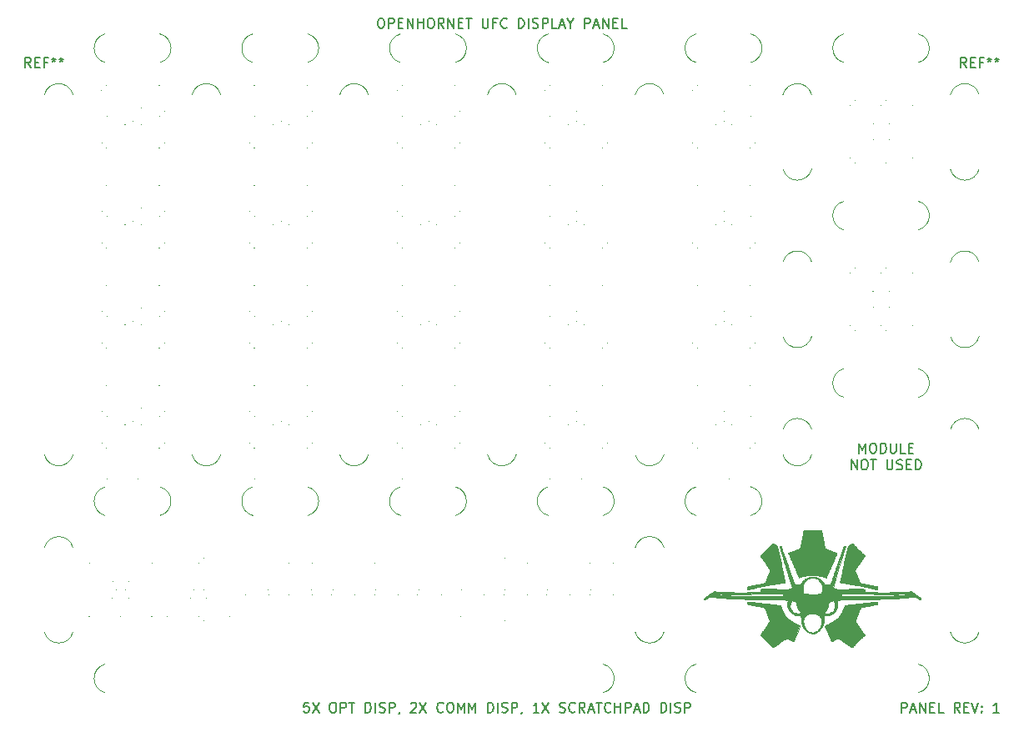
<source format=gbr>
G04 #@! TF.GenerationSoftware,KiCad,Pcbnew,(5.1.9)-1*
G04 #@! TF.CreationDate,2021-02-13T15:05:32-08:00*
G04 #@! TF.ProjectId,ufc_v4_displays_panel,7566635f-7634-45f6-9469-73706c617973,rev?*
G04 #@! TF.SameCoordinates,Original*
G04 #@! TF.FileFunction,Legend,Top*
G04 #@! TF.FilePolarity,Positive*
%FSLAX46Y46*%
G04 Gerber Fmt 4.6, Leading zero omitted, Abs format (unit mm)*
G04 Created by KiCad (PCBNEW (5.1.9)-1) date 2021-02-13 15:05:32*
%MOMM*%
%LPD*%
G01*
G04 APERTURE LIST*
%ADD10C,0.150000*%
%ADD11C,0.120000*%
%ADD12C,0.100000*%
%ADD13C,0.010000*%
G04 APERTURE END LIST*
D10*
X138399404Y-75669380D02*
X138399404Y-74669380D01*
X138732738Y-75383666D01*
X139066071Y-74669380D01*
X139066071Y-75669380D01*
X139732738Y-74669380D02*
X139923214Y-74669380D01*
X140018452Y-74717000D01*
X140113690Y-74812238D01*
X140161309Y-75002714D01*
X140161309Y-75336047D01*
X140113690Y-75526523D01*
X140018452Y-75621761D01*
X139923214Y-75669380D01*
X139732738Y-75669380D01*
X139637500Y-75621761D01*
X139542261Y-75526523D01*
X139494642Y-75336047D01*
X139494642Y-75002714D01*
X139542261Y-74812238D01*
X139637500Y-74717000D01*
X139732738Y-74669380D01*
X140589880Y-75669380D02*
X140589880Y-74669380D01*
X140827976Y-74669380D01*
X140970833Y-74717000D01*
X141066071Y-74812238D01*
X141113690Y-74907476D01*
X141161309Y-75097952D01*
X141161309Y-75240809D01*
X141113690Y-75431285D01*
X141066071Y-75526523D01*
X140970833Y-75621761D01*
X140827976Y-75669380D01*
X140589880Y-75669380D01*
X141589880Y-74669380D02*
X141589880Y-75478904D01*
X141637500Y-75574142D01*
X141685119Y-75621761D01*
X141780357Y-75669380D01*
X141970833Y-75669380D01*
X142066071Y-75621761D01*
X142113690Y-75574142D01*
X142161309Y-75478904D01*
X142161309Y-74669380D01*
X143113690Y-75669380D02*
X142637500Y-75669380D01*
X142637500Y-74669380D01*
X143447023Y-75145571D02*
X143780357Y-75145571D01*
X143923214Y-75669380D02*
X143447023Y-75669380D01*
X143447023Y-74669380D01*
X143923214Y-74669380D01*
X137613690Y-77319380D02*
X137613690Y-76319380D01*
X138185119Y-77319380D01*
X138185119Y-76319380D01*
X138851785Y-76319380D02*
X139042261Y-76319380D01*
X139137500Y-76367000D01*
X139232738Y-76462238D01*
X139280357Y-76652714D01*
X139280357Y-76986047D01*
X139232738Y-77176523D01*
X139137500Y-77271761D01*
X139042261Y-77319380D01*
X138851785Y-77319380D01*
X138756547Y-77271761D01*
X138661309Y-77176523D01*
X138613690Y-76986047D01*
X138613690Y-76652714D01*
X138661309Y-76462238D01*
X138756547Y-76367000D01*
X138851785Y-76319380D01*
X139566071Y-76319380D02*
X140137500Y-76319380D01*
X139851785Y-77319380D02*
X139851785Y-76319380D01*
X141232738Y-76319380D02*
X141232738Y-77128904D01*
X141280357Y-77224142D01*
X141327976Y-77271761D01*
X141423214Y-77319380D01*
X141613690Y-77319380D01*
X141708928Y-77271761D01*
X141756547Y-77224142D01*
X141804166Y-77128904D01*
X141804166Y-76319380D01*
X142232738Y-77271761D02*
X142375595Y-77319380D01*
X142613690Y-77319380D01*
X142708928Y-77271761D01*
X142756547Y-77224142D01*
X142804166Y-77128904D01*
X142804166Y-77033666D01*
X142756547Y-76938428D01*
X142708928Y-76890809D01*
X142613690Y-76843190D01*
X142423214Y-76795571D01*
X142327976Y-76747952D01*
X142280357Y-76700333D01*
X142232738Y-76605095D01*
X142232738Y-76509857D01*
X142280357Y-76414619D01*
X142327976Y-76367000D01*
X142423214Y-76319380D01*
X142661309Y-76319380D01*
X142804166Y-76367000D01*
X143232738Y-76795571D02*
X143566071Y-76795571D01*
X143708928Y-77319380D02*
X143232738Y-77319380D01*
X143232738Y-76319380D01*
X143708928Y-76319380D01*
X144137500Y-77319380D02*
X144137500Y-76319380D01*
X144375595Y-76319380D01*
X144518452Y-76367000D01*
X144613690Y-76462238D01*
X144661309Y-76557476D01*
X144708928Y-76747952D01*
X144708928Y-76890809D01*
X144661309Y-77081285D01*
X144613690Y-77176523D01*
X144518452Y-77271761D01*
X144375595Y-77319380D01*
X144137500Y-77319380D01*
X142708928Y-101994380D02*
X142708928Y-100994380D01*
X143089880Y-100994380D01*
X143185119Y-101042000D01*
X143232738Y-101089619D01*
X143280357Y-101184857D01*
X143280357Y-101327714D01*
X143232738Y-101422952D01*
X143185119Y-101470571D01*
X143089880Y-101518190D01*
X142708928Y-101518190D01*
X143661309Y-101708666D02*
X144137500Y-101708666D01*
X143566071Y-101994380D02*
X143899404Y-100994380D01*
X144232738Y-101994380D01*
X144566071Y-101994380D02*
X144566071Y-100994380D01*
X145137500Y-101994380D01*
X145137500Y-100994380D01*
X145613690Y-101470571D02*
X145947023Y-101470571D01*
X146089880Y-101994380D02*
X145613690Y-101994380D01*
X145613690Y-100994380D01*
X146089880Y-100994380D01*
X146994642Y-101994380D02*
X146518452Y-101994380D01*
X146518452Y-100994380D01*
X148661309Y-101994380D02*
X148327976Y-101518190D01*
X148089880Y-101994380D02*
X148089880Y-100994380D01*
X148470833Y-100994380D01*
X148566071Y-101042000D01*
X148613690Y-101089619D01*
X148661309Y-101184857D01*
X148661309Y-101327714D01*
X148613690Y-101422952D01*
X148566071Y-101470571D01*
X148470833Y-101518190D01*
X148089880Y-101518190D01*
X149089880Y-101470571D02*
X149423214Y-101470571D01*
X149566071Y-101994380D02*
X149089880Y-101994380D01*
X149089880Y-100994380D01*
X149566071Y-100994380D01*
X149851785Y-100994380D02*
X150185119Y-101994380D01*
X150518452Y-100994380D01*
X150851785Y-101899142D02*
X150899404Y-101946761D01*
X150851785Y-101994380D01*
X150804166Y-101946761D01*
X150851785Y-101899142D01*
X150851785Y-101994380D01*
X150851785Y-101375333D02*
X150899404Y-101422952D01*
X150851785Y-101470571D01*
X150804166Y-101422952D01*
X150851785Y-101375333D01*
X150851785Y-101470571D01*
X152613690Y-101994380D02*
X152042261Y-101994380D01*
X152327976Y-101994380D02*
X152327976Y-100994380D01*
X152232738Y-101137238D01*
X152137500Y-101232476D01*
X152042261Y-101280095D01*
X82518452Y-100994380D02*
X82042261Y-100994380D01*
X81994642Y-101470571D01*
X82042261Y-101422952D01*
X82137500Y-101375333D01*
X82375595Y-101375333D01*
X82470833Y-101422952D01*
X82518452Y-101470571D01*
X82566071Y-101565809D01*
X82566071Y-101803904D01*
X82518452Y-101899142D01*
X82470833Y-101946761D01*
X82375595Y-101994380D01*
X82137500Y-101994380D01*
X82042261Y-101946761D01*
X81994642Y-101899142D01*
X82899404Y-100994380D02*
X83566071Y-101994380D01*
X83566071Y-100994380D02*
X82899404Y-101994380D01*
X84899404Y-100994380D02*
X85089880Y-100994380D01*
X85185119Y-101042000D01*
X85280357Y-101137238D01*
X85327976Y-101327714D01*
X85327976Y-101661047D01*
X85280357Y-101851523D01*
X85185119Y-101946761D01*
X85089880Y-101994380D01*
X84899404Y-101994380D01*
X84804166Y-101946761D01*
X84708928Y-101851523D01*
X84661309Y-101661047D01*
X84661309Y-101327714D01*
X84708928Y-101137238D01*
X84804166Y-101042000D01*
X84899404Y-100994380D01*
X85756547Y-101994380D02*
X85756547Y-100994380D01*
X86137500Y-100994380D01*
X86232738Y-101042000D01*
X86280357Y-101089619D01*
X86327976Y-101184857D01*
X86327976Y-101327714D01*
X86280357Y-101422952D01*
X86232738Y-101470571D01*
X86137500Y-101518190D01*
X85756547Y-101518190D01*
X86613690Y-100994380D02*
X87185119Y-100994380D01*
X86899404Y-101994380D02*
X86899404Y-100994380D01*
X88280357Y-101994380D02*
X88280357Y-100994380D01*
X88518452Y-100994380D01*
X88661309Y-101042000D01*
X88756547Y-101137238D01*
X88804166Y-101232476D01*
X88851785Y-101422952D01*
X88851785Y-101565809D01*
X88804166Y-101756285D01*
X88756547Y-101851523D01*
X88661309Y-101946761D01*
X88518452Y-101994380D01*
X88280357Y-101994380D01*
X89280357Y-101994380D02*
X89280357Y-100994380D01*
X89708928Y-101946761D02*
X89851785Y-101994380D01*
X90089880Y-101994380D01*
X90185119Y-101946761D01*
X90232738Y-101899142D01*
X90280357Y-101803904D01*
X90280357Y-101708666D01*
X90232738Y-101613428D01*
X90185119Y-101565809D01*
X90089880Y-101518190D01*
X89899404Y-101470571D01*
X89804166Y-101422952D01*
X89756547Y-101375333D01*
X89708928Y-101280095D01*
X89708928Y-101184857D01*
X89756547Y-101089619D01*
X89804166Y-101042000D01*
X89899404Y-100994380D01*
X90137500Y-100994380D01*
X90280357Y-101042000D01*
X90708928Y-101994380D02*
X90708928Y-100994380D01*
X91089880Y-100994380D01*
X91185119Y-101042000D01*
X91232738Y-101089619D01*
X91280357Y-101184857D01*
X91280357Y-101327714D01*
X91232738Y-101422952D01*
X91185119Y-101470571D01*
X91089880Y-101518190D01*
X90708928Y-101518190D01*
X91756547Y-101946761D02*
X91756547Y-101994380D01*
X91708928Y-102089619D01*
X91661309Y-102137238D01*
X92899404Y-101089619D02*
X92947023Y-101042000D01*
X93042261Y-100994380D01*
X93280357Y-100994380D01*
X93375595Y-101042000D01*
X93423214Y-101089619D01*
X93470833Y-101184857D01*
X93470833Y-101280095D01*
X93423214Y-101422952D01*
X92851785Y-101994380D01*
X93470833Y-101994380D01*
X93804166Y-100994380D02*
X94470833Y-101994380D01*
X94470833Y-100994380D02*
X93804166Y-101994380D01*
X96185119Y-101899142D02*
X96137500Y-101946761D01*
X95994642Y-101994380D01*
X95899404Y-101994380D01*
X95756547Y-101946761D01*
X95661309Y-101851523D01*
X95613690Y-101756285D01*
X95566071Y-101565809D01*
X95566071Y-101422952D01*
X95613690Y-101232476D01*
X95661309Y-101137238D01*
X95756547Y-101042000D01*
X95899404Y-100994380D01*
X95994642Y-100994380D01*
X96137500Y-101042000D01*
X96185119Y-101089619D01*
X96804166Y-100994380D02*
X96994642Y-100994380D01*
X97089880Y-101042000D01*
X97185119Y-101137238D01*
X97232738Y-101327714D01*
X97232738Y-101661047D01*
X97185119Y-101851523D01*
X97089880Y-101946761D01*
X96994642Y-101994380D01*
X96804166Y-101994380D01*
X96708928Y-101946761D01*
X96613690Y-101851523D01*
X96566071Y-101661047D01*
X96566071Y-101327714D01*
X96613690Y-101137238D01*
X96708928Y-101042000D01*
X96804166Y-100994380D01*
X97661309Y-101994380D02*
X97661309Y-100994380D01*
X97994642Y-101708666D01*
X98327976Y-100994380D01*
X98327976Y-101994380D01*
X98804166Y-101994380D02*
X98804166Y-100994380D01*
X99137500Y-101708666D01*
X99470833Y-100994380D01*
X99470833Y-101994380D01*
X100708928Y-101994380D02*
X100708928Y-100994380D01*
X100947023Y-100994380D01*
X101089880Y-101042000D01*
X101185119Y-101137238D01*
X101232738Y-101232476D01*
X101280357Y-101422952D01*
X101280357Y-101565809D01*
X101232738Y-101756285D01*
X101185119Y-101851523D01*
X101089880Y-101946761D01*
X100947023Y-101994380D01*
X100708928Y-101994380D01*
X101708928Y-101994380D02*
X101708928Y-100994380D01*
X102137500Y-101946761D02*
X102280357Y-101994380D01*
X102518452Y-101994380D01*
X102613690Y-101946761D01*
X102661309Y-101899142D01*
X102708928Y-101803904D01*
X102708928Y-101708666D01*
X102661309Y-101613428D01*
X102613690Y-101565809D01*
X102518452Y-101518190D01*
X102327976Y-101470571D01*
X102232738Y-101422952D01*
X102185119Y-101375333D01*
X102137500Y-101280095D01*
X102137500Y-101184857D01*
X102185119Y-101089619D01*
X102232738Y-101042000D01*
X102327976Y-100994380D01*
X102566071Y-100994380D01*
X102708928Y-101042000D01*
X103137500Y-101994380D02*
X103137500Y-100994380D01*
X103518452Y-100994380D01*
X103613690Y-101042000D01*
X103661309Y-101089619D01*
X103708928Y-101184857D01*
X103708928Y-101327714D01*
X103661309Y-101422952D01*
X103613690Y-101470571D01*
X103518452Y-101518190D01*
X103137500Y-101518190D01*
X104185119Y-101946761D02*
X104185119Y-101994380D01*
X104137500Y-102089619D01*
X104089880Y-102137238D01*
X105899404Y-101994380D02*
X105327976Y-101994380D01*
X105613690Y-101994380D02*
X105613690Y-100994380D01*
X105518452Y-101137238D01*
X105423214Y-101232476D01*
X105327976Y-101280095D01*
X106232738Y-100994380D02*
X106899404Y-101994380D01*
X106899404Y-100994380D02*
X106232738Y-101994380D01*
X107994642Y-101946761D02*
X108137500Y-101994380D01*
X108375595Y-101994380D01*
X108470833Y-101946761D01*
X108518452Y-101899142D01*
X108566071Y-101803904D01*
X108566071Y-101708666D01*
X108518452Y-101613428D01*
X108470833Y-101565809D01*
X108375595Y-101518190D01*
X108185119Y-101470571D01*
X108089880Y-101422952D01*
X108042261Y-101375333D01*
X107994642Y-101280095D01*
X107994642Y-101184857D01*
X108042261Y-101089619D01*
X108089880Y-101042000D01*
X108185119Y-100994380D01*
X108423214Y-100994380D01*
X108566071Y-101042000D01*
X109566071Y-101899142D02*
X109518452Y-101946761D01*
X109375595Y-101994380D01*
X109280357Y-101994380D01*
X109137500Y-101946761D01*
X109042261Y-101851523D01*
X108994642Y-101756285D01*
X108947023Y-101565809D01*
X108947023Y-101422952D01*
X108994642Y-101232476D01*
X109042261Y-101137238D01*
X109137500Y-101042000D01*
X109280357Y-100994380D01*
X109375595Y-100994380D01*
X109518452Y-101042000D01*
X109566071Y-101089619D01*
X110566071Y-101994380D02*
X110232738Y-101518190D01*
X109994642Y-101994380D02*
X109994642Y-100994380D01*
X110375595Y-100994380D01*
X110470833Y-101042000D01*
X110518452Y-101089619D01*
X110566071Y-101184857D01*
X110566071Y-101327714D01*
X110518452Y-101422952D01*
X110470833Y-101470571D01*
X110375595Y-101518190D01*
X109994642Y-101518190D01*
X110947023Y-101708666D02*
X111423214Y-101708666D01*
X110851785Y-101994380D02*
X111185119Y-100994380D01*
X111518452Y-101994380D01*
X111708928Y-100994380D02*
X112280357Y-100994380D01*
X111994642Y-101994380D02*
X111994642Y-100994380D01*
X113185119Y-101899142D02*
X113137500Y-101946761D01*
X112994642Y-101994380D01*
X112899404Y-101994380D01*
X112756547Y-101946761D01*
X112661309Y-101851523D01*
X112613690Y-101756285D01*
X112566071Y-101565809D01*
X112566071Y-101422952D01*
X112613690Y-101232476D01*
X112661309Y-101137238D01*
X112756547Y-101042000D01*
X112899404Y-100994380D01*
X112994642Y-100994380D01*
X113137500Y-101042000D01*
X113185119Y-101089619D01*
X113613690Y-101994380D02*
X113613690Y-100994380D01*
X113613690Y-101470571D02*
X114185119Y-101470571D01*
X114185119Y-101994380D02*
X114185119Y-100994380D01*
X114661309Y-101994380D02*
X114661309Y-100994380D01*
X115042261Y-100994380D01*
X115137500Y-101042000D01*
X115185119Y-101089619D01*
X115232738Y-101184857D01*
X115232738Y-101327714D01*
X115185119Y-101422952D01*
X115137500Y-101470571D01*
X115042261Y-101518190D01*
X114661309Y-101518190D01*
X115613690Y-101708666D02*
X116089880Y-101708666D01*
X115518452Y-101994380D02*
X115851785Y-100994380D01*
X116185119Y-101994380D01*
X116518452Y-101994380D02*
X116518452Y-100994380D01*
X116756547Y-100994380D01*
X116899404Y-101042000D01*
X116994642Y-101137238D01*
X117042261Y-101232476D01*
X117089880Y-101422952D01*
X117089880Y-101565809D01*
X117042261Y-101756285D01*
X116994642Y-101851523D01*
X116899404Y-101946761D01*
X116756547Y-101994380D01*
X116518452Y-101994380D01*
X118280357Y-101994380D02*
X118280357Y-100994380D01*
X118518452Y-100994380D01*
X118661309Y-101042000D01*
X118756547Y-101137238D01*
X118804166Y-101232476D01*
X118851785Y-101422952D01*
X118851785Y-101565809D01*
X118804166Y-101756285D01*
X118756547Y-101851523D01*
X118661309Y-101946761D01*
X118518452Y-101994380D01*
X118280357Y-101994380D01*
X119280357Y-101994380D02*
X119280357Y-100994380D01*
X119708928Y-101946761D02*
X119851785Y-101994380D01*
X120089880Y-101994380D01*
X120185119Y-101946761D01*
X120232738Y-101899142D01*
X120280357Y-101803904D01*
X120280357Y-101708666D01*
X120232738Y-101613428D01*
X120185119Y-101565809D01*
X120089880Y-101518190D01*
X119899404Y-101470571D01*
X119804166Y-101422952D01*
X119756547Y-101375333D01*
X119708928Y-101280095D01*
X119708928Y-101184857D01*
X119756547Y-101089619D01*
X119804166Y-101042000D01*
X119899404Y-100994380D01*
X120137500Y-100994380D01*
X120280357Y-101042000D01*
X120708928Y-101994380D02*
X120708928Y-100994380D01*
X121089880Y-100994380D01*
X121185119Y-101042000D01*
X121232738Y-101089619D01*
X121280357Y-101184857D01*
X121280357Y-101327714D01*
X121232738Y-101422952D01*
X121185119Y-101470571D01*
X121089880Y-101518190D01*
X120708928Y-101518190D01*
X89780357Y-31494380D02*
X89970833Y-31494380D01*
X90066071Y-31542000D01*
X90161309Y-31637238D01*
X90208928Y-31827714D01*
X90208928Y-32161047D01*
X90161309Y-32351523D01*
X90066071Y-32446761D01*
X89970833Y-32494380D01*
X89780357Y-32494380D01*
X89685119Y-32446761D01*
X89589880Y-32351523D01*
X89542261Y-32161047D01*
X89542261Y-31827714D01*
X89589880Y-31637238D01*
X89685119Y-31542000D01*
X89780357Y-31494380D01*
X90637500Y-32494380D02*
X90637500Y-31494380D01*
X91018452Y-31494380D01*
X91113690Y-31542000D01*
X91161309Y-31589619D01*
X91208928Y-31684857D01*
X91208928Y-31827714D01*
X91161309Y-31922952D01*
X91113690Y-31970571D01*
X91018452Y-32018190D01*
X90637500Y-32018190D01*
X91637500Y-31970571D02*
X91970833Y-31970571D01*
X92113690Y-32494380D02*
X91637500Y-32494380D01*
X91637500Y-31494380D01*
X92113690Y-31494380D01*
X92542261Y-32494380D02*
X92542261Y-31494380D01*
X93113690Y-32494380D01*
X93113690Y-31494380D01*
X93589880Y-32494380D02*
X93589880Y-31494380D01*
X93589880Y-31970571D02*
X94161309Y-31970571D01*
X94161309Y-32494380D02*
X94161309Y-31494380D01*
X94827976Y-31494380D02*
X95018452Y-31494380D01*
X95113690Y-31542000D01*
X95208928Y-31637238D01*
X95256547Y-31827714D01*
X95256547Y-32161047D01*
X95208928Y-32351523D01*
X95113690Y-32446761D01*
X95018452Y-32494380D01*
X94827976Y-32494380D01*
X94732738Y-32446761D01*
X94637500Y-32351523D01*
X94589880Y-32161047D01*
X94589880Y-31827714D01*
X94637500Y-31637238D01*
X94732738Y-31542000D01*
X94827976Y-31494380D01*
X96256547Y-32494380D02*
X95923214Y-32018190D01*
X95685119Y-32494380D02*
X95685119Y-31494380D01*
X96066071Y-31494380D01*
X96161309Y-31542000D01*
X96208928Y-31589619D01*
X96256547Y-31684857D01*
X96256547Y-31827714D01*
X96208928Y-31922952D01*
X96161309Y-31970571D01*
X96066071Y-32018190D01*
X95685119Y-32018190D01*
X96685119Y-32494380D02*
X96685119Y-31494380D01*
X97256547Y-32494380D01*
X97256547Y-31494380D01*
X97732738Y-31970571D02*
X98066071Y-31970571D01*
X98208928Y-32494380D02*
X97732738Y-32494380D01*
X97732738Y-31494380D01*
X98208928Y-31494380D01*
X98494642Y-31494380D02*
X99066071Y-31494380D01*
X98780357Y-32494380D02*
X98780357Y-31494380D01*
X100161309Y-31494380D02*
X100161309Y-32303904D01*
X100208928Y-32399142D01*
X100256547Y-32446761D01*
X100351785Y-32494380D01*
X100542261Y-32494380D01*
X100637500Y-32446761D01*
X100685119Y-32399142D01*
X100732738Y-32303904D01*
X100732738Y-31494380D01*
X101542261Y-31970571D02*
X101208928Y-31970571D01*
X101208928Y-32494380D02*
X101208928Y-31494380D01*
X101685119Y-31494380D01*
X102637500Y-32399142D02*
X102589880Y-32446761D01*
X102447023Y-32494380D01*
X102351785Y-32494380D01*
X102208928Y-32446761D01*
X102113690Y-32351523D01*
X102066071Y-32256285D01*
X102018452Y-32065809D01*
X102018452Y-31922952D01*
X102066071Y-31732476D01*
X102113690Y-31637238D01*
X102208928Y-31542000D01*
X102351785Y-31494380D01*
X102447023Y-31494380D01*
X102589880Y-31542000D01*
X102637500Y-31589619D01*
X103827976Y-32494380D02*
X103827976Y-31494380D01*
X104066071Y-31494380D01*
X104208928Y-31542000D01*
X104304166Y-31637238D01*
X104351785Y-31732476D01*
X104399404Y-31922952D01*
X104399404Y-32065809D01*
X104351785Y-32256285D01*
X104304166Y-32351523D01*
X104208928Y-32446761D01*
X104066071Y-32494380D01*
X103827976Y-32494380D01*
X104827976Y-32494380D02*
X104827976Y-31494380D01*
X105256547Y-32446761D02*
X105399404Y-32494380D01*
X105637500Y-32494380D01*
X105732738Y-32446761D01*
X105780357Y-32399142D01*
X105827976Y-32303904D01*
X105827976Y-32208666D01*
X105780357Y-32113428D01*
X105732738Y-32065809D01*
X105637500Y-32018190D01*
X105447023Y-31970571D01*
X105351785Y-31922952D01*
X105304166Y-31875333D01*
X105256547Y-31780095D01*
X105256547Y-31684857D01*
X105304166Y-31589619D01*
X105351785Y-31542000D01*
X105447023Y-31494380D01*
X105685119Y-31494380D01*
X105827976Y-31542000D01*
X106256547Y-32494380D02*
X106256547Y-31494380D01*
X106637500Y-31494380D01*
X106732738Y-31542000D01*
X106780357Y-31589619D01*
X106827976Y-31684857D01*
X106827976Y-31827714D01*
X106780357Y-31922952D01*
X106732738Y-31970571D01*
X106637500Y-32018190D01*
X106256547Y-32018190D01*
X107732738Y-32494380D02*
X107256547Y-32494380D01*
X107256547Y-31494380D01*
X108018452Y-32208666D02*
X108494642Y-32208666D01*
X107923214Y-32494380D02*
X108256547Y-31494380D01*
X108589880Y-32494380D01*
X109113690Y-32018190D02*
X109113690Y-32494380D01*
X108780357Y-31494380D02*
X109113690Y-32018190D01*
X109447023Y-31494380D01*
X110542261Y-32494380D02*
X110542261Y-31494380D01*
X110923214Y-31494380D01*
X111018452Y-31542000D01*
X111066071Y-31589619D01*
X111113690Y-31684857D01*
X111113690Y-31827714D01*
X111066071Y-31922952D01*
X111018452Y-31970571D01*
X110923214Y-32018190D01*
X110542261Y-32018190D01*
X111494642Y-32208666D02*
X111970833Y-32208666D01*
X111399404Y-32494380D02*
X111732738Y-31494380D01*
X112066071Y-32494380D01*
X112399404Y-32494380D02*
X112399404Y-31494380D01*
X112970833Y-32494380D01*
X112970833Y-31494380D01*
X113447023Y-31970571D02*
X113780357Y-31970571D01*
X113923214Y-32494380D02*
X113447023Y-32494380D01*
X113447023Y-31494380D01*
X113923214Y-31494380D01*
X114827976Y-32494380D02*
X114351785Y-32494380D01*
X114351785Y-31494380D01*
D11*
X55681763Y-39263410D02*
G75*
G02*
X58587500Y-39242000I1455737J-378590D01*
G01*
X61858910Y-35997737D02*
G75*
G02*
X61837500Y-33092000I378590J1455737D01*
G01*
D12*
X111174025Y-89542000D02*
G75*
G03*
X111174025Y-89542000I-50000J0D01*
G01*
X111073400Y-86864500D02*
G75*
G03*
X111073400Y-86864500I-50000J0D01*
G01*
X111073400Y-90039500D02*
G75*
G03*
X111073400Y-90039500I-50000J0D01*
G01*
X111174025Y-92717000D02*
G75*
G03*
X111174025Y-92717000I-50000J0D01*
G01*
X113454650Y-90039500D02*
G75*
G03*
X113454650Y-90039500I-50000J0D01*
G01*
X113454650Y-86864500D02*
G75*
G03*
X113454650Y-86864500I-50000J0D01*
G01*
X111174025Y-86367000D02*
G75*
G03*
X111174025Y-86367000I-50000J0D01*
G01*
X106808400Y-89542000D02*
G75*
G03*
X106808400Y-89542000I-50000J0D01*
G01*
X106707775Y-86864500D02*
G75*
G03*
X106707775Y-86864500I-50000J0D01*
G01*
X106707775Y-90039500D02*
G75*
G03*
X106707775Y-90039500I-50000J0D01*
G01*
X106808400Y-92717000D02*
G75*
G03*
X106808400Y-92717000I-50000J0D01*
G01*
X109089025Y-90039500D02*
G75*
G03*
X109089025Y-90039500I-50000J0D01*
G01*
X109089025Y-86864500D02*
G75*
G03*
X109089025Y-86864500I-50000J0D01*
G01*
X106808400Y-86367000D02*
G75*
G03*
X106808400Y-86367000I-50000J0D01*
G01*
X102442775Y-89542000D02*
G75*
G03*
X102442775Y-89542000I-50000J0D01*
G01*
X102342150Y-86864500D02*
G75*
G03*
X102342150Y-86864500I-50000J0D01*
G01*
X102342150Y-90039500D02*
G75*
G03*
X102342150Y-90039500I-50000J0D01*
G01*
X102442775Y-92717000D02*
G75*
G03*
X102442775Y-92717000I-50000J0D01*
G01*
X104723400Y-90039500D02*
G75*
G03*
X104723400Y-90039500I-50000J0D01*
G01*
X104723400Y-86864500D02*
G75*
G03*
X104723400Y-86864500I-50000J0D01*
G01*
X102442775Y-86367000D02*
G75*
G03*
X102442775Y-86367000I-50000J0D01*
G01*
X98077150Y-89542000D02*
G75*
G03*
X98077150Y-89542000I-50000J0D01*
G01*
X97976525Y-86864500D02*
G75*
G03*
X97976525Y-86864500I-50000J0D01*
G01*
X97976525Y-92219500D02*
G75*
G03*
X97976525Y-92219500I-50000J0D01*
G01*
X98077150Y-92717000D02*
G75*
G03*
X98077150Y-92717000I-50000J0D01*
G01*
X100357775Y-90039500D02*
G75*
G03*
X100357775Y-90039500I-50000J0D01*
G01*
X100357775Y-86864500D02*
G75*
G03*
X100357775Y-86864500I-50000J0D01*
G01*
X98077150Y-86367000D02*
G75*
G03*
X98077150Y-86367000I-50000J0D01*
G01*
X93711525Y-89542000D02*
G75*
G03*
X93711525Y-89542000I-50000J0D01*
G01*
X93610900Y-86864500D02*
G75*
G03*
X93610900Y-86864500I-50000J0D01*
G01*
X93610900Y-90039500D02*
G75*
G03*
X93610900Y-90039500I-50000J0D01*
G01*
X93711525Y-92717000D02*
G75*
G03*
X93711525Y-92717000I-50000J0D01*
G01*
X95992150Y-90039500D02*
G75*
G03*
X95992150Y-90039500I-50000J0D01*
G01*
X95992150Y-86864500D02*
G75*
G03*
X95992150Y-86864500I-50000J0D01*
G01*
X93711525Y-86367000D02*
G75*
G03*
X93711525Y-86367000I-50000J0D01*
G01*
X89345900Y-89542000D02*
G75*
G03*
X89345900Y-89542000I-50000J0D01*
G01*
X89245275Y-86864500D02*
G75*
G03*
X89245275Y-86864500I-50000J0D01*
G01*
X89245275Y-90039500D02*
G75*
G03*
X89245275Y-90039500I-50000J0D01*
G01*
X89345900Y-92717000D02*
G75*
G03*
X89345900Y-92717000I-50000J0D01*
G01*
X91626525Y-90039500D02*
G75*
G03*
X91626525Y-90039500I-50000J0D01*
G01*
X91626525Y-86864500D02*
G75*
G03*
X91626525Y-86864500I-50000J0D01*
G01*
X89345900Y-86367000D02*
G75*
G03*
X89345900Y-86367000I-50000J0D01*
G01*
X84980275Y-89542000D02*
G75*
G03*
X84980275Y-89542000I-50000J0D01*
G01*
X84879650Y-86864500D02*
G75*
G03*
X84879650Y-86864500I-50000J0D01*
G01*
X84879650Y-90039500D02*
G75*
G03*
X84879650Y-90039500I-50000J0D01*
G01*
X84980275Y-92717000D02*
G75*
G03*
X84980275Y-92717000I-50000J0D01*
G01*
X87260900Y-90039500D02*
G75*
G03*
X87260900Y-90039500I-50000J0D01*
G01*
X87260900Y-86864500D02*
G75*
G03*
X87260900Y-86864500I-50000J0D01*
G01*
X84980275Y-86367000D02*
G75*
G03*
X84980275Y-86367000I-50000J0D01*
G01*
X82794650Y-89542000D02*
G75*
G03*
X82794650Y-89542000I-50000J0D01*
G01*
X80514025Y-86864500D02*
G75*
G03*
X80514025Y-86864500I-50000J0D01*
G01*
X80514025Y-90039500D02*
G75*
G03*
X80514025Y-90039500I-50000J0D01*
G01*
X80614650Y-92717000D02*
G75*
G03*
X80614650Y-92717000I-50000J0D01*
G01*
X82895275Y-90039500D02*
G75*
G03*
X82895275Y-90039500I-50000J0D01*
G01*
X82895275Y-86864500D02*
G75*
G03*
X82895275Y-86864500I-50000J0D01*
G01*
X80614650Y-86367000D02*
G75*
G03*
X80614650Y-86367000I-50000J0D01*
G01*
X78429025Y-89542000D02*
G75*
G03*
X78429025Y-89542000I-50000J0D01*
G01*
X76148400Y-86864500D02*
G75*
G03*
X76148400Y-86864500I-50000J0D01*
G01*
X76148400Y-90039500D02*
G75*
G03*
X76148400Y-90039500I-50000J0D01*
G01*
X76249025Y-92717000D02*
G75*
G03*
X76249025Y-92717000I-50000J0D01*
G01*
X78529650Y-90039500D02*
G75*
G03*
X78529650Y-90039500I-50000J0D01*
G01*
X78529650Y-86864500D02*
G75*
G03*
X78529650Y-86864500I-50000J0D01*
G01*
X76249025Y-86367000D02*
G75*
G03*
X76249025Y-86367000I-50000J0D01*
G01*
X60287400Y-86864000D02*
G75*
G03*
X60287400Y-86864000I-50000J0D01*
G01*
X60287400Y-92219000D02*
G75*
G03*
X60287400Y-92219000I-50000J0D01*
G01*
X60784900Y-86366500D02*
G75*
G03*
X60784900Y-86366500I-50000J0D01*
G01*
X63959900Y-92716500D02*
G75*
G03*
X63959900Y-92716500I-50000J0D01*
G01*
X63462400Y-86864000D02*
G75*
G03*
X63462400Y-86864000I-50000J0D01*
G01*
X66637400Y-92219000D02*
G75*
G03*
X66637400Y-92219000I-50000J0D01*
G01*
X62645646Y-90358254D02*
G75*
G03*
X62645646Y-90358254I-50000J0D01*
G01*
X66637400Y-86864000D02*
G75*
G03*
X66637400Y-86864000I-50000J0D01*
G01*
X60784900Y-92716500D02*
G75*
G03*
X60784900Y-92716500I-50000J0D01*
G01*
X62964900Y-89541500D02*
G75*
G03*
X62964900Y-89541500I-50000J0D01*
G01*
X63462400Y-92219000D02*
G75*
G03*
X63462400Y-92219000I-50000J0D01*
G01*
X63959900Y-89541500D02*
G75*
G03*
X63959900Y-89541500I-50000J0D01*
G01*
X63959900Y-86366500D02*
G75*
G03*
X63959900Y-86366500I-50000J0D01*
G01*
X64279154Y-90358254D02*
G75*
G03*
X64279154Y-90358254I-50000J0D01*
G01*
X62645646Y-88724746D02*
G75*
G03*
X62645646Y-88724746I-50000J0D01*
G01*
X64279154Y-88724746D02*
G75*
G03*
X64279154Y-88724746I-50000J0D01*
G01*
X68210900Y-92219500D02*
G75*
G03*
X68210900Y-92219500I-50000J0D01*
G01*
X70569146Y-88725246D02*
G75*
G03*
X70569146Y-88725246I-50000J0D01*
G01*
X70888400Y-89542000D02*
G75*
G03*
X70888400Y-89542000I-50000J0D01*
G01*
X68708400Y-86367000D02*
G75*
G03*
X68708400Y-86367000I-50000J0D01*
G01*
X68210900Y-86864500D02*
G75*
G03*
X68210900Y-86864500I-50000J0D01*
G01*
X74560900Y-92219500D02*
G75*
G03*
X74560900Y-92219500I-50000J0D01*
G01*
X71385900Y-92219500D02*
G75*
G03*
X71385900Y-92219500I-50000J0D01*
G01*
X74560900Y-86864500D02*
G75*
G03*
X74560900Y-86864500I-50000J0D01*
G01*
X71883400Y-92717000D02*
G75*
G03*
X71883400Y-92717000I-50000J0D01*
G01*
X72202654Y-88725246D02*
G75*
G03*
X72202654Y-88725246I-50000J0D01*
G01*
X72202654Y-90358754D02*
G75*
G03*
X72202654Y-90358754I-50000J0D01*
G01*
X71883400Y-89542000D02*
G75*
G03*
X71883400Y-89542000I-50000J0D01*
G01*
X70569146Y-90358754D02*
G75*
G03*
X70569146Y-90358754I-50000J0D01*
G01*
X68708400Y-92717000D02*
G75*
G03*
X68708400Y-92717000I-50000J0D01*
G01*
X71883400Y-86367000D02*
G75*
G03*
X71883400Y-86367000I-50000J0D01*
G01*
X71385900Y-86864500D02*
G75*
G03*
X71385900Y-86864500I-50000J0D01*
G01*
D13*
G36*
X127099760Y-90738338D02*
G01*
X127125385Y-90741077D01*
X127165848Y-90745506D01*
X127220152Y-90751510D01*
X127287305Y-90758979D01*
X127366312Y-90767799D01*
X127456180Y-90777859D01*
X127555913Y-90789045D01*
X127664518Y-90801245D01*
X127781001Y-90814346D01*
X127904368Y-90828237D01*
X128033624Y-90842805D01*
X128167776Y-90857936D01*
X128305829Y-90873520D01*
X128446789Y-90889443D01*
X128589662Y-90905593D01*
X128733455Y-90921857D01*
X128877172Y-90938123D01*
X129019820Y-90954278D01*
X129160404Y-90970211D01*
X129297931Y-90985808D01*
X129431406Y-91000957D01*
X129559836Y-91015546D01*
X129682226Y-91029462D01*
X129797581Y-91042593D01*
X129904909Y-91054826D01*
X130003215Y-91066048D01*
X130091504Y-91076148D01*
X130168783Y-91085013D01*
X130234057Y-91092530D01*
X130286332Y-91098587D01*
X130324615Y-91103072D01*
X130347911Y-91105871D01*
X130354024Y-91106659D01*
X130377145Y-91111575D01*
X130388721Y-91120300D01*
X130393900Y-91135516D01*
X130398393Y-91148342D01*
X130409175Y-91174797D01*
X130425459Y-91213127D01*
X130446455Y-91261580D01*
X130471376Y-91318400D01*
X130499432Y-91381835D01*
X130529836Y-91450131D01*
X130561799Y-91521533D01*
X130594533Y-91594289D01*
X130627249Y-91666643D01*
X130659158Y-91736844D01*
X130689473Y-91803136D01*
X130717405Y-91863767D01*
X130742166Y-91916981D01*
X130762966Y-91961027D01*
X130779018Y-91994149D01*
X130786885Y-92009664D01*
X130828627Y-92080335D01*
X130881858Y-92156662D01*
X130943701Y-92235340D01*
X131011279Y-92313060D01*
X131081714Y-92386518D01*
X131152130Y-92452405D01*
X131219648Y-92507416D01*
X131220633Y-92508148D01*
X131235869Y-92518293D01*
X131264312Y-92536066D01*
X131304514Y-92560616D01*
X131355023Y-92591090D01*
X131414391Y-92626639D01*
X131481169Y-92666409D01*
X131553905Y-92709550D01*
X131631151Y-92755211D01*
X131711457Y-92802539D01*
X131793374Y-92850683D01*
X131875451Y-92898793D01*
X131956239Y-92946016D01*
X132034288Y-92991500D01*
X132108149Y-93034396D01*
X132176372Y-93073850D01*
X132237507Y-93109012D01*
X132290104Y-93139030D01*
X132332715Y-93163053D01*
X132363888Y-93180229D01*
X132374446Y-93185834D01*
X132412181Y-93205433D01*
X132091604Y-93980133D01*
X132034687Y-94117388D01*
X131982460Y-94242739D01*
X131935097Y-94355778D01*
X131892775Y-94456096D01*
X131855668Y-94543284D01*
X131823952Y-94616935D01*
X131797800Y-94676641D01*
X131777390Y-94721991D01*
X131762895Y-94752579D01*
X131754490Y-94767995D01*
X131753126Y-94769650D01*
X131731365Y-94781084D01*
X131713508Y-94784466D01*
X131701451Y-94780572D01*
X131676219Y-94769458D01*
X131639523Y-94751974D01*
X131593074Y-94728973D01*
X131538583Y-94701305D01*
X131477761Y-94669821D01*
X131412318Y-94635374D01*
X131390186Y-94623600D01*
X131311712Y-94581851D01*
X131246596Y-94547565D01*
X131193320Y-94520122D01*
X131150363Y-94498896D01*
X131116207Y-94483267D01*
X131089332Y-94472612D01*
X131068219Y-94466308D01*
X131051348Y-94463733D01*
X131037200Y-94464263D01*
X131024256Y-94467278D01*
X131015868Y-94470237D01*
X131006179Y-94476028D01*
X130983546Y-94490743D01*
X130948969Y-94513702D01*
X130903452Y-94544227D01*
X130847995Y-94581638D01*
X130783601Y-94625256D01*
X130711273Y-94674402D01*
X130632012Y-94728398D01*
X130546820Y-94786564D01*
X130456700Y-94848221D01*
X130362654Y-94912690D01*
X130341167Y-94927437D01*
X130228855Y-95004527D01*
X130129635Y-95072571D01*
X130042632Y-95132100D01*
X129966972Y-95183643D01*
X129901781Y-95227732D01*
X129846186Y-95264896D01*
X129799312Y-95295666D01*
X129760285Y-95320573D01*
X129728232Y-95340147D01*
X129702279Y-95354917D01*
X129681551Y-95365416D01*
X129665174Y-95372173D01*
X129652275Y-95375718D01*
X129641979Y-95376583D01*
X129633413Y-95375297D01*
X129625703Y-95372391D01*
X129617974Y-95368395D01*
X129616200Y-95367431D01*
X129607121Y-95359796D01*
X129587134Y-95341128D01*
X129557236Y-95312424D01*
X129518423Y-95274681D01*
X129471691Y-95228895D01*
X129418039Y-95176063D01*
X129358462Y-95117180D01*
X129293956Y-95053245D01*
X129225520Y-94985254D01*
X129154149Y-94914202D01*
X129080840Y-94841088D01*
X129006589Y-94766907D01*
X128932394Y-94692656D01*
X128859252Y-94619331D01*
X128788157Y-94547930D01*
X128720109Y-94479449D01*
X128656102Y-94414884D01*
X128597135Y-94355232D01*
X128544203Y-94301490D01*
X128498303Y-94254654D01*
X128460432Y-94215721D01*
X128431587Y-94185688D01*
X128412764Y-94165551D01*
X128404959Y-94156307D01*
X128404921Y-94156237D01*
X128396570Y-94137738D01*
X128392951Y-94119909D01*
X128394930Y-94100406D01*
X128403378Y-94076890D01*
X128419162Y-94047018D01*
X128443151Y-94008450D01*
X128476213Y-93958845D01*
X128480459Y-93952587D01*
X128499733Y-93924296D01*
X128527610Y-93883491D01*
X128563101Y-93831615D01*
X128605220Y-93770110D01*
X128652978Y-93700416D01*
X128705387Y-93623975D01*
X128761458Y-93542230D01*
X128820203Y-93456622D01*
X128880634Y-93368593D01*
X128934541Y-93290100D01*
X128993303Y-93204418D01*
X129049451Y-93122289D01*
X129102215Y-93044854D01*
X129150828Y-92973252D01*
X129194519Y-92908625D01*
X129232521Y-92852112D01*
X129264065Y-92804854D01*
X129288381Y-92767991D01*
X129304701Y-92742663D01*
X129312257Y-92730011D01*
X129312514Y-92729455D01*
X129320718Y-92703272D01*
X129324100Y-92678894D01*
X129320971Y-92666678D01*
X129311971Y-92640251D01*
X129297681Y-92601060D01*
X129278679Y-92550550D01*
X129255546Y-92490168D01*
X129228862Y-92421358D01*
X129199207Y-92345566D01*
X129167160Y-92264240D01*
X129133302Y-92178824D01*
X129098212Y-92090764D01*
X129062470Y-92001507D01*
X129026657Y-91912498D01*
X128991352Y-91825183D01*
X128957135Y-91741007D01*
X128924587Y-91661418D01*
X128894286Y-91587860D01*
X128866813Y-91521780D01*
X128842748Y-91464623D01*
X128822671Y-91417835D01*
X128807161Y-91382863D01*
X128796799Y-91361151D01*
X128792978Y-91354687D01*
X128775455Y-91336191D01*
X128759785Y-91323286D01*
X128757875Y-91322157D01*
X128747705Y-91319570D01*
X128722043Y-91314138D01*
X128682050Y-91306084D01*
X128628887Y-91295628D01*
X128563714Y-91282995D01*
X128487693Y-91268407D01*
X128401985Y-91252085D01*
X128307749Y-91234252D01*
X128206149Y-91215131D01*
X128098343Y-91194944D01*
X127985494Y-91173914D01*
X127939638Y-91165396D01*
X127793089Y-91138125D01*
X127662629Y-91113682D01*
X127547672Y-91091952D01*
X127447632Y-91072816D01*
X127361922Y-91056158D01*
X127289956Y-91041862D01*
X127231149Y-91029810D01*
X127184913Y-91019885D01*
X127150663Y-91011971D01*
X127127813Y-91005951D01*
X127115776Y-91001708D01*
X127114300Y-91000849D01*
X127097700Y-90986643D01*
X127086034Y-90969926D01*
X127078474Y-90947565D01*
X127074192Y-90916425D01*
X127072359Y-90873372D01*
X127072091Y-90841116D01*
X127072174Y-90797760D01*
X127072866Y-90768549D01*
X127074647Y-90750695D01*
X127077997Y-90741412D01*
X127083399Y-90737911D01*
X127089965Y-90737399D01*
X127099760Y-90738338D01*
G37*
X127099760Y-90738338D02*
X127125385Y-90741077D01*
X127165848Y-90745506D01*
X127220152Y-90751510D01*
X127287305Y-90758979D01*
X127366312Y-90767799D01*
X127456180Y-90777859D01*
X127555913Y-90789045D01*
X127664518Y-90801245D01*
X127781001Y-90814346D01*
X127904368Y-90828237D01*
X128033624Y-90842805D01*
X128167776Y-90857936D01*
X128305829Y-90873520D01*
X128446789Y-90889443D01*
X128589662Y-90905593D01*
X128733455Y-90921857D01*
X128877172Y-90938123D01*
X129019820Y-90954278D01*
X129160404Y-90970211D01*
X129297931Y-90985808D01*
X129431406Y-91000957D01*
X129559836Y-91015546D01*
X129682226Y-91029462D01*
X129797581Y-91042593D01*
X129904909Y-91054826D01*
X130003215Y-91066048D01*
X130091504Y-91076148D01*
X130168783Y-91085013D01*
X130234057Y-91092530D01*
X130286332Y-91098587D01*
X130324615Y-91103072D01*
X130347911Y-91105871D01*
X130354024Y-91106659D01*
X130377145Y-91111575D01*
X130388721Y-91120300D01*
X130393900Y-91135516D01*
X130398393Y-91148342D01*
X130409175Y-91174797D01*
X130425459Y-91213127D01*
X130446455Y-91261580D01*
X130471376Y-91318400D01*
X130499432Y-91381835D01*
X130529836Y-91450131D01*
X130561799Y-91521533D01*
X130594533Y-91594289D01*
X130627249Y-91666643D01*
X130659158Y-91736844D01*
X130689473Y-91803136D01*
X130717405Y-91863767D01*
X130742166Y-91916981D01*
X130762966Y-91961027D01*
X130779018Y-91994149D01*
X130786885Y-92009664D01*
X130828627Y-92080335D01*
X130881858Y-92156662D01*
X130943701Y-92235340D01*
X131011279Y-92313060D01*
X131081714Y-92386518D01*
X131152130Y-92452405D01*
X131219648Y-92507416D01*
X131220633Y-92508148D01*
X131235869Y-92518293D01*
X131264312Y-92536066D01*
X131304514Y-92560616D01*
X131355023Y-92591090D01*
X131414391Y-92626639D01*
X131481169Y-92666409D01*
X131553905Y-92709550D01*
X131631151Y-92755211D01*
X131711457Y-92802539D01*
X131793374Y-92850683D01*
X131875451Y-92898793D01*
X131956239Y-92946016D01*
X132034288Y-92991500D01*
X132108149Y-93034396D01*
X132176372Y-93073850D01*
X132237507Y-93109012D01*
X132290104Y-93139030D01*
X132332715Y-93163053D01*
X132363888Y-93180229D01*
X132374446Y-93185834D01*
X132412181Y-93205433D01*
X132091604Y-93980133D01*
X132034687Y-94117388D01*
X131982460Y-94242739D01*
X131935097Y-94355778D01*
X131892775Y-94456096D01*
X131855668Y-94543284D01*
X131823952Y-94616935D01*
X131797800Y-94676641D01*
X131777390Y-94721991D01*
X131762895Y-94752579D01*
X131754490Y-94767995D01*
X131753126Y-94769650D01*
X131731365Y-94781084D01*
X131713508Y-94784466D01*
X131701451Y-94780572D01*
X131676219Y-94769458D01*
X131639523Y-94751974D01*
X131593074Y-94728973D01*
X131538583Y-94701305D01*
X131477761Y-94669821D01*
X131412318Y-94635374D01*
X131390186Y-94623600D01*
X131311712Y-94581851D01*
X131246596Y-94547565D01*
X131193320Y-94520122D01*
X131150363Y-94498896D01*
X131116207Y-94483267D01*
X131089332Y-94472612D01*
X131068219Y-94466308D01*
X131051348Y-94463733D01*
X131037200Y-94464263D01*
X131024256Y-94467278D01*
X131015868Y-94470237D01*
X131006179Y-94476028D01*
X130983546Y-94490743D01*
X130948969Y-94513702D01*
X130903452Y-94544227D01*
X130847995Y-94581638D01*
X130783601Y-94625256D01*
X130711273Y-94674402D01*
X130632012Y-94728398D01*
X130546820Y-94786564D01*
X130456700Y-94848221D01*
X130362654Y-94912690D01*
X130341167Y-94927437D01*
X130228855Y-95004527D01*
X130129635Y-95072571D01*
X130042632Y-95132100D01*
X129966972Y-95183643D01*
X129901781Y-95227732D01*
X129846186Y-95264896D01*
X129799312Y-95295666D01*
X129760285Y-95320573D01*
X129728232Y-95340147D01*
X129702279Y-95354917D01*
X129681551Y-95365416D01*
X129665174Y-95372173D01*
X129652275Y-95375718D01*
X129641979Y-95376583D01*
X129633413Y-95375297D01*
X129625703Y-95372391D01*
X129617974Y-95368395D01*
X129616200Y-95367431D01*
X129607121Y-95359796D01*
X129587134Y-95341128D01*
X129557236Y-95312424D01*
X129518423Y-95274681D01*
X129471691Y-95228895D01*
X129418039Y-95176063D01*
X129358462Y-95117180D01*
X129293956Y-95053245D01*
X129225520Y-94985254D01*
X129154149Y-94914202D01*
X129080840Y-94841088D01*
X129006589Y-94766907D01*
X128932394Y-94692656D01*
X128859252Y-94619331D01*
X128788157Y-94547930D01*
X128720109Y-94479449D01*
X128656102Y-94414884D01*
X128597135Y-94355232D01*
X128544203Y-94301490D01*
X128498303Y-94254654D01*
X128460432Y-94215721D01*
X128431587Y-94185688D01*
X128412764Y-94165551D01*
X128404959Y-94156307D01*
X128404921Y-94156237D01*
X128396570Y-94137738D01*
X128392951Y-94119909D01*
X128394930Y-94100406D01*
X128403378Y-94076890D01*
X128419162Y-94047018D01*
X128443151Y-94008450D01*
X128476213Y-93958845D01*
X128480459Y-93952587D01*
X128499733Y-93924296D01*
X128527610Y-93883491D01*
X128563101Y-93831615D01*
X128605220Y-93770110D01*
X128652978Y-93700416D01*
X128705387Y-93623975D01*
X128761458Y-93542230D01*
X128820203Y-93456622D01*
X128880634Y-93368593D01*
X128934541Y-93290100D01*
X128993303Y-93204418D01*
X129049451Y-93122289D01*
X129102215Y-93044854D01*
X129150828Y-92973252D01*
X129194519Y-92908625D01*
X129232521Y-92852112D01*
X129264065Y-92804854D01*
X129288381Y-92767991D01*
X129304701Y-92742663D01*
X129312257Y-92730011D01*
X129312514Y-92729455D01*
X129320718Y-92703272D01*
X129324100Y-92678894D01*
X129320971Y-92666678D01*
X129311971Y-92640251D01*
X129297681Y-92601060D01*
X129278679Y-92550550D01*
X129255546Y-92490168D01*
X129228862Y-92421358D01*
X129199207Y-92345566D01*
X129167160Y-92264240D01*
X129133302Y-92178824D01*
X129098212Y-92090764D01*
X129062470Y-92001507D01*
X129026657Y-91912498D01*
X128991352Y-91825183D01*
X128957135Y-91741007D01*
X128924587Y-91661418D01*
X128894286Y-91587860D01*
X128866813Y-91521780D01*
X128842748Y-91464623D01*
X128822671Y-91417835D01*
X128807161Y-91382863D01*
X128796799Y-91361151D01*
X128792978Y-91354687D01*
X128775455Y-91336191D01*
X128759785Y-91323286D01*
X128757875Y-91322157D01*
X128747705Y-91319570D01*
X128722043Y-91314138D01*
X128682050Y-91306084D01*
X128628887Y-91295628D01*
X128563714Y-91282995D01*
X128487693Y-91268407D01*
X128401985Y-91252085D01*
X128307749Y-91234252D01*
X128206149Y-91215131D01*
X128098343Y-91194944D01*
X127985494Y-91173914D01*
X127939638Y-91165396D01*
X127793089Y-91138125D01*
X127662629Y-91113682D01*
X127547672Y-91091952D01*
X127447632Y-91072816D01*
X127361922Y-91056158D01*
X127289956Y-91041862D01*
X127231149Y-91029810D01*
X127184913Y-91019885D01*
X127150663Y-91011971D01*
X127127813Y-91005951D01*
X127115776Y-91001708D01*
X127114300Y-91000849D01*
X127097700Y-90986643D01*
X127086034Y-90969926D01*
X127078474Y-90947565D01*
X127074192Y-90916425D01*
X127072359Y-90873372D01*
X127072091Y-90841116D01*
X127072174Y-90797760D01*
X127072866Y-90768549D01*
X127074647Y-90750695D01*
X127077997Y-90741412D01*
X127083399Y-90737911D01*
X127089965Y-90737399D01*
X127099760Y-90738338D01*
G36*
X140260094Y-90737943D02*
G01*
X140265766Y-90741492D01*
X140269154Y-90750926D01*
X140270847Y-90769123D01*
X140271433Y-90798963D01*
X140271500Y-90835038D01*
X140270108Y-90892319D01*
X140265497Y-90935359D01*
X140257017Y-90966653D01*
X140244016Y-90988699D01*
X140227757Y-91002796D01*
X140216579Y-91006225D01*
X140189800Y-91012480D01*
X140148475Y-91021353D01*
X140093662Y-91032637D01*
X140026418Y-91046123D01*
X139947800Y-91061604D01*
X139858865Y-91078871D01*
X139760671Y-91097717D01*
X139654273Y-91117934D01*
X139540730Y-91139314D01*
X139421099Y-91161649D01*
X139404435Y-91164745D01*
X139289969Y-91186052D01*
X139180098Y-91206599D01*
X139075981Y-91226164D01*
X138978780Y-91244524D01*
X138889653Y-91261458D01*
X138809762Y-91276742D01*
X138740266Y-91290154D01*
X138682326Y-91301473D01*
X138637102Y-91310476D01*
X138605754Y-91316940D01*
X138589443Y-91320643D01*
X138587402Y-91321295D01*
X138578822Y-91326550D01*
X138570408Y-91333423D01*
X138561696Y-91342934D01*
X138552224Y-91356104D01*
X138541531Y-91373955D01*
X138529154Y-91397507D01*
X138514631Y-91427782D01*
X138497501Y-91465800D01*
X138477301Y-91512583D01*
X138453569Y-91569152D01*
X138425843Y-91636528D01*
X138393662Y-91715733D01*
X138356562Y-91807786D01*
X138314083Y-91913710D01*
X138274055Y-92013774D01*
X138221520Y-92145530D01*
X138175367Y-92261999D01*
X138135464Y-92363523D01*
X138101680Y-92450446D01*
X138073886Y-92523112D01*
X138051950Y-92581863D01*
X138035742Y-92627044D01*
X138025131Y-92658997D01*
X138019986Y-92678066D01*
X138019419Y-92682641D01*
X138022851Y-92711039D01*
X138031102Y-92736626D01*
X138031699Y-92737809D01*
X138038227Y-92748160D01*
X138053638Y-92771424D01*
X138077224Y-92806559D01*
X138108277Y-92852526D01*
X138146088Y-92908281D01*
X138189950Y-92972783D01*
X138239155Y-93044991D01*
X138292993Y-93123863D01*
X138350758Y-93208358D01*
X138411740Y-93297434D01*
X138469214Y-93381276D01*
X138532898Y-93474123D01*
X138594322Y-93563680D01*
X138652745Y-93648865D01*
X138707425Y-93728597D01*
X138757620Y-93801793D01*
X138802589Y-93867373D01*
X138841590Y-93924255D01*
X138873881Y-93971357D01*
X138898720Y-94007598D01*
X138915367Y-94031896D01*
X138922600Y-94042466D01*
X138943834Y-94081130D01*
X138950700Y-94114368D01*
X138950304Y-94119727D01*
X138948661Y-94125769D01*
X138945091Y-94133207D01*
X138938915Y-94142756D01*
X138929450Y-94155131D01*
X138916017Y-94171046D01*
X138897936Y-94191215D01*
X138874525Y-94216353D01*
X138845104Y-94247174D01*
X138808993Y-94284393D01*
X138765511Y-94328724D01*
X138713978Y-94380882D01*
X138653713Y-94441581D01*
X138584036Y-94511535D01*
X138504266Y-94591460D01*
X138413722Y-94682069D01*
X138334685Y-94761118D01*
X138232895Y-94863030D01*
X138142463Y-94953703D01*
X138062623Y-95033719D01*
X137992608Y-95103660D01*
X137931651Y-95164107D01*
X137878986Y-95215642D01*
X137833845Y-95258847D01*
X137795463Y-95294303D01*
X137763072Y-95322592D01*
X137735907Y-95344296D01*
X137713199Y-95359996D01*
X137694182Y-95370274D01*
X137678090Y-95375711D01*
X137664156Y-95376890D01*
X137651613Y-95374392D01*
X137639695Y-95368798D01*
X137627634Y-95360691D01*
X137614665Y-95350651D01*
X137600020Y-95339261D01*
X137585953Y-95329137D01*
X137568176Y-95316981D01*
X137537619Y-95296054D01*
X137495464Y-95267165D01*
X137442893Y-95231126D01*
X137381087Y-95188747D01*
X137311229Y-95140837D01*
X137234500Y-95088208D01*
X137152081Y-95031670D01*
X137065154Y-94972033D01*
X136974902Y-94910108D01*
X136923402Y-94874769D01*
X136817909Y-94802417D01*
X136725426Y-94739090D01*
X136645031Y-94684192D01*
X136575803Y-94637122D01*
X136516820Y-94597282D01*
X136467161Y-94564074D01*
X136425903Y-94536899D01*
X136392125Y-94515157D01*
X136364905Y-94498252D01*
X136343322Y-94485582D01*
X136326453Y-94476551D01*
X136313378Y-94470559D01*
X136303174Y-94467008D01*
X136294920Y-94465299D01*
X136292636Y-94465051D01*
X136282316Y-94464590D01*
X136271435Y-94465510D01*
X136258461Y-94468523D01*
X136241858Y-94474340D01*
X136220095Y-94483671D01*
X136191637Y-94497229D01*
X136154950Y-94515724D01*
X136108500Y-94539867D01*
X136050756Y-94570369D01*
X135980181Y-94607942D01*
X135951808Y-94623086D01*
X135869111Y-94666908D01*
X135797138Y-94704359D01*
X135736616Y-94735083D01*
X135688268Y-94758720D01*
X135652819Y-94774914D01*
X135630993Y-94783305D01*
X135625200Y-94784466D01*
X135598880Y-94777232D01*
X135583545Y-94765416D01*
X135578312Y-94755474D01*
X135567088Y-94730967D01*
X135550332Y-94692985D01*
X135528501Y-94642621D01*
X135502054Y-94580966D01*
X135471449Y-94509113D01*
X135437144Y-94428151D01*
X135399597Y-94339174D01*
X135359266Y-94243272D01*
X135316610Y-94141537D01*
X135272086Y-94035062D01*
X135226153Y-93924936D01*
X135179269Y-93812254D01*
X135131892Y-93698104D01*
X135084479Y-93583581D01*
X135037491Y-93469774D01*
X134991383Y-93357776D01*
X134946615Y-93248678D01*
X134931825Y-93212548D01*
X134935165Y-93202387D01*
X134943244Y-93197830D01*
X134955201Y-93192082D01*
X134980330Y-93178492D01*
X135017249Y-93157872D01*
X135064573Y-93131032D01*
X135120918Y-93098782D01*
X135184901Y-93061932D01*
X135255139Y-93021293D01*
X135330246Y-92977675D01*
X135408840Y-92931888D01*
X135489537Y-92884743D01*
X135570953Y-92837050D01*
X135651705Y-92789620D01*
X135730408Y-92743262D01*
X135805678Y-92698787D01*
X135876133Y-92657005D01*
X135940388Y-92618727D01*
X135997060Y-92584763D01*
X136044764Y-92555923D01*
X136082117Y-92533018D01*
X136107736Y-92516857D01*
X136118389Y-92509671D01*
X136185712Y-92455557D01*
X136256792Y-92389621D01*
X136328402Y-92315463D01*
X136397313Y-92236686D01*
X136460295Y-92156890D01*
X136514120Y-92079679D01*
X136536611Y-92043130D01*
X136546476Y-92024473D01*
X136562218Y-91992486D01*
X136583017Y-91948978D01*
X136608052Y-91895755D01*
X136636503Y-91834625D01*
X136667549Y-91767394D01*
X136700368Y-91695871D01*
X136734141Y-91621861D01*
X136768046Y-91547174D01*
X136801264Y-91473615D01*
X136832973Y-91402992D01*
X136862352Y-91337113D01*
X136888581Y-91277784D01*
X136910839Y-91226813D01*
X136928306Y-91186007D01*
X136940161Y-91157173D01*
X136945269Y-91143235D01*
X136951655Y-91122578D01*
X136955646Y-91110903D01*
X136956154Y-91109933D01*
X136964524Y-91108991D01*
X136988911Y-91106227D01*
X137028507Y-91101732D01*
X137082504Y-91095598D01*
X137150094Y-91087917D01*
X137230470Y-91078782D01*
X137322823Y-91068283D01*
X137426345Y-91056513D01*
X137540229Y-91043563D01*
X137663666Y-91029526D01*
X137795850Y-91014494D01*
X137935971Y-90998557D01*
X138083222Y-90981808D01*
X138236795Y-90964339D01*
X138395882Y-90946242D01*
X138559676Y-90927609D01*
X138594331Y-90923666D01*
X138759308Y-90904909D01*
X138919921Y-90886670D01*
X139075350Y-90869042D01*
X139224774Y-90852118D01*
X139367374Y-90835989D01*
X139502328Y-90820747D01*
X139628816Y-90806485D01*
X139746018Y-90793295D01*
X139853113Y-90781269D01*
X139949281Y-90770500D01*
X140033701Y-90761079D01*
X140105553Y-90753100D01*
X140164017Y-90746653D01*
X140208271Y-90741831D01*
X140237497Y-90738727D01*
X140250873Y-90737433D01*
X140251550Y-90737399D01*
X140260094Y-90737943D01*
G37*
X140260094Y-90737943D02*
X140265766Y-90741492D01*
X140269154Y-90750926D01*
X140270847Y-90769123D01*
X140271433Y-90798963D01*
X140271500Y-90835038D01*
X140270108Y-90892319D01*
X140265497Y-90935359D01*
X140257017Y-90966653D01*
X140244016Y-90988699D01*
X140227757Y-91002796D01*
X140216579Y-91006225D01*
X140189800Y-91012480D01*
X140148475Y-91021353D01*
X140093662Y-91032637D01*
X140026418Y-91046123D01*
X139947800Y-91061604D01*
X139858865Y-91078871D01*
X139760671Y-91097717D01*
X139654273Y-91117934D01*
X139540730Y-91139314D01*
X139421099Y-91161649D01*
X139404435Y-91164745D01*
X139289969Y-91186052D01*
X139180098Y-91206599D01*
X139075981Y-91226164D01*
X138978780Y-91244524D01*
X138889653Y-91261458D01*
X138809762Y-91276742D01*
X138740266Y-91290154D01*
X138682326Y-91301473D01*
X138637102Y-91310476D01*
X138605754Y-91316940D01*
X138589443Y-91320643D01*
X138587402Y-91321295D01*
X138578822Y-91326550D01*
X138570408Y-91333423D01*
X138561696Y-91342934D01*
X138552224Y-91356104D01*
X138541531Y-91373955D01*
X138529154Y-91397507D01*
X138514631Y-91427782D01*
X138497501Y-91465800D01*
X138477301Y-91512583D01*
X138453569Y-91569152D01*
X138425843Y-91636528D01*
X138393662Y-91715733D01*
X138356562Y-91807786D01*
X138314083Y-91913710D01*
X138274055Y-92013774D01*
X138221520Y-92145530D01*
X138175367Y-92261999D01*
X138135464Y-92363523D01*
X138101680Y-92450446D01*
X138073886Y-92523112D01*
X138051950Y-92581863D01*
X138035742Y-92627044D01*
X138025131Y-92658997D01*
X138019986Y-92678066D01*
X138019419Y-92682641D01*
X138022851Y-92711039D01*
X138031102Y-92736626D01*
X138031699Y-92737809D01*
X138038227Y-92748160D01*
X138053638Y-92771424D01*
X138077224Y-92806559D01*
X138108277Y-92852526D01*
X138146088Y-92908281D01*
X138189950Y-92972783D01*
X138239155Y-93044991D01*
X138292993Y-93123863D01*
X138350758Y-93208358D01*
X138411740Y-93297434D01*
X138469214Y-93381276D01*
X138532898Y-93474123D01*
X138594322Y-93563680D01*
X138652745Y-93648865D01*
X138707425Y-93728597D01*
X138757620Y-93801793D01*
X138802589Y-93867373D01*
X138841590Y-93924255D01*
X138873881Y-93971357D01*
X138898720Y-94007598D01*
X138915367Y-94031896D01*
X138922600Y-94042466D01*
X138943834Y-94081130D01*
X138950700Y-94114368D01*
X138950304Y-94119727D01*
X138948661Y-94125769D01*
X138945091Y-94133207D01*
X138938915Y-94142756D01*
X138929450Y-94155131D01*
X138916017Y-94171046D01*
X138897936Y-94191215D01*
X138874525Y-94216353D01*
X138845104Y-94247174D01*
X138808993Y-94284393D01*
X138765511Y-94328724D01*
X138713978Y-94380882D01*
X138653713Y-94441581D01*
X138584036Y-94511535D01*
X138504266Y-94591460D01*
X138413722Y-94682069D01*
X138334685Y-94761118D01*
X138232895Y-94863030D01*
X138142463Y-94953703D01*
X138062623Y-95033719D01*
X137992608Y-95103660D01*
X137931651Y-95164107D01*
X137878986Y-95215642D01*
X137833845Y-95258847D01*
X137795463Y-95294303D01*
X137763072Y-95322592D01*
X137735907Y-95344296D01*
X137713199Y-95359996D01*
X137694182Y-95370274D01*
X137678090Y-95375711D01*
X137664156Y-95376890D01*
X137651613Y-95374392D01*
X137639695Y-95368798D01*
X137627634Y-95360691D01*
X137614665Y-95350651D01*
X137600020Y-95339261D01*
X137585953Y-95329137D01*
X137568176Y-95316981D01*
X137537619Y-95296054D01*
X137495464Y-95267165D01*
X137442893Y-95231126D01*
X137381087Y-95188747D01*
X137311229Y-95140837D01*
X137234500Y-95088208D01*
X137152081Y-95031670D01*
X137065154Y-94972033D01*
X136974902Y-94910108D01*
X136923402Y-94874769D01*
X136817909Y-94802417D01*
X136725426Y-94739090D01*
X136645031Y-94684192D01*
X136575803Y-94637122D01*
X136516820Y-94597282D01*
X136467161Y-94564074D01*
X136425903Y-94536899D01*
X136392125Y-94515157D01*
X136364905Y-94498252D01*
X136343322Y-94485582D01*
X136326453Y-94476551D01*
X136313378Y-94470559D01*
X136303174Y-94467008D01*
X136294920Y-94465299D01*
X136292636Y-94465051D01*
X136282316Y-94464590D01*
X136271435Y-94465510D01*
X136258461Y-94468523D01*
X136241858Y-94474340D01*
X136220095Y-94483671D01*
X136191637Y-94497229D01*
X136154950Y-94515724D01*
X136108500Y-94539867D01*
X136050756Y-94570369D01*
X135980181Y-94607942D01*
X135951808Y-94623086D01*
X135869111Y-94666908D01*
X135797138Y-94704359D01*
X135736616Y-94735083D01*
X135688268Y-94758720D01*
X135652819Y-94774914D01*
X135630993Y-94783305D01*
X135625200Y-94784466D01*
X135598880Y-94777232D01*
X135583545Y-94765416D01*
X135578312Y-94755474D01*
X135567088Y-94730967D01*
X135550332Y-94692985D01*
X135528501Y-94642621D01*
X135502054Y-94580966D01*
X135471449Y-94509113D01*
X135437144Y-94428151D01*
X135399597Y-94339174D01*
X135359266Y-94243272D01*
X135316610Y-94141537D01*
X135272086Y-94035062D01*
X135226153Y-93924936D01*
X135179269Y-93812254D01*
X135131892Y-93698104D01*
X135084479Y-93583581D01*
X135037491Y-93469774D01*
X134991383Y-93357776D01*
X134946615Y-93248678D01*
X134931825Y-93212548D01*
X134935165Y-93202387D01*
X134943244Y-93197830D01*
X134955201Y-93192082D01*
X134980330Y-93178492D01*
X135017249Y-93157872D01*
X135064573Y-93131032D01*
X135120918Y-93098782D01*
X135184901Y-93061932D01*
X135255139Y-93021293D01*
X135330246Y-92977675D01*
X135408840Y-92931888D01*
X135489537Y-92884743D01*
X135570953Y-92837050D01*
X135651705Y-92789620D01*
X135730408Y-92743262D01*
X135805678Y-92698787D01*
X135876133Y-92657005D01*
X135940388Y-92618727D01*
X135997060Y-92584763D01*
X136044764Y-92555923D01*
X136082117Y-92533018D01*
X136107736Y-92516857D01*
X136118389Y-92509671D01*
X136185712Y-92455557D01*
X136256792Y-92389621D01*
X136328402Y-92315463D01*
X136397313Y-92236686D01*
X136460295Y-92156890D01*
X136514120Y-92079679D01*
X136536611Y-92043130D01*
X136546476Y-92024473D01*
X136562218Y-91992486D01*
X136583017Y-91948978D01*
X136608052Y-91895755D01*
X136636503Y-91834625D01*
X136667549Y-91767394D01*
X136700368Y-91695871D01*
X136734141Y-91621861D01*
X136768046Y-91547174D01*
X136801264Y-91473615D01*
X136832973Y-91402992D01*
X136862352Y-91337113D01*
X136888581Y-91277784D01*
X136910839Y-91226813D01*
X136928306Y-91186007D01*
X136940161Y-91157173D01*
X136945269Y-91143235D01*
X136951655Y-91122578D01*
X136955646Y-91110903D01*
X136956154Y-91109933D01*
X136964524Y-91108991D01*
X136988911Y-91106227D01*
X137028507Y-91101732D01*
X137082504Y-91095598D01*
X137150094Y-91087917D01*
X137230470Y-91078782D01*
X137322823Y-91068283D01*
X137426345Y-91056513D01*
X137540229Y-91043563D01*
X137663666Y-91029526D01*
X137795850Y-91014494D01*
X137935971Y-90998557D01*
X138083222Y-90981808D01*
X138236795Y-90964339D01*
X138395882Y-90946242D01*
X138559676Y-90927609D01*
X138594331Y-90923666D01*
X138759308Y-90904909D01*
X138919921Y-90886670D01*
X139075350Y-90869042D01*
X139224774Y-90852118D01*
X139367374Y-90835989D01*
X139502328Y-90820747D01*
X139628816Y-90806485D01*
X139746018Y-90793295D01*
X139853113Y-90781269D01*
X139949281Y-90770500D01*
X140033701Y-90761079D01*
X140105553Y-90753100D01*
X140164017Y-90746653D01*
X140208271Y-90741831D01*
X140237497Y-90738727D01*
X140250873Y-90737433D01*
X140251550Y-90737399D01*
X140260094Y-90737943D01*
G36*
X130444551Y-85074625D02*
G01*
X130457230Y-85080968D01*
X130464884Y-85095328D01*
X130465302Y-85096483D01*
X130470276Y-85110429D01*
X130480602Y-85139404D01*
X130495949Y-85182487D01*
X130515991Y-85238754D01*
X130540397Y-85307282D01*
X130568840Y-85387149D01*
X130600992Y-85477432D01*
X130636522Y-85577208D01*
X130675104Y-85685555D01*
X130716408Y-85801549D01*
X130760106Y-85924269D01*
X130805870Y-86052790D01*
X130853370Y-86186191D01*
X130902278Y-86323548D01*
X130952266Y-86463940D01*
X131003005Y-86606442D01*
X131054167Y-86750133D01*
X131105422Y-86894089D01*
X131156443Y-87037389D01*
X131206901Y-87179108D01*
X131256467Y-87318325D01*
X131304813Y-87454117D01*
X131351611Y-87585560D01*
X131396531Y-87711732D01*
X131439244Y-87831711D01*
X131479424Y-87944573D01*
X131516741Y-88049396D01*
X131550866Y-88145257D01*
X131581470Y-88231234D01*
X131608227Y-88306402D01*
X131630806Y-88369841D01*
X131635726Y-88383666D01*
X131671389Y-88483839D01*
X131705410Y-88579328D01*
X131737362Y-88668943D01*
X131766821Y-88751491D01*
X131793359Y-88825784D01*
X131816553Y-88890629D01*
X131835975Y-88944836D01*
X131851200Y-88987215D01*
X131861802Y-89016574D01*
X131867356Y-89031723D01*
X131868100Y-89033594D01*
X131876254Y-89032128D01*
X131894101Y-89025692D01*
X131899222Y-89023598D01*
X131934188Y-89012428D01*
X131983323Y-89001677D01*
X132043865Y-88991688D01*
X132113049Y-88982806D01*
X132188113Y-88975374D01*
X132266292Y-88969738D01*
X132344824Y-88966240D01*
X132363790Y-88965749D01*
X132452847Y-88963792D01*
X132493698Y-88894922D01*
X132542961Y-88818291D01*
X132600088Y-88740224D01*
X132662135Y-88664157D01*
X132726157Y-88593527D01*
X132789211Y-88531768D01*
X132845232Y-88484674D01*
X132903582Y-88445574D01*
X132975530Y-88405918D01*
X133057846Y-88367037D01*
X133147300Y-88330262D01*
X133240662Y-88296927D01*
X133334703Y-88268362D01*
X133421967Y-88246807D01*
X133489394Y-88235850D01*
X133568151Y-88228929D01*
X133653125Y-88226042D01*
X133739199Y-88227191D01*
X133821260Y-88232376D01*
X133894191Y-88241596D01*
X133921500Y-88246807D01*
X134025713Y-88272878D01*
X134129804Y-88305604D01*
X134230699Y-88343676D01*
X134325327Y-88385785D01*
X134410616Y-88430621D01*
X134483494Y-88476876D01*
X134512576Y-88498726D01*
X134573868Y-88552686D01*
X134638250Y-88618044D01*
X134702201Y-88690612D01*
X134762200Y-88766198D01*
X134814724Y-88840613D01*
X134853162Y-88903969D01*
X134885944Y-88963701D01*
X134981572Y-88965783D01*
X135092128Y-88970630D01*
X135200082Y-88980038D01*
X135301779Y-88993534D01*
X135393561Y-89010645D01*
X135461680Y-89027864D01*
X135463119Y-89027596D01*
X135465044Y-89025727D01*
X135467634Y-89021764D01*
X135471066Y-89015213D01*
X135475519Y-89005582D01*
X135481171Y-88992376D01*
X135488201Y-88975102D01*
X135496787Y-88953267D01*
X135507107Y-88926377D01*
X135519339Y-88893940D01*
X135533662Y-88855461D01*
X135550253Y-88810447D01*
X135569292Y-88758405D01*
X135590956Y-88698842D01*
X135615424Y-88631263D01*
X135642874Y-88555177D01*
X135673484Y-88470088D01*
X135707433Y-88375505D01*
X135744898Y-88270932D01*
X135786059Y-88155878D01*
X135831093Y-88029849D01*
X135880178Y-87892351D01*
X135933494Y-87742891D01*
X135991217Y-87580975D01*
X136053527Y-87406110D01*
X136120602Y-87217803D01*
X136192620Y-87015561D01*
X136269759Y-86798889D01*
X136352197Y-86567295D01*
X136440114Y-86320285D01*
X136448532Y-86296633D01*
X136882452Y-85077433D01*
X136919790Y-85074932D01*
X136945972Y-85075141D01*
X136964216Y-85082293D01*
X136981191Y-85097546D01*
X137005253Y-85122662D01*
X136385071Y-87216153D01*
X135764890Y-89309645D01*
X135787019Y-89327290D01*
X135800717Y-89336114D01*
X135827087Y-89351258D01*
X135863695Y-89371391D01*
X135908104Y-89395187D01*
X135957879Y-89421316D01*
X135987978Y-89436879D01*
X136166809Y-89528823D01*
X136773471Y-89493618D01*
X136953447Y-89483189D01*
X137117425Y-89473724D01*
X137266308Y-89465182D01*
X137401002Y-89457522D01*
X137522412Y-89450701D01*
X137631442Y-89444677D01*
X137728996Y-89439411D01*
X137815980Y-89434858D01*
X137893299Y-89430979D01*
X137961856Y-89427730D01*
X138022557Y-89425071D01*
X138076307Y-89422960D01*
X138124010Y-89421355D01*
X138166570Y-89420215D01*
X138204893Y-89419497D01*
X138239884Y-89419160D01*
X138272446Y-89419163D01*
X138303485Y-89419463D01*
X138333905Y-89420019D01*
X138358033Y-89420611D01*
X138476635Y-89424512D01*
X138581246Y-89429482D01*
X138671239Y-89435474D01*
X138745986Y-89442442D01*
X138804860Y-89450339D01*
X138834606Y-89456013D01*
X138884171Y-89472848D01*
X138922790Y-89499908D01*
X138953566Y-89539753D01*
X138967009Y-89565330D01*
X138975164Y-89582113D01*
X138981271Y-89595819D01*
X138983906Y-89607043D01*
X138981646Y-89616381D01*
X138973069Y-89624427D01*
X138956751Y-89631777D01*
X138931269Y-89639025D01*
X138895200Y-89646767D01*
X138847122Y-89655598D01*
X138785610Y-89666113D01*
X138709243Y-89678906D01*
X138686116Y-89682791D01*
X138597018Y-89697850D01*
X138523599Y-89710421D01*
X138464821Y-89720707D01*
X138419646Y-89728909D01*
X138387034Y-89735229D01*
X138365947Y-89739869D01*
X138355346Y-89743031D01*
X138354193Y-89744917D01*
X138361448Y-89745729D01*
X138362266Y-89745752D01*
X138372523Y-89746055D01*
X138398771Y-89746853D01*
X138440079Y-89748116D01*
X138495512Y-89749816D01*
X138564137Y-89751923D01*
X138645022Y-89754410D01*
X138737234Y-89757248D01*
X138839838Y-89760407D01*
X138951902Y-89763860D01*
X139072492Y-89767576D01*
X139200677Y-89771528D01*
X139335521Y-89775688D01*
X139476092Y-89780025D01*
X139621458Y-89784511D01*
X139670828Y-89786036D01*
X140962456Y-89825912D01*
X142143095Y-89781926D01*
X142285061Y-89776628D01*
X142423613Y-89771437D01*
X142557677Y-89766395D01*
X142686181Y-89761544D01*
X142808053Y-89756925D01*
X142922219Y-89752578D01*
X143027607Y-89748545D01*
X143123145Y-89744867D01*
X143207760Y-89741585D01*
X143280379Y-89738740D01*
X143339930Y-89736373D01*
X143385340Y-89734525D01*
X143415536Y-89733239D01*
X143425815Y-89732757D01*
X143527897Y-89727573D01*
X143524335Y-89703304D01*
X143525806Y-89671899D01*
X143539686Y-89650433D01*
X143564255Y-89639516D01*
X143597790Y-89639758D01*
X143638571Y-89651770D01*
X143652341Y-89657943D01*
X143665096Y-89665735D01*
X143690119Y-89682496D01*
X143725998Y-89707214D01*
X143771323Y-89738876D01*
X143824682Y-89776470D01*
X143884664Y-89818985D01*
X143949858Y-89865407D01*
X144018853Y-89914726D01*
X144090237Y-89965927D01*
X144162599Y-90017999D01*
X144234529Y-90069931D01*
X144304615Y-90120709D01*
X144371445Y-90169321D01*
X144433609Y-90214756D01*
X144489696Y-90256000D01*
X144538294Y-90292042D01*
X144577992Y-90321870D01*
X144579101Y-90322711D01*
X144621627Y-90360919D01*
X144650138Y-90401505D01*
X144665886Y-90442276D01*
X144670554Y-90472740D01*
X144664211Y-90493270D01*
X144645669Y-90504705D01*
X144613740Y-90507886D01*
X144577222Y-90504985D01*
X144562276Y-90502523D01*
X144547340Y-90498269D01*
X144530456Y-90491071D01*
X144509664Y-90479779D01*
X144483004Y-90463241D01*
X144448518Y-90440308D01*
X144404246Y-90409827D01*
X144348228Y-90370649D01*
X144346659Y-90369547D01*
X144161933Y-90239836D01*
X143992600Y-90255698D01*
X143925417Y-90261963D01*
X143846051Y-90269315D01*
X143755902Y-90277627D01*
X143656366Y-90286773D01*
X143548844Y-90296625D01*
X143434732Y-90307058D01*
X143315429Y-90317944D01*
X143192333Y-90329157D01*
X143066843Y-90340570D01*
X142940356Y-90352056D01*
X142814272Y-90363489D01*
X142689988Y-90374742D01*
X142568902Y-90385688D01*
X142452413Y-90396200D01*
X142341919Y-90406152D01*
X142238818Y-90415417D01*
X142144509Y-90423868D01*
X142060389Y-90431379D01*
X141987857Y-90437823D01*
X141928312Y-90443073D01*
X141883151Y-90447002D01*
X141859000Y-90449053D01*
X141819416Y-90452164D01*
X141778634Y-90454958D01*
X141735321Y-90457473D01*
X141688145Y-90459743D01*
X141635774Y-90461803D01*
X141576875Y-90463691D01*
X141510117Y-90465440D01*
X141434167Y-90467086D01*
X141347693Y-90468666D01*
X141249363Y-90470215D01*
X141137845Y-90471768D01*
X141011806Y-90473360D01*
X140898033Y-90474705D01*
X140799721Y-90475844D01*
X140705220Y-90476950D01*
X140613550Y-90478034D01*
X140523733Y-90479111D01*
X140434789Y-90480194D01*
X140345737Y-90481296D01*
X140255599Y-90482430D01*
X140163395Y-90483609D01*
X140068145Y-90484846D01*
X139968870Y-90486155D01*
X139864590Y-90487549D01*
X139754326Y-90489041D01*
X139637099Y-90490645D01*
X139511928Y-90492372D01*
X139377834Y-90494237D01*
X139233838Y-90496253D01*
X139078960Y-90498433D01*
X138912221Y-90500791D01*
X138732640Y-90503338D01*
X138539240Y-90506089D01*
X138331038Y-90509057D01*
X138107058Y-90512255D01*
X138065933Y-90512843D01*
X137880142Y-90515498D01*
X137710519Y-90517931D01*
X137556298Y-90520159D01*
X137416716Y-90522202D01*
X137291007Y-90524080D01*
X137178409Y-90525810D01*
X137078155Y-90527414D01*
X136989482Y-90528908D01*
X136911626Y-90530314D01*
X136843822Y-90531650D01*
X136785305Y-90532935D01*
X136735311Y-90534189D01*
X136693077Y-90535430D01*
X136657837Y-90536678D01*
X136628826Y-90537952D01*
X136605282Y-90539271D01*
X136586438Y-90540654D01*
X136571532Y-90542121D01*
X136559797Y-90543691D01*
X136550471Y-90545382D01*
X136542789Y-90547215D01*
X136535985Y-90549207D01*
X136529297Y-90551379D01*
X136529233Y-90551400D01*
X136483548Y-90562980D01*
X136424630Y-90572516D01*
X136356098Y-90579615D01*
X136281573Y-90583885D01*
X136219628Y-90584999D01*
X136177551Y-90585195D01*
X136149768Y-90586062D01*
X136133641Y-90588021D01*
X136126535Y-90591492D01*
X136125811Y-90596898D01*
X136126764Y-90599816D01*
X136143677Y-90646387D01*
X136161473Y-90700340D01*
X136178710Y-90756811D01*
X136193946Y-90810936D01*
X136205742Y-90857850D01*
X136211590Y-90886101D01*
X136217148Y-90927440D01*
X136221495Y-90977785D01*
X136224029Y-91029219D01*
X136224433Y-91055264D01*
X136222715Y-91121113D01*
X136217013Y-91182432D01*
X136206506Y-91241478D01*
X136190372Y-91300510D01*
X136167788Y-91361787D01*
X136137934Y-91427568D01*
X136099986Y-91500112D01*
X136053125Y-91581677D01*
X136002844Y-91664351D01*
X135976416Y-91701441D01*
X135939680Y-91745388D01*
X135895892Y-91792914D01*
X135848310Y-91840741D01*
X135800190Y-91885593D01*
X135754792Y-91924191D01*
X135716433Y-91952557D01*
X135605344Y-92018052D01*
X135491111Y-92069973D01*
X135375376Y-92107971D01*
X135259781Y-92131700D01*
X135145970Y-92140809D01*
X135035583Y-92134951D01*
X134941733Y-92116915D01*
X134908702Y-92108421D01*
X134881073Y-92101737D01*
X134863657Y-92098014D01*
X134861300Y-92097662D01*
X134855646Y-92099904D01*
X134851386Y-92109676D01*
X134848066Y-92129455D01*
X134845237Y-92161719D01*
X134843039Y-92197900D01*
X134839077Y-92275122D01*
X134836494Y-92338613D01*
X134835257Y-92391515D01*
X134835337Y-92436971D01*
X134836702Y-92478122D01*
X134839322Y-92518113D01*
X134839861Y-92524672D01*
X134841050Y-92603226D01*
X134832845Y-92693105D01*
X134815793Y-92791925D01*
X134790442Y-92897303D01*
X134757339Y-93006855D01*
X134717031Y-93118197D01*
X134686930Y-93191080D01*
X134638075Y-93293760D01*
X134584181Y-93386630D01*
X134522316Y-93473958D01*
X134449547Y-93560009D01*
X134391484Y-93620832D01*
X134280346Y-93722965D01*
X134166688Y-93808413D01*
X134050385Y-93877256D01*
X133931312Y-93929572D01*
X133866467Y-93950791D01*
X133807701Y-93964017D01*
X133740777Y-93972988D01*
X133671859Y-93977297D01*
X133607113Y-93976538D01*
X133557433Y-93971173D01*
X133463091Y-93947974D01*
X133364093Y-93911110D01*
X133263546Y-93861967D01*
X133164559Y-93801931D01*
X133140474Y-93785419D01*
X133091979Y-93748205D01*
X133036963Y-93700747D01*
X132978899Y-93646469D01*
X132921263Y-93588792D01*
X132867531Y-93531141D01*
X132821177Y-93476939D01*
X132800928Y-93450966D01*
X132751379Y-93376940D01*
X132702601Y-93289231D01*
X132656165Y-93191068D01*
X132613643Y-93085683D01*
X132588877Y-93014933D01*
X132562905Y-92933773D01*
X132542357Y-92863147D01*
X132526736Y-92799398D01*
X132515544Y-92738867D01*
X132514139Y-92727066D01*
X132740834Y-92727066D01*
X132742819Y-92795641D01*
X132749760Y-92862703D01*
X132762398Y-92932160D01*
X132781473Y-93007923D01*
X132807725Y-93093901D01*
X132813780Y-93112300D01*
X132862259Y-93240176D01*
X132918001Y-93353589D01*
X132981548Y-93453618D01*
X132993109Y-93469294D01*
X133070829Y-93562915D01*
X133155143Y-93647018D01*
X133244260Y-93720366D01*
X133336387Y-93781722D01*
X133429733Y-93829851D01*
X133522506Y-93863516D01*
X133584844Y-93877598D01*
X133631844Y-93883900D01*
X133673579Y-93885349D01*
X133718603Y-93881987D01*
X133745918Y-93878385D01*
X133837562Y-93857244D01*
X133930525Y-93820952D01*
X134022995Y-93771000D01*
X134113158Y-93708877D01*
X134199199Y-93636074D01*
X134279305Y-93554081D01*
X134351662Y-93464388D01*
X134414457Y-93368485D01*
X134451698Y-93298566D01*
X134501251Y-93185781D01*
X134541250Y-93073143D01*
X134571337Y-92962631D01*
X134591149Y-92856223D01*
X134600326Y-92755898D01*
X134598508Y-92663634D01*
X134585334Y-92581411D01*
X134583604Y-92574666D01*
X134559406Y-92500493D01*
X134526234Y-92423794D01*
X134486022Y-92347585D01*
X134440703Y-92274884D01*
X134392210Y-92208707D01*
X134342476Y-92152072D01*
X134293435Y-92107996D01*
X134277117Y-92096311D01*
X134193481Y-92048805D01*
X134097470Y-92008305D01*
X133992472Y-91975626D01*
X133881872Y-91951585D01*
X133769057Y-91936996D01*
X133657415Y-91932676D01*
X133605089Y-91934497D01*
X133501765Y-91945039D01*
X133399629Y-91963556D01*
X133301436Y-91989140D01*
X133209938Y-92020881D01*
X133127888Y-92057872D01*
X133058040Y-92099204D01*
X133021530Y-92127071D01*
X132975774Y-92172765D01*
X132928849Y-92231519D01*
X132882955Y-92299794D01*
X132840291Y-92374054D01*
X132803054Y-92450764D01*
X132773605Y-92525907D01*
X132759826Y-92567496D01*
X132750608Y-92599749D01*
X132745023Y-92628366D01*
X132742141Y-92659048D01*
X132741034Y-92697497D01*
X132740834Y-92727066D01*
X132514139Y-92727066D01*
X132508285Y-92677899D01*
X132504462Y-92612834D01*
X132503577Y-92540018D01*
X132505134Y-92455791D01*
X132506627Y-92409566D01*
X132506712Y-92385448D01*
X132505826Y-92351097D01*
X132504163Y-92309758D01*
X132501914Y-92264679D01*
X132499274Y-92219104D01*
X132496434Y-92176281D01*
X132493588Y-92139456D01*
X132490928Y-92111875D01*
X132488647Y-92096784D01*
X132487947Y-92095025D01*
X132478817Y-92095674D01*
X132457285Y-92100362D01*
X132427155Y-92108206D01*
X132409769Y-92113120D01*
X132306925Y-92134355D01*
X132198020Y-92140573D01*
X132084664Y-92131852D01*
X131968470Y-92108272D01*
X131902181Y-92088411D01*
X131779222Y-92039637D01*
X131666899Y-91978702D01*
X131562653Y-91904062D01*
X131488399Y-91838318D01*
X131437121Y-91787142D01*
X131395035Y-91740161D01*
X131358002Y-91692100D01*
X131321882Y-91637686D01*
X131292182Y-91588299D01*
X131247144Y-91509449D01*
X131210825Y-91441637D01*
X131182142Y-91382098D01*
X131160008Y-91328064D01*
X131143339Y-91276769D01*
X131131049Y-91225445D01*
X131127903Y-91206513D01*
X131383933Y-91206513D01*
X131396866Y-91307056D01*
X131425203Y-91404747D01*
X131469042Y-91500833D01*
X131488566Y-91535151D01*
X131525606Y-91588809D01*
X131573409Y-91645778D01*
X131627681Y-91701620D01*
X131684128Y-91751897D01*
X131735097Y-91789960D01*
X131822228Y-91841297D01*
X131915603Y-91884537D01*
X132010197Y-91917649D01*
X132100981Y-91938609D01*
X132105400Y-91939312D01*
X132153054Y-91943716D01*
X132208460Y-91944187D01*
X132265346Y-91941051D01*
X132317443Y-91934636D01*
X132355167Y-91926295D01*
X132381026Y-91917389D01*
X132412143Y-91905023D01*
X132443521Y-91891390D01*
X132470159Y-91878683D01*
X132487060Y-91869095D01*
X132489064Y-91867545D01*
X132485693Y-91861844D01*
X134860294Y-91861844D01*
X134863274Y-91872181D01*
X134875237Y-91881423D01*
X134895167Y-91892262D01*
X134966457Y-91921235D01*
X135047638Y-91938425D01*
X135136292Y-91943681D01*
X135230000Y-91936849D01*
X135321053Y-91919138D01*
X135432034Y-91882537D01*
X135538923Y-91830684D01*
X135638854Y-91765214D01*
X135728960Y-91687764D01*
X135732345Y-91684415D01*
X135806678Y-91599597D01*
X135867963Y-91506712D01*
X135914840Y-91408095D01*
X135941261Y-91325833D01*
X135951787Y-91265550D01*
X135956386Y-91195039D01*
X135955136Y-91119906D01*
X135948113Y-91045757D01*
X135936549Y-90982933D01*
X135925389Y-90941568D01*
X135910561Y-90894404D01*
X135893095Y-90843965D01*
X135874016Y-90792777D01*
X135854351Y-90743362D01*
X135835129Y-90698247D01*
X135817376Y-90659955D01*
X135802119Y-90631011D01*
X135790385Y-90613939D01*
X135784974Y-90610399D01*
X135773918Y-90613149D01*
X135750738Y-90620571D01*
X135719180Y-90631430D01*
X135693570Y-90640608D01*
X135655220Y-90654028D01*
X135605995Y-90670456D01*
X135551269Y-90688140D01*
X135496417Y-90705328D01*
X135475695Y-90711657D01*
X135340790Y-90752496D01*
X135296802Y-90950264D01*
X135275257Y-91046168D01*
X135256458Y-91127353D01*
X135239829Y-91195707D01*
X135224799Y-91253116D01*
X135210793Y-91301468D01*
X135197237Y-91342649D01*
X135183559Y-91378546D01*
X135169185Y-91411046D01*
X135153541Y-91442036D01*
X135139774Y-91466925D01*
X135100066Y-91532419D01*
X135052403Y-91604497D01*
X135000668Y-91677633D01*
X134948743Y-91746304D01*
X134909682Y-91794305D01*
X134883054Y-91825901D01*
X134866739Y-91847416D01*
X134860294Y-91861844D01*
X132485693Y-91861844D01*
X132484945Y-91860581D01*
X132471793Y-91843153D01*
X132451531Y-91817712D01*
X132426077Y-91786707D01*
X132419503Y-91778821D01*
X132369119Y-91715570D01*
X132317329Y-91645216D01*
X132267442Y-91572575D01*
X132222768Y-91502468D01*
X132186844Y-91440133D01*
X132169032Y-91403190D01*
X132151289Y-91358456D01*
X132133168Y-91304408D01*
X132114220Y-91239524D01*
X132093997Y-91162282D01*
X132072051Y-91071157D01*
X132051052Y-90978699D01*
X132038597Y-90922650D01*
X132027199Y-90871353D01*
X132017426Y-90827381D01*
X132009853Y-90793303D01*
X132005048Y-90771691D01*
X132003754Y-90765873D01*
X131994600Y-90751465D01*
X131972869Y-90742890D01*
X131967895Y-90741886D01*
X131950849Y-90737568D01*
X131920489Y-90728691D01*
X131879548Y-90716102D01*
X131830758Y-90700650D01*
X131776852Y-90683183D01*
X131746530Y-90673195D01*
X131693012Y-90655513D01*
X131645040Y-90639758D01*
X131604884Y-90626667D01*
X131574818Y-90616980D01*
X131557112Y-90611434D01*
X131553325Y-90610399D01*
X131547400Y-90617784D01*
X131536554Y-90637975D01*
X131522081Y-90668031D01*
X131505281Y-90705007D01*
X131487448Y-90745961D01*
X131469882Y-90787951D01*
X131453877Y-90828033D01*
X131440732Y-90863265D01*
X131436574Y-90875313D01*
X131403885Y-90991888D01*
X131386305Y-91101872D01*
X131383933Y-91206513D01*
X131127903Y-91206513D01*
X131122054Y-91171327D01*
X131118935Y-91146567D01*
X131114319Y-91045164D01*
X131122635Y-90936329D01*
X131143426Y-90823000D01*
X131176239Y-90708115D01*
X131194718Y-90656920D01*
X131206454Y-90626189D01*
X131215420Y-90602234D01*
X131220204Y-90588841D01*
X131220633Y-90587309D01*
X131212723Y-90586401D01*
X131191216Y-90585661D01*
X131159450Y-90585168D01*
X131122933Y-90584999D01*
X131046761Y-90583296D01*
X130973465Y-90578453D01*
X130906710Y-90570867D01*
X130850163Y-90560939D01*
X130814233Y-90551413D01*
X130809766Y-90549822D01*
X130806018Y-90548335D01*
X130802459Y-90546943D01*
X130798559Y-90545633D01*
X130793791Y-90544397D01*
X130787623Y-90543223D01*
X130779527Y-90542102D01*
X130768974Y-90541021D01*
X130755435Y-90539973D01*
X130738379Y-90538944D01*
X130717278Y-90537926D01*
X130691603Y-90536908D01*
X130660823Y-90535879D01*
X130624410Y-90534829D01*
X130581835Y-90533747D01*
X130532568Y-90532624D01*
X130476079Y-90531447D01*
X130411840Y-90530208D01*
X130339321Y-90528896D01*
X130257993Y-90527500D01*
X130167327Y-90526009D01*
X130066793Y-90524414D01*
X129955862Y-90522703D01*
X129834004Y-90520867D01*
X129700690Y-90518894D01*
X129555392Y-90516776D01*
X129397579Y-90514500D01*
X129226723Y-90512056D01*
X129042293Y-90509435D01*
X128843762Y-90506626D01*
X128630598Y-90503617D01*
X128402274Y-90500399D01*
X128158260Y-90496962D01*
X127898026Y-90493294D01*
X127804333Y-90491973D01*
X127696926Y-90490484D01*
X127575459Y-90488846D01*
X127442809Y-90487097D01*
X127301848Y-90485271D01*
X127155450Y-90483405D01*
X127006489Y-90481537D01*
X126857839Y-90479701D01*
X126712374Y-90477935D01*
X126572967Y-90476274D01*
X126445433Y-90474790D01*
X126287466Y-90472867D01*
X126145792Y-90470909D01*
X126019772Y-90468901D01*
X125908766Y-90466828D01*
X125812134Y-90464674D01*
X125729237Y-90462426D01*
X125659434Y-90460067D01*
X125602086Y-90457582D01*
X125556554Y-90454957D01*
X125535267Y-90453361D01*
X125482642Y-90448906D01*
X125417450Y-90443285D01*
X125340894Y-90436606D01*
X125254176Y-90428980D01*
X125158499Y-90420515D01*
X125055066Y-90411320D01*
X124945079Y-90401505D01*
X124829742Y-90391178D01*
X124710257Y-90380449D01*
X124587827Y-90369426D01*
X124463654Y-90358219D01*
X124338942Y-90346938D01*
X124214893Y-90335690D01*
X124092709Y-90324586D01*
X123973595Y-90313734D01*
X123858751Y-90303244D01*
X123749382Y-90293224D01*
X123646690Y-90283783D01*
X123551878Y-90275032D01*
X123466147Y-90267078D01*
X123390702Y-90260031D01*
X123326745Y-90254001D01*
X123275479Y-90249096D01*
X123238106Y-90245425D01*
X123215829Y-90243097D01*
X123210904Y-90242497D01*
X123201003Y-90241857D01*
X123190267Y-90243497D01*
X123176901Y-90248471D01*
X123159109Y-90257830D01*
X123135098Y-90272629D01*
X123103071Y-90293920D01*
X123061234Y-90322757D01*
X123007791Y-90360191D01*
X122995413Y-90368900D01*
X122938835Y-90408570D01*
X122894053Y-90439481D01*
X122859128Y-90462778D01*
X122832123Y-90479610D01*
X122811099Y-90491121D01*
X122794119Y-90498458D01*
X122779244Y-90502769D01*
X122765112Y-90505127D01*
X122722125Y-90507458D01*
X122691220Y-90502537D01*
X122673982Y-90490672D01*
X122672152Y-90487087D01*
X122671423Y-90471806D01*
X122675142Y-90447557D01*
X122678370Y-90434423D01*
X122689910Y-90405545D01*
X122709597Y-90377419D01*
X122736538Y-90349162D01*
X122752652Y-90335302D01*
X122780679Y-90313065D01*
X122819199Y-90283481D01*
X122866788Y-90247577D01*
X122922025Y-90206383D01*
X122983489Y-90160929D01*
X123049757Y-90112242D01*
X123119408Y-90061352D01*
X123183276Y-90014917D01*
X123764329Y-90014917D01*
X123772891Y-90015805D01*
X123797346Y-90017849D01*
X123836699Y-90020977D01*
X123889956Y-90025112D01*
X123956120Y-90030180D01*
X124034198Y-90036105D01*
X124123194Y-90042813D01*
X124222113Y-90050230D01*
X124329960Y-90058279D01*
X124445739Y-90066886D01*
X124568456Y-90075976D01*
X124697116Y-90085474D01*
X124830724Y-90095305D01*
X124862601Y-90097646D01*
X125958600Y-90178102D01*
X128049867Y-90198337D01*
X128240809Y-90200178D01*
X128429367Y-90201984D01*
X128614682Y-90203747D01*
X128795899Y-90205458D01*
X128972162Y-90207112D01*
X129142613Y-90208698D01*
X129306396Y-90210211D01*
X129462655Y-90211642D01*
X129610534Y-90212984D01*
X129749176Y-90214228D01*
X129877725Y-90215367D01*
X129995324Y-90216394D01*
X130101116Y-90217300D01*
X130194247Y-90218078D01*
X130273858Y-90218720D01*
X130339094Y-90219219D01*
X130389098Y-90219566D01*
X130422650Y-90219752D01*
X130704166Y-90220933D01*
X130704166Y-90139713D01*
X130706953Y-90078807D01*
X130714530Y-90013302D01*
X130721472Y-89973574D01*
X130728442Y-89938113D01*
X130733562Y-89909586D01*
X130736226Y-89891545D01*
X130736289Y-89887049D01*
X130727724Y-89887169D01*
X130702941Y-89887799D01*
X130662649Y-89888919D01*
X130607554Y-89890506D01*
X130538364Y-89892539D01*
X130455787Y-89894995D01*
X130360530Y-89897855D01*
X130253300Y-89901095D01*
X130134806Y-89904695D01*
X130005754Y-89908633D01*
X129866852Y-89912887D01*
X129718807Y-89917436D01*
X129562328Y-89922258D01*
X129398121Y-89927332D01*
X129226895Y-89932636D01*
X129049356Y-89938148D01*
X128866212Y-89943847D01*
X128678171Y-89949712D01*
X128557115Y-89953494D01*
X126380430Y-90021546D01*
X125128115Y-89974566D01*
X123875800Y-89927587D01*
X123818928Y-89970116D01*
X123793338Y-89989689D01*
X123774300Y-90005089D01*
X123764817Y-90013853D01*
X123764329Y-90014917D01*
X123183276Y-90014917D01*
X123191019Y-90009288D01*
X123263170Y-89957079D01*
X123334438Y-89905754D01*
X123403402Y-89856341D01*
X123468639Y-89809871D01*
X123528728Y-89767371D01*
X123582247Y-89729870D01*
X123627774Y-89698399D01*
X123663888Y-89673985D01*
X123689166Y-89657658D01*
X123701811Y-89650590D01*
X123739194Y-89639699D01*
X123772300Y-89637561D01*
X123797014Y-89644176D01*
X123804721Y-89650502D01*
X123812375Y-89667930D01*
X123816083Y-89692488D01*
X123816148Y-89695939D01*
X123816148Y-89727606D01*
X123917941Y-89732786D01*
X123938599Y-89733723D01*
X123975104Y-89735246D01*
X124026383Y-89737315D01*
X124091360Y-89739887D01*
X124168961Y-89742922D01*
X124258112Y-89746379D01*
X124357739Y-89750215D01*
X124466767Y-89754390D01*
X124584122Y-89758863D01*
X124708729Y-89763592D01*
X124839515Y-89768535D01*
X124975405Y-89773653D01*
X125115324Y-89778902D01*
X125196600Y-89781942D01*
X126373466Y-89825918D01*
X127681567Y-89785409D01*
X127828989Y-89780832D01*
X127971763Y-89776376D01*
X128108976Y-89772071D01*
X128239715Y-89767946D01*
X128363066Y-89764031D01*
X128478116Y-89760356D01*
X128583951Y-89756950D01*
X128679659Y-89753842D01*
X128764326Y-89751063D01*
X128837038Y-89748641D01*
X128896883Y-89746607D01*
X128942946Y-89744990D01*
X128974316Y-89743819D01*
X128990078Y-89743125D01*
X128991834Y-89742977D01*
X128984593Y-89741036D01*
X128963138Y-89736755D01*
X128929953Y-89730592D01*
X128887525Y-89723009D01*
X128838337Y-89714465D01*
X128830967Y-89713204D01*
X128729565Y-89695900D01*
X128643589Y-89681228D01*
X128571782Y-89668915D01*
X128512886Y-89658690D01*
X128465645Y-89650281D01*
X128428803Y-89643415D01*
X128401101Y-89637821D01*
X128381283Y-89633225D01*
X128368093Y-89629357D01*
X128360273Y-89625944D01*
X128356567Y-89622714D01*
X128355718Y-89619395D01*
X128356468Y-89615714D01*
X128357561Y-89611400D01*
X128357668Y-89610740D01*
X128368326Y-89575830D01*
X128388483Y-89538297D01*
X128414294Y-89503793D01*
X128441915Y-89477968D01*
X128452442Y-89471421D01*
X128480099Y-89461365D01*
X128522365Y-89452363D01*
X128579671Y-89444369D01*
X128652446Y-89437336D01*
X128741120Y-89431217D01*
X128846122Y-89425967D01*
X128888267Y-89424270D01*
X128968567Y-89421487D01*
X129038866Y-89419755D01*
X129103564Y-89419114D01*
X129167063Y-89419602D01*
X129233763Y-89421256D01*
X129308064Y-89424115D01*
X129394367Y-89428216D01*
X129404734Y-89428742D01*
X129470641Y-89432171D01*
X129551440Y-89436484D01*
X129645122Y-89441569D01*
X129749676Y-89447312D01*
X129863090Y-89453600D01*
X129983354Y-89460320D01*
X130108458Y-89467357D01*
X130236390Y-89474599D01*
X130365139Y-89481933D01*
X130492695Y-89489244D01*
X130617048Y-89496420D01*
X130736185Y-89503346D01*
X130848098Y-89509911D01*
X130933130Y-89514947D01*
X131166327Y-89528831D01*
X131352230Y-89434776D01*
X131404830Y-89407948D01*
X131453247Y-89382847D01*
X131495142Y-89360718D01*
X131528177Y-89342805D01*
X131550013Y-89330354D01*
X131557325Y-89325599D01*
X131576518Y-89310479D01*
X131573076Y-89298858D01*
X132686322Y-89298858D01*
X132687938Y-89374004D01*
X132691920Y-89454277D01*
X132698078Y-89536798D01*
X132706218Y-89618689D01*
X132716148Y-89697071D01*
X132727675Y-89769068D01*
X132740608Y-89831799D01*
X132745649Y-89851854D01*
X132764534Y-89891477D01*
X132796052Y-89922714D01*
X132834200Y-89941230D01*
X132852897Y-89944675D01*
X132885277Y-89948482D01*
X132928102Y-89952359D01*
X132978137Y-89956016D01*
X133032142Y-89959163D01*
X133036733Y-89959394D01*
X133087187Y-89961935D01*
X133145496Y-89964934D01*
X133209251Y-89968260D01*
X133276045Y-89971784D01*
X133343469Y-89975376D01*
X133409115Y-89978907D01*
X133470575Y-89982246D01*
X133525441Y-89985265D01*
X133571305Y-89987833D01*
X133605758Y-89989820D01*
X133626393Y-89991098D01*
X133629400Y-89991313D01*
X133641255Y-89991202D01*
X133668177Y-89990345D01*
X133708320Y-89988821D01*
X133759837Y-89986705D01*
X133820883Y-89984074D01*
X133889611Y-89981007D01*
X133964175Y-89977579D01*
X134006167Y-89975608D01*
X134115081Y-89970379D01*
X134208386Y-89965650D01*
X134287390Y-89961237D01*
X134353402Y-89956958D01*
X134407733Y-89952629D01*
X134451691Y-89948066D01*
X134486586Y-89943085D01*
X134513728Y-89937505D01*
X134534425Y-89931140D01*
X134549987Y-89923808D01*
X134561724Y-89915325D01*
X134570945Y-89905507D01*
X134577498Y-89896334D01*
X136604308Y-89896334D01*
X136607714Y-89917147D01*
X136614226Y-89945932D01*
X136615700Y-89951747D01*
X136622649Y-89986043D01*
X136629083Y-90030879D01*
X136634190Y-90079863D01*
X136636748Y-90117216D01*
X136641873Y-90220933D01*
X136680803Y-90221091D01*
X136692487Y-90221026D01*
X136720406Y-90220808D01*
X136763863Y-90220443D01*
X136822159Y-90219938D01*
X136894599Y-90219299D01*
X136980483Y-90218533D01*
X137079115Y-90217645D01*
X137189797Y-90216643D01*
X137311832Y-90215532D01*
X137444522Y-90214320D01*
X137587169Y-90213011D01*
X137739077Y-90211614D01*
X137899548Y-90210133D01*
X138067883Y-90208577D01*
X138243387Y-90206950D01*
X138425360Y-90205259D01*
X138613106Y-90203511D01*
X138805928Y-90201712D01*
X139003127Y-90199868D01*
X139056533Y-90199368D01*
X141393333Y-90177487D01*
X142480548Y-90097657D01*
X142614648Y-90087785D01*
X142744046Y-90078212D01*
X142867742Y-90069012D01*
X142984734Y-90060263D01*
X143094023Y-90052041D01*
X143194608Y-90044423D01*
X143285487Y-90037484D01*
X143365661Y-90031302D01*
X143434129Y-90025953D01*
X143489890Y-90021513D01*
X143531943Y-90018059D01*
X143559288Y-90015667D01*
X143570924Y-90014414D01*
X143571273Y-90014315D01*
X143566642Y-90008019D01*
X143551264Y-89994244D01*
X143528044Y-89975526D01*
X143517706Y-89967597D01*
X143488948Y-89946400D01*
X143468725Y-89933902D01*
X143452368Y-89928203D01*
X143435208Y-89927400D01*
X143421814Y-89928561D01*
X143408896Y-89929357D01*
X143380043Y-89930725D01*
X143336242Y-89932628D01*
X143278480Y-89935027D01*
X143207745Y-89937884D01*
X143125024Y-89941160D01*
X143031304Y-89944817D01*
X142927572Y-89948816D01*
X142814816Y-89953121D01*
X142694022Y-89957691D01*
X142566179Y-89962489D01*
X142432273Y-89967477D01*
X142293292Y-89972616D01*
X142170832Y-89977113D01*
X140958664Y-90021494D01*
X138784165Y-89953415D01*
X138593458Y-89947454D01*
X138407184Y-89941650D01*
X138226052Y-89936025D01*
X138050771Y-89930600D01*
X137882051Y-89925396D01*
X137720600Y-89920436D01*
X137567127Y-89915740D01*
X137422340Y-89911329D01*
X137286950Y-89907225D01*
X137161664Y-89903450D01*
X137047193Y-89900025D01*
X136944243Y-89896971D01*
X136853526Y-89894309D01*
X136775749Y-89892062D01*
X136711621Y-89890249D01*
X136661851Y-89888894D01*
X136627149Y-89888017D01*
X136608223Y-89887639D01*
X136604723Y-89887665D01*
X136604308Y-89896334D01*
X134577498Y-89896334D01*
X134578105Y-89895485D01*
X134589830Y-89869541D01*
X134601399Y-89828978D01*
X134612511Y-89776107D01*
X134622870Y-89713242D01*
X134632177Y-89642695D01*
X134640132Y-89566779D01*
X134646438Y-89487808D01*
X134650795Y-89408093D01*
X134652907Y-89329947D01*
X134653031Y-89315000D01*
X134653223Y-89257676D01*
X134652935Y-89214128D01*
X134651858Y-89181198D01*
X134649688Y-89155728D01*
X134646115Y-89134561D01*
X134640835Y-89114541D01*
X134633540Y-89092509D01*
X134630592Y-89084132D01*
X134595096Y-88997631D01*
X134548509Y-88905455D01*
X134493398Y-88811937D01*
X134432331Y-88721412D01*
X134367876Y-88638215D01*
X134363186Y-88632639D01*
X134295009Y-88563803D01*
X134211816Y-88500254D01*
X134114945Y-88442876D01*
X134005729Y-88392555D01*
X133992800Y-88387402D01*
X133881947Y-88350172D01*
X133775027Y-88327630D01*
X133670185Y-88319892D01*
X133565563Y-88327078D01*
X133459307Y-88349305D01*
X133349560Y-88386692D01*
X133242933Y-88435069D01*
X133163478Y-88478234D01*
X133096393Y-88522617D01*
X133037291Y-88571872D01*
X132981783Y-88629652D01*
X132925922Y-88699026D01*
X132866861Y-88782512D01*
X132813724Y-88867732D01*
X132768045Y-88951770D01*
X132731358Y-89031710D01*
X132705199Y-89104634D01*
X132697603Y-89132966D01*
X132690963Y-89175461D01*
X132687266Y-89231718D01*
X132686322Y-89298858D01*
X131573076Y-89298858D01*
X130962047Y-87236289D01*
X130907942Y-87053629D01*
X130855076Y-86875097D01*
X130803652Y-86701382D01*
X130753873Y-86533174D01*
X130705944Y-86371163D01*
X130660068Y-86216040D01*
X130616448Y-86068493D01*
X130575289Y-85929213D01*
X130536794Y-85798890D01*
X130501166Y-85678213D01*
X130468610Y-85567873D01*
X130439329Y-85468559D01*
X130413527Y-85380961D01*
X130391408Y-85305769D01*
X130373175Y-85243672D01*
X130359032Y-85195362D01*
X130349182Y-85161527D01*
X130343830Y-85142857D01*
X130342877Y-85139303D01*
X130345464Y-85114426D01*
X130361650Y-85093249D01*
X130388125Y-85078573D01*
X130420941Y-85073199D01*
X130444551Y-85074625D01*
G37*
X130444551Y-85074625D02*
X130457230Y-85080968D01*
X130464884Y-85095328D01*
X130465302Y-85096483D01*
X130470276Y-85110429D01*
X130480602Y-85139404D01*
X130495949Y-85182487D01*
X130515991Y-85238754D01*
X130540397Y-85307282D01*
X130568840Y-85387149D01*
X130600992Y-85477432D01*
X130636522Y-85577208D01*
X130675104Y-85685555D01*
X130716408Y-85801549D01*
X130760106Y-85924269D01*
X130805870Y-86052790D01*
X130853370Y-86186191D01*
X130902278Y-86323548D01*
X130952266Y-86463940D01*
X131003005Y-86606442D01*
X131054167Y-86750133D01*
X131105422Y-86894089D01*
X131156443Y-87037389D01*
X131206901Y-87179108D01*
X131256467Y-87318325D01*
X131304813Y-87454117D01*
X131351611Y-87585560D01*
X131396531Y-87711732D01*
X131439244Y-87831711D01*
X131479424Y-87944573D01*
X131516741Y-88049396D01*
X131550866Y-88145257D01*
X131581470Y-88231234D01*
X131608227Y-88306402D01*
X131630806Y-88369841D01*
X131635726Y-88383666D01*
X131671389Y-88483839D01*
X131705410Y-88579328D01*
X131737362Y-88668943D01*
X131766821Y-88751491D01*
X131793359Y-88825784D01*
X131816553Y-88890629D01*
X131835975Y-88944836D01*
X131851200Y-88987215D01*
X131861802Y-89016574D01*
X131867356Y-89031723D01*
X131868100Y-89033594D01*
X131876254Y-89032128D01*
X131894101Y-89025692D01*
X131899222Y-89023598D01*
X131934188Y-89012428D01*
X131983323Y-89001677D01*
X132043865Y-88991688D01*
X132113049Y-88982806D01*
X132188113Y-88975374D01*
X132266292Y-88969738D01*
X132344824Y-88966240D01*
X132363790Y-88965749D01*
X132452847Y-88963792D01*
X132493698Y-88894922D01*
X132542961Y-88818291D01*
X132600088Y-88740224D01*
X132662135Y-88664157D01*
X132726157Y-88593527D01*
X132789211Y-88531768D01*
X132845232Y-88484674D01*
X132903582Y-88445574D01*
X132975530Y-88405918D01*
X133057846Y-88367037D01*
X133147300Y-88330262D01*
X133240662Y-88296927D01*
X133334703Y-88268362D01*
X133421967Y-88246807D01*
X133489394Y-88235850D01*
X133568151Y-88228929D01*
X133653125Y-88226042D01*
X133739199Y-88227191D01*
X133821260Y-88232376D01*
X133894191Y-88241596D01*
X133921500Y-88246807D01*
X134025713Y-88272878D01*
X134129804Y-88305604D01*
X134230699Y-88343676D01*
X134325327Y-88385785D01*
X134410616Y-88430621D01*
X134483494Y-88476876D01*
X134512576Y-88498726D01*
X134573868Y-88552686D01*
X134638250Y-88618044D01*
X134702201Y-88690612D01*
X134762200Y-88766198D01*
X134814724Y-88840613D01*
X134853162Y-88903969D01*
X134885944Y-88963701D01*
X134981572Y-88965783D01*
X135092128Y-88970630D01*
X135200082Y-88980038D01*
X135301779Y-88993534D01*
X135393561Y-89010645D01*
X135461680Y-89027864D01*
X135463119Y-89027596D01*
X135465044Y-89025727D01*
X135467634Y-89021764D01*
X135471066Y-89015213D01*
X135475519Y-89005582D01*
X135481171Y-88992376D01*
X135488201Y-88975102D01*
X135496787Y-88953267D01*
X135507107Y-88926377D01*
X135519339Y-88893940D01*
X135533662Y-88855461D01*
X135550253Y-88810447D01*
X135569292Y-88758405D01*
X135590956Y-88698842D01*
X135615424Y-88631263D01*
X135642874Y-88555177D01*
X135673484Y-88470088D01*
X135707433Y-88375505D01*
X135744898Y-88270932D01*
X135786059Y-88155878D01*
X135831093Y-88029849D01*
X135880178Y-87892351D01*
X135933494Y-87742891D01*
X135991217Y-87580975D01*
X136053527Y-87406110D01*
X136120602Y-87217803D01*
X136192620Y-87015561D01*
X136269759Y-86798889D01*
X136352197Y-86567295D01*
X136440114Y-86320285D01*
X136448532Y-86296633D01*
X136882452Y-85077433D01*
X136919790Y-85074932D01*
X136945972Y-85075141D01*
X136964216Y-85082293D01*
X136981191Y-85097546D01*
X137005253Y-85122662D01*
X136385071Y-87216153D01*
X135764890Y-89309645D01*
X135787019Y-89327290D01*
X135800717Y-89336114D01*
X135827087Y-89351258D01*
X135863695Y-89371391D01*
X135908104Y-89395187D01*
X135957879Y-89421316D01*
X135987978Y-89436879D01*
X136166809Y-89528823D01*
X136773471Y-89493618D01*
X136953447Y-89483189D01*
X137117425Y-89473724D01*
X137266308Y-89465182D01*
X137401002Y-89457522D01*
X137522412Y-89450701D01*
X137631442Y-89444677D01*
X137728996Y-89439411D01*
X137815980Y-89434858D01*
X137893299Y-89430979D01*
X137961856Y-89427730D01*
X138022557Y-89425071D01*
X138076307Y-89422960D01*
X138124010Y-89421355D01*
X138166570Y-89420215D01*
X138204893Y-89419497D01*
X138239884Y-89419160D01*
X138272446Y-89419163D01*
X138303485Y-89419463D01*
X138333905Y-89420019D01*
X138358033Y-89420611D01*
X138476635Y-89424512D01*
X138581246Y-89429482D01*
X138671239Y-89435474D01*
X138745986Y-89442442D01*
X138804860Y-89450339D01*
X138834606Y-89456013D01*
X138884171Y-89472848D01*
X138922790Y-89499908D01*
X138953566Y-89539753D01*
X138967009Y-89565330D01*
X138975164Y-89582113D01*
X138981271Y-89595819D01*
X138983906Y-89607043D01*
X138981646Y-89616381D01*
X138973069Y-89624427D01*
X138956751Y-89631777D01*
X138931269Y-89639025D01*
X138895200Y-89646767D01*
X138847122Y-89655598D01*
X138785610Y-89666113D01*
X138709243Y-89678906D01*
X138686116Y-89682791D01*
X138597018Y-89697850D01*
X138523599Y-89710421D01*
X138464821Y-89720707D01*
X138419646Y-89728909D01*
X138387034Y-89735229D01*
X138365947Y-89739869D01*
X138355346Y-89743031D01*
X138354193Y-89744917D01*
X138361448Y-89745729D01*
X138362266Y-89745752D01*
X138372523Y-89746055D01*
X138398771Y-89746853D01*
X138440079Y-89748116D01*
X138495512Y-89749816D01*
X138564137Y-89751923D01*
X138645022Y-89754410D01*
X138737234Y-89757248D01*
X138839838Y-89760407D01*
X138951902Y-89763860D01*
X139072492Y-89767576D01*
X139200677Y-89771528D01*
X139335521Y-89775688D01*
X139476092Y-89780025D01*
X139621458Y-89784511D01*
X139670828Y-89786036D01*
X140962456Y-89825912D01*
X142143095Y-89781926D01*
X142285061Y-89776628D01*
X142423613Y-89771437D01*
X142557677Y-89766395D01*
X142686181Y-89761544D01*
X142808053Y-89756925D01*
X142922219Y-89752578D01*
X143027607Y-89748545D01*
X143123145Y-89744867D01*
X143207760Y-89741585D01*
X143280379Y-89738740D01*
X143339930Y-89736373D01*
X143385340Y-89734525D01*
X143415536Y-89733239D01*
X143425815Y-89732757D01*
X143527897Y-89727573D01*
X143524335Y-89703304D01*
X143525806Y-89671899D01*
X143539686Y-89650433D01*
X143564255Y-89639516D01*
X143597790Y-89639758D01*
X143638571Y-89651770D01*
X143652341Y-89657943D01*
X143665096Y-89665735D01*
X143690119Y-89682496D01*
X143725998Y-89707214D01*
X143771323Y-89738876D01*
X143824682Y-89776470D01*
X143884664Y-89818985D01*
X143949858Y-89865407D01*
X144018853Y-89914726D01*
X144090237Y-89965927D01*
X144162599Y-90017999D01*
X144234529Y-90069931D01*
X144304615Y-90120709D01*
X144371445Y-90169321D01*
X144433609Y-90214756D01*
X144489696Y-90256000D01*
X144538294Y-90292042D01*
X144577992Y-90321870D01*
X144579101Y-90322711D01*
X144621627Y-90360919D01*
X144650138Y-90401505D01*
X144665886Y-90442276D01*
X144670554Y-90472740D01*
X144664211Y-90493270D01*
X144645669Y-90504705D01*
X144613740Y-90507886D01*
X144577222Y-90504985D01*
X144562276Y-90502523D01*
X144547340Y-90498269D01*
X144530456Y-90491071D01*
X144509664Y-90479779D01*
X144483004Y-90463241D01*
X144448518Y-90440308D01*
X144404246Y-90409827D01*
X144348228Y-90370649D01*
X144346659Y-90369547D01*
X144161933Y-90239836D01*
X143992600Y-90255698D01*
X143925417Y-90261963D01*
X143846051Y-90269315D01*
X143755902Y-90277627D01*
X143656366Y-90286773D01*
X143548844Y-90296625D01*
X143434732Y-90307058D01*
X143315429Y-90317944D01*
X143192333Y-90329157D01*
X143066843Y-90340570D01*
X142940356Y-90352056D01*
X142814272Y-90363489D01*
X142689988Y-90374742D01*
X142568902Y-90385688D01*
X142452413Y-90396200D01*
X142341919Y-90406152D01*
X142238818Y-90415417D01*
X142144509Y-90423868D01*
X142060389Y-90431379D01*
X141987857Y-90437823D01*
X141928312Y-90443073D01*
X141883151Y-90447002D01*
X141859000Y-90449053D01*
X141819416Y-90452164D01*
X141778634Y-90454958D01*
X141735321Y-90457473D01*
X141688145Y-90459743D01*
X141635774Y-90461803D01*
X141576875Y-90463691D01*
X141510117Y-90465440D01*
X141434167Y-90467086D01*
X141347693Y-90468666D01*
X141249363Y-90470215D01*
X141137845Y-90471768D01*
X141011806Y-90473360D01*
X140898033Y-90474705D01*
X140799721Y-90475844D01*
X140705220Y-90476950D01*
X140613550Y-90478034D01*
X140523733Y-90479111D01*
X140434789Y-90480194D01*
X140345737Y-90481296D01*
X140255599Y-90482430D01*
X140163395Y-90483609D01*
X140068145Y-90484846D01*
X139968870Y-90486155D01*
X139864590Y-90487549D01*
X139754326Y-90489041D01*
X139637099Y-90490645D01*
X139511928Y-90492372D01*
X139377834Y-90494237D01*
X139233838Y-90496253D01*
X139078960Y-90498433D01*
X138912221Y-90500791D01*
X138732640Y-90503338D01*
X138539240Y-90506089D01*
X138331038Y-90509057D01*
X138107058Y-90512255D01*
X138065933Y-90512843D01*
X137880142Y-90515498D01*
X137710519Y-90517931D01*
X137556298Y-90520159D01*
X137416716Y-90522202D01*
X137291007Y-90524080D01*
X137178409Y-90525810D01*
X137078155Y-90527414D01*
X136989482Y-90528908D01*
X136911626Y-90530314D01*
X136843822Y-90531650D01*
X136785305Y-90532935D01*
X136735311Y-90534189D01*
X136693077Y-90535430D01*
X136657837Y-90536678D01*
X136628826Y-90537952D01*
X136605282Y-90539271D01*
X136586438Y-90540654D01*
X136571532Y-90542121D01*
X136559797Y-90543691D01*
X136550471Y-90545382D01*
X136542789Y-90547215D01*
X136535985Y-90549207D01*
X136529297Y-90551379D01*
X136529233Y-90551400D01*
X136483548Y-90562980D01*
X136424630Y-90572516D01*
X136356098Y-90579615D01*
X136281573Y-90583885D01*
X136219628Y-90584999D01*
X136177551Y-90585195D01*
X136149768Y-90586062D01*
X136133641Y-90588021D01*
X136126535Y-90591492D01*
X136125811Y-90596898D01*
X136126764Y-90599816D01*
X136143677Y-90646387D01*
X136161473Y-90700340D01*
X136178710Y-90756811D01*
X136193946Y-90810936D01*
X136205742Y-90857850D01*
X136211590Y-90886101D01*
X136217148Y-90927440D01*
X136221495Y-90977785D01*
X136224029Y-91029219D01*
X136224433Y-91055264D01*
X136222715Y-91121113D01*
X136217013Y-91182432D01*
X136206506Y-91241478D01*
X136190372Y-91300510D01*
X136167788Y-91361787D01*
X136137934Y-91427568D01*
X136099986Y-91500112D01*
X136053125Y-91581677D01*
X136002844Y-91664351D01*
X135976416Y-91701441D01*
X135939680Y-91745388D01*
X135895892Y-91792914D01*
X135848310Y-91840741D01*
X135800190Y-91885593D01*
X135754792Y-91924191D01*
X135716433Y-91952557D01*
X135605344Y-92018052D01*
X135491111Y-92069973D01*
X135375376Y-92107971D01*
X135259781Y-92131700D01*
X135145970Y-92140809D01*
X135035583Y-92134951D01*
X134941733Y-92116915D01*
X134908702Y-92108421D01*
X134881073Y-92101737D01*
X134863657Y-92098014D01*
X134861300Y-92097662D01*
X134855646Y-92099904D01*
X134851386Y-92109676D01*
X134848066Y-92129455D01*
X134845237Y-92161719D01*
X134843039Y-92197900D01*
X134839077Y-92275122D01*
X134836494Y-92338613D01*
X134835257Y-92391515D01*
X134835337Y-92436971D01*
X134836702Y-92478122D01*
X134839322Y-92518113D01*
X134839861Y-92524672D01*
X134841050Y-92603226D01*
X134832845Y-92693105D01*
X134815793Y-92791925D01*
X134790442Y-92897303D01*
X134757339Y-93006855D01*
X134717031Y-93118197D01*
X134686930Y-93191080D01*
X134638075Y-93293760D01*
X134584181Y-93386630D01*
X134522316Y-93473958D01*
X134449547Y-93560009D01*
X134391484Y-93620832D01*
X134280346Y-93722965D01*
X134166688Y-93808413D01*
X134050385Y-93877256D01*
X133931312Y-93929572D01*
X133866467Y-93950791D01*
X133807701Y-93964017D01*
X133740777Y-93972988D01*
X133671859Y-93977297D01*
X133607113Y-93976538D01*
X133557433Y-93971173D01*
X133463091Y-93947974D01*
X133364093Y-93911110D01*
X133263546Y-93861967D01*
X133164559Y-93801931D01*
X133140474Y-93785419D01*
X133091979Y-93748205D01*
X133036963Y-93700747D01*
X132978899Y-93646469D01*
X132921263Y-93588792D01*
X132867531Y-93531141D01*
X132821177Y-93476939D01*
X132800928Y-93450966D01*
X132751379Y-93376940D01*
X132702601Y-93289231D01*
X132656165Y-93191068D01*
X132613643Y-93085683D01*
X132588877Y-93014933D01*
X132562905Y-92933773D01*
X132542357Y-92863147D01*
X132526736Y-92799398D01*
X132515544Y-92738867D01*
X132514139Y-92727066D01*
X132740834Y-92727066D01*
X132742819Y-92795641D01*
X132749760Y-92862703D01*
X132762398Y-92932160D01*
X132781473Y-93007923D01*
X132807725Y-93093901D01*
X132813780Y-93112300D01*
X132862259Y-93240176D01*
X132918001Y-93353589D01*
X132981548Y-93453618D01*
X132993109Y-93469294D01*
X133070829Y-93562915D01*
X133155143Y-93647018D01*
X133244260Y-93720366D01*
X133336387Y-93781722D01*
X133429733Y-93829851D01*
X133522506Y-93863516D01*
X133584844Y-93877598D01*
X133631844Y-93883900D01*
X133673579Y-93885349D01*
X133718603Y-93881987D01*
X133745918Y-93878385D01*
X133837562Y-93857244D01*
X133930525Y-93820952D01*
X134022995Y-93771000D01*
X134113158Y-93708877D01*
X134199199Y-93636074D01*
X134279305Y-93554081D01*
X134351662Y-93464388D01*
X134414457Y-93368485D01*
X134451698Y-93298566D01*
X134501251Y-93185781D01*
X134541250Y-93073143D01*
X134571337Y-92962631D01*
X134591149Y-92856223D01*
X134600326Y-92755898D01*
X134598508Y-92663634D01*
X134585334Y-92581411D01*
X134583604Y-92574666D01*
X134559406Y-92500493D01*
X134526234Y-92423794D01*
X134486022Y-92347585D01*
X134440703Y-92274884D01*
X134392210Y-92208707D01*
X134342476Y-92152072D01*
X134293435Y-92107996D01*
X134277117Y-92096311D01*
X134193481Y-92048805D01*
X134097470Y-92008305D01*
X133992472Y-91975626D01*
X133881872Y-91951585D01*
X133769057Y-91936996D01*
X133657415Y-91932676D01*
X133605089Y-91934497D01*
X133501765Y-91945039D01*
X133399629Y-91963556D01*
X133301436Y-91989140D01*
X133209938Y-92020881D01*
X133127888Y-92057872D01*
X133058040Y-92099204D01*
X133021530Y-92127071D01*
X132975774Y-92172765D01*
X132928849Y-92231519D01*
X132882955Y-92299794D01*
X132840291Y-92374054D01*
X132803054Y-92450764D01*
X132773605Y-92525907D01*
X132759826Y-92567496D01*
X132750608Y-92599749D01*
X132745023Y-92628366D01*
X132742141Y-92659048D01*
X132741034Y-92697497D01*
X132740834Y-92727066D01*
X132514139Y-92727066D01*
X132508285Y-92677899D01*
X132504462Y-92612834D01*
X132503577Y-92540018D01*
X132505134Y-92455791D01*
X132506627Y-92409566D01*
X132506712Y-92385448D01*
X132505826Y-92351097D01*
X132504163Y-92309758D01*
X132501914Y-92264679D01*
X132499274Y-92219104D01*
X132496434Y-92176281D01*
X132493588Y-92139456D01*
X132490928Y-92111875D01*
X132488647Y-92096784D01*
X132487947Y-92095025D01*
X132478817Y-92095674D01*
X132457285Y-92100362D01*
X132427155Y-92108206D01*
X132409769Y-92113120D01*
X132306925Y-92134355D01*
X132198020Y-92140573D01*
X132084664Y-92131852D01*
X131968470Y-92108272D01*
X131902181Y-92088411D01*
X131779222Y-92039637D01*
X131666899Y-91978702D01*
X131562653Y-91904062D01*
X131488399Y-91838318D01*
X131437121Y-91787142D01*
X131395035Y-91740161D01*
X131358002Y-91692100D01*
X131321882Y-91637686D01*
X131292182Y-91588299D01*
X131247144Y-91509449D01*
X131210825Y-91441637D01*
X131182142Y-91382098D01*
X131160008Y-91328064D01*
X131143339Y-91276769D01*
X131131049Y-91225445D01*
X131127903Y-91206513D01*
X131383933Y-91206513D01*
X131396866Y-91307056D01*
X131425203Y-91404747D01*
X131469042Y-91500833D01*
X131488566Y-91535151D01*
X131525606Y-91588809D01*
X131573409Y-91645778D01*
X131627681Y-91701620D01*
X131684128Y-91751897D01*
X131735097Y-91789960D01*
X131822228Y-91841297D01*
X131915603Y-91884537D01*
X132010197Y-91917649D01*
X132100981Y-91938609D01*
X132105400Y-91939312D01*
X132153054Y-91943716D01*
X132208460Y-91944187D01*
X132265346Y-91941051D01*
X132317443Y-91934636D01*
X132355167Y-91926295D01*
X132381026Y-91917389D01*
X132412143Y-91905023D01*
X132443521Y-91891390D01*
X132470159Y-91878683D01*
X132487060Y-91869095D01*
X132489064Y-91867545D01*
X132485693Y-91861844D01*
X134860294Y-91861844D01*
X134863274Y-91872181D01*
X134875237Y-91881423D01*
X134895167Y-91892262D01*
X134966457Y-91921235D01*
X135047638Y-91938425D01*
X135136292Y-91943681D01*
X135230000Y-91936849D01*
X135321053Y-91919138D01*
X135432034Y-91882537D01*
X135538923Y-91830684D01*
X135638854Y-91765214D01*
X135728960Y-91687764D01*
X135732345Y-91684415D01*
X135806678Y-91599597D01*
X135867963Y-91506712D01*
X135914840Y-91408095D01*
X135941261Y-91325833D01*
X135951787Y-91265550D01*
X135956386Y-91195039D01*
X135955136Y-91119906D01*
X135948113Y-91045757D01*
X135936549Y-90982933D01*
X135925389Y-90941568D01*
X135910561Y-90894404D01*
X135893095Y-90843965D01*
X135874016Y-90792777D01*
X135854351Y-90743362D01*
X135835129Y-90698247D01*
X135817376Y-90659955D01*
X135802119Y-90631011D01*
X135790385Y-90613939D01*
X135784974Y-90610399D01*
X135773918Y-90613149D01*
X135750738Y-90620571D01*
X135719180Y-90631430D01*
X135693570Y-90640608D01*
X135655220Y-90654028D01*
X135605995Y-90670456D01*
X135551269Y-90688140D01*
X135496417Y-90705328D01*
X135475695Y-90711657D01*
X135340790Y-90752496D01*
X135296802Y-90950264D01*
X135275257Y-91046168D01*
X135256458Y-91127353D01*
X135239829Y-91195707D01*
X135224799Y-91253116D01*
X135210793Y-91301468D01*
X135197237Y-91342649D01*
X135183559Y-91378546D01*
X135169185Y-91411046D01*
X135153541Y-91442036D01*
X135139774Y-91466925D01*
X135100066Y-91532419D01*
X135052403Y-91604497D01*
X135000668Y-91677633D01*
X134948743Y-91746304D01*
X134909682Y-91794305D01*
X134883054Y-91825901D01*
X134866739Y-91847416D01*
X134860294Y-91861844D01*
X132485693Y-91861844D01*
X132484945Y-91860581D01*
X132471793Y-91843153D01*
X132451531Y-91817712D01*
X132426077Y-91786707D01*
X132419503Y-91778821D01*
X132369119Y-91715570D01*
X132317329Y-91645216D01*
X132267442Y-91572575D01*
X132222768Y-91502468D01*
X132186844Y-91440133D01*
X132169032Y-91403190D01*
X132151289Y-91358456D01*
X132133168Y-91304408D01*
X132114220Y-91239524D01*
X132093997Y-91162282D01*
X132072051Y-91071157D01*
X132051052Y-90978699D01*
X132038597Y-90922650D01*
X132027199Y-90871353D01*
X132017426Y-90827381D01*
X132009853Y-90793303D01*
X132005048Y-90771691D01*
X132003754Y-90765873D01*
X131994600Y-90751465D01*
X131972869Y-90742890D01*
X131967895Y-90741886D01*
X131950849Y-90737568D01*
X131920489Y-90728691D01*
X131879548Y-90716102D01*
X131830758Y-90700650D01*
X131776852Y-90683183D01*
X131746530Y-90673195D01*
X131693012Y-90655513D01*
X131645040Y-90639758D01*
X131604884Y-90626667D01*
X131574818Y-90616980D01*
X131557112Y-90611434D01*
X131553325Y-90610399D01*
X131547400Y-90617784D01*
X131536554Y-90637975D01*
X131522081Y-90668031D01*
X131505281Y-90705007D01*
X131487448Y-90745961D01*
X131469882Y-90787951D01*
X131453877Y-90828033D01*
X131440732Y-90863265D01*
X131436574Y-90875313D01*
X131403885Y-90991888D01*
X131386305Y-91101872D01*
X131383933Y-91206513D01*
X131127903Y-91206513D01*
X131122054Y-91171327D01*
X131118935Y-91146567D01*
X131114319Y-91045164D01*
X131122635Y-90936329D01*
X131143426Y-90823000D01*
X131176239Y-90708115D01*
X131194718Y-90656920D01*
X131206454Y-90626189D01*
X131215420Y-90602234D01*
X131220204Y-90588841D01*
X131220633Y-90587309D01*
X131212723Y-90586401D01*
X131191216Y-90585661D01*
X131159450Y-90585168D01*
X131122933Y-90584999D01*
X131046761Y-90583296D01*
X130973465Y-90578453D01*
X130906710Y-90570867D01*
X130850163Y-90560939D01*
X130814233Y-90551413D01*
X130809766Y-90549822D01*
X130806018Y-90548335D01*
X130802459Y-90546943D01*
X130798559Y-90545633D01*
X130793791Y-90544397D01*
X130787623Y-90543223D01*
X130779527Y-90542102D01*
X130768974Y-90541021D01*
X130755435Y-90539973D01*
X130738379Y-90538944D01*
X130717278Y-90537926D01*
X130691603Y-90536908D01*
X130660823Y-90535879D01*
X130624410Y-90534829D01*
X130581835Y-90533747D01*
X130532568Y-90532624D01*
X130476079Y-90531447D01*
X130411840Y-90530208D01*
X130339321Y-90528896D01*
X130257993Y-90527500D01*
X130167327Y-90526009D01*
X130066793Y-90524414D01*
X129955862Y-90522703D01*
X129834004Y-90520867D01*
X129700690Y-90518894D01*
X129555392Y-90516776D01*
X129397579Y-90514500D01*
X129226723Y-90512056D01*
X129042293Y-90509435D01*
X128843762Y-90506626D01*
X128630598Y-90503617D01*
X128402274Y-90500399D01*
X128158260Y-90496962D01*
X127898026Y-90493294D01*
X127804333Y-90491973D01*
X127696926Y-90490484D01*
X127575459Y-90488846D01*
X127442809Y-90487097D01*
X127301848Y-90485271D01*
X127155450Y-90483405D01*
X127006489Y-90481537D01*
X126857839Y-90479701D01*
X126712374Y-90477935D01*
X126572967Y-90476274D01*
X126445433Y-90474790D01*
X126287466Y-90472867D01*
X126145792Y-90470909D01*
X126019772Y-90468901D01*
X125908766Y-90466828D01*
X125812134Y-90464674D01*
X125729237Y-90462426D01*
X125659434Y-90460067D01*
X125602086Y-90457582D01*
X125556554Y-90454957D01*
X125535267Y-90453361D01*
X125482642Y-90448906D01*
X125417450Y-90443285D01*
X125340894Y-90436606D01*
X125254176Y-90428980D01*
X125158499Y-90420515D01*
X125055066Y-90411320D01*
X124945079Y-90401505D01*
X124829742Y-90391178D01*
X124710257Y-90380449D01*
X124587827Y-90369426D01*
X124463654Y-90358219D01*
X124338942Y-90346938D01*
X124214893Y-90335690D01*
X124092709Y-90324586D01*
X123973595Y-90313734D01*
X123858751Y-90303244D01*
X123749382Y-90293224D01*
X123646690Y-90283783D01*
X123551878Y-90275032D01*
X123466147Y-90267078D01*
X123390702Y-90260031D01*
X123326745Y-90254001D01*
X123275479Y-90249096D01*
X123238106Y-90245425D01*
X123215829Y-90243097D01*
X123210904Y-90242497D01*
X123201003Y-90241857D01*
X123190267Y-90243497D01*
X123176901Y-90248471D01*
X123159109Y-90257830D01*
X123135098Y-90272629D01*
X123103071Y-90293920D01*
X123061234Y-90322757D01*
X123007791Y-90360191D01*
X122995413Y-90368900D01*
X122938835Y-90408570D01*
X122894053Y-90439481D01*
X122859128Y-90462778D01*
X122832123Y-90479610D01*
X122811099Y-90491121D01*
X122794119Y-90498458D01*
X122779244Y-90502769D01*
X122765112Y-90505127D01*
X122722125Y-90507458D01*
X122691220Y-90502537D01*
X122673982Y-90490672D01*
X122672152Y-90487087D01*
X122671423Y-90471806D01*
X122675142Y-90447557D01*
X122678370Y-90434423D01*
X122689910Y-90405545D01*
X122709597Y-90377419D01*
X122736538Y-90349162D01*
X122752652Y-90335302D01*
X122780679Y-90313065D01*
X122819199Y-90283481D01*
X122866788Y-90247577D01*
X122922025Y-90206383D01*
X122983489Y-90160929D01*
X123049757Y-90112242D01*
X123119408Y-90061352D01*
X123183276Y-90014917D01*
X123764329Y-90014917D01*
X123772891Y-90015805D01*
X123797346Y-90017849D01*
X123836699Y-90020977D01*
X123889956Y-90025112D01*
X123956120Y-90030180D01*
X124034198Y-90036105D01*
X124123194Y-90042813D01*
X124222113Y-90050230D01*
X124329960Y-90058279D01*
X124445739Y-90066886D01*
X124568456Y-90075976D01*
X124697116Y-90085474D01*
X124830724Y-90095305D01*
X124862601Y-90097646D01*
X125958600Y-90178102D01*
X128049867Y-90198337D01*
X128240809Y-90200178D01*
X128429367Y-90201984D01*
X128614682Y-90203747D01*
X128795899Y-90205458D01*
X128972162Y-90207112D01*
X129142613Y-90208698D01*
X129306396Y-90210211D01*
X129462655Y-90211642D01*
X129610534Y-90212984D01*
X129749176Y-90214228D01*
X129877725Y-90215367D01*
X129995324Y-90216394D01*
X130101116Y-90217300D01*
X130194247Y-90218078D01*
X130273858Y-90218720D01*
X130339094Y-90219219D01*
X130389098Y-90219566D01*
X130422650Y-90219752D01*
X130704166Y-90220933D01*
X130704166Y-90139713D01*
X130706953Y-90078807D01*
X130714530Y-90013302D01*
X130721472Y-89973574D01*
X130728442Y-89938113D01*
X130733562Y-89909586D01*
X130736226Y-89891545D01*
X130736289Y-89887049D01*
X130727724Y-89887169D01*
X130702941Y-89887799D01*
X130662649Y-89888919D01*
X130607554Y-89890506D01*
X130538364Y-89892539D01*
X130455787Y-89894995D01*
X130360530Y-89897855D01*
X130253300Y-89901095D01*
X130134806Y-89904695D01*
X130005754Y-89908633D01*
X129866852Y-89912887D01*
X129718807Y-89917436D01*
X129562328Y-89922258D01*
X129398121Y-89927332D01*
X129226895Y-89932636D01*
X129049356Y-89938148D01*
X128866212Y-89943847D01*
X128678171Y-89949712D01*
X128557115Y-89953494D01*
X126380430Y-90021546D01*
X125128115Y-89974566D01*
X123875800Y-89927587D01*
X123818928Y-89970116D01*
X123793338Y-89989689D01*
X123774300Y-90005089D01*
X123764817Y-90013853D01*
X123764329Y-90014917D01*
X123183276Y-90014917D01*
X123191019Y-90009288D01*
X123263170Y-89957079D01*
X123334438Y-89905754D01*
X123403402Y-89856341D01*
X123468639Y-89809871D01*
X123528728Y-89767371D01*
X123582247Y-89729870D01*
X123627774Y-89698399D01*
X123663888Y-89673985D01*
X123689166Y-89657658D01*
X123701811Y-89650590D01*
X123739194Y-89639699D01*
X123772300Y-89637561D01*
X123797014Y-89644176D01*
X123804721Y-89650502D01*
X123812375Y-89667930D01*
X123816083Y-89692488D01*
X123816148Y-89695939D01*
X123816148Y-89727606D01*
X123917941Y-89732786D01*
X123938599Y-89733723D01*
X123975104Y-89735246D01*
X124026383Y-89737315D01*
X124091360Y-89739887D01*
X124168961Y-89742922D01*
X124258112Y-89746379D01*
X124357739Y-89750215D01*
X124466767Y-89754390D01*
X124584122Y-89758863D01*
X124708729Y-89763592D01*
X124839515Y-89768535D01*
X124975405Y-89773653D01*
X125115324Y-89778902D01*
X125196600Y-89781942D01*
X126373466Y-89825918D01*
X127681567Y-89785409D01*
X127828989Y-89780832D01*
X127971763Y-89776376D01*
X128108976Y-89772071D01*
X128239715Y-89767946D01*
X128363066Y-89764031D01*
X128478116Y-89760356D01*
X128583951Y-89756950D01*
X128679659Y-89753842D01*
X128764326Y-89751063D01*
X128837038Y-89748641D01*
X128896883Y-89746607D01*
X128942946Y-89744990D01*
X128974316Y-89743819D01*
X128990078Y-89743125D01*
X128991834Y-89742977D01*
X128984593Y-89741036D01*
X128963138Y-89736755D01*
X128929953Y-89730592D01*
X128887525Y-89723009D01*
X128838337Y-89714465D01*
X128830967Y-89713204D01*
X128729565Y-89695900D01*
X128643589Y-89681228D01*
X128571782Y-89668915D01*
X128512886Y-89658690D01*
X128465645Y-89650281D01*
X128428803Y-89643415D01*
X128401101Y-89637821D01*
X128381283Y-89633225D01*
X128368093Y-89629357D01*
X128360273Y-89625944D01*
X128356567Y-89622714D01*
X128355718Y-89619395D01*
X128356468Y-89615714D01*
X128357561Y-89611400D01*
X128357668Y-89610740D01*
X128368326Y-89575830D01*
X128388483Y-89538297D01*
X128414294Y-89503793D01*
X128441915Y-89477968D01*
X128452442Y-89471421D01*
X128480099Y-89461365D01*
X128522365Y-89452363D01*
X128579671Y-89444369D01*
X128652446Y-89437336D01*
X128741120Y-89431217D01*
X128846122Y-89425967D01*
X128888267Y-89424270D01*
X128968567Y-89421487D01*
X129038866Y-89419755D01*
X129103564Y-89419114D01*
X129167063Y-89419602D01*
X129233763Y-89421256D01*
X129308064Y-89424115D01*
X129394367Y-89428216D01*
X129404734Y-89428742D01*
X129470641Y-89432171D01*
X129551440Y-89436484D01*
X129645122Y-89441569D01*
X129749676Y-89447312D01*
X129863090Y-89453600D01*
X129983354Y-89460320D01*
X130108458Y-89467357D01*
X130236390Y-89474599D01*
X130365139Y-89481933D01*
X130492695Y-89489244D01*
X130617048Y-89496420D01*
X130736185Y-89503346D01*
X130848098Y-89509911D01*
X130933130Y-89514947D01*
X131166327Y-89528831D01*
X131352230Y-89434776D01*
X131404830Y-89407948D01*
X131453247Y-89382847D01*
X131495142Y-89360718D01*
X131528177Y-89342805D01*
X131550013Y-89330354D01*
X131557325Y-89325599D01*
X131576518Y-89310479D01*
X131573076Y-89298858D01*
X132686322Y-89298858D01*
X132687938Y-89374004D01*
X132691920Y-89454277D01*
X132698078Y-89536798D01*
X132706218Y-89618689D01*
X132716148Y-89697071D01*
X132727675Y-89769068D01*
X132740608Y-89831799D01*
X132745649Y-89851854D01*
X132764534Y-89891477D01*
X132796052Y-89922714D01*
X132834200Y-89941230D01*
X132852897Y-89944675D01*
X132885277Y-89948482D01*
X132928102Y-89952359D01*
X132978137Y-89956016D01*
X133032142Y-89959163D01*
X133036733Y-89959394D01*
X133087187Y-89961935D01*
X133145496Y-89964934D01*
X133209251Y-89968260D01*
X133276045Y-89971784D01*
X133343469Y-89975376D01*
X133409115Y-89978907D01*
X133470575Y-89982246D01*
X133525441Y-89985265D01*
X133571305Y-89987833D01*
X133605758Y-89989820D01*
X133626393Y-89991098D01*
X133629400Y-89991313D01*
X133641255Y-89991202D01*
X133668177Y-89990345D01*
X133708320Y-89988821D01*
X133759837Y-89986705D01*
X133820883Y-89984074D01*
X133889611Y-89981007D01*
X133964175Y-89977579D01*
X134006167Y-89975608D01*
X134115081Y-89970379D01*
X134208386Y-89965650D01*
X134287390Y-89961237D01*
X134353402Y-89956958D01*
X134407733Y-89952629D01*
X134451691Y-89948066D01*
X134486586Y-89943085D01*
X134513728Y-89937505D01*
X134534425Y-89931140D01*
X134549987Y-89923808D01*
X134561724Y-89915325D01*
X134570945Y-89905507D01*
X134577498Y-89896334D01*
X136604308Y-89896334D01*
X136607714Y-89917147D01*
X136614226Y-89945932D01*
X136615700Y-89951747D01*
X136622649Y-89986043D01*
X136629083Y-90030879D01*
X136634190Y-90079863D01*
X136636748Y-90117216D01*
X136641873Y-90220933D01*
X136680803Y-90221091D01*
X136692487Y-90221026D01*
X136720406Y-90220808D01*
X136763863Y-90220443D01*
X136822159Y-90219938D01*
X136894599Y-90219299D01*
X136980483Y-90218533D01*
X137079115Y-90217645D01*
X137189797Y-90216643D01*
X137311832Y-90215532D01*
X137444522Y-90214320D01*
X137587169Y-90213011D01*
X137739077Y-90211614D01*
X137899548Y-90210133D01*
X138067883Y-90208577D01*
X138243387Y-90206950D01*
X138425360Y-90205259D01*
X138613106Y-90203511D01*
X138805928Y-90201712D01*
X139003127Y-90199868D01*
X139056533Y-90199368D01*
X141393333Y-90177487D01*
X142480548Y-90097657D01*
X142614648Y-90087785D01*
X142744046Y-90078212D01*
X142867742Y-90069012D01*
X142984734Y-90060263D01*
X143094023Y-90052041D01*
X143194608Y-90044423D01*
X143285487Y-90037484D01*
X143365661Y-90031302D01*
X143434129Y-90025953D01*
X143489890Y-90021513D01*
X143531943Y-90018059D01*
X143559288Y-90015667D01*
X143570924Y-90014414D01*
X143571273Y-90014315D01*
X143566642Y-90008019D01*
X143551264Y-89994244D01*
X143528044Y-89975526D01*
X143517706Y-89967597D01*
X143488948Y-89946400D01*
X143468725Y-89933902D01*
X143452368Y-89928203D01*
X143435208Y-89927400D01*
X143421814Y-89928561D01*
X143408896Y-89929357D01*
X143380043Y-89930725D01*
X143336242Y-89932628D01*
X143278480Y-89935027D01*
X143207745Y-89937884D01*
X143125024Y-89941160D01*
X143031304Y-89944817D01*
X142927572Y-89948816D01*
X142814816Y-89953121D01*
X142694022Y-89957691D01*
X142566179Y-89962489D01*
X142432273Y-89967477D01*
X142293292Y-89972616D01*
X142170832Y-89977113D01*
X140958664Y-90021494D01*
X138784165Y-89953415D01*
X138593458Y-89947454D01*
X138407184Y-89941650D01*
X138226052Y-89936025D01*
X138050771Y-89930600D01*
X137882051Y-89925396D01*
X137720600Y-89920436D01*
X137567127Y-89915740D01*
X137422340Y-89911329D01*
X137286950Y-89907225D01*
X137161664Y-89903450D01*
X137047193Y-89900025D01*
X136944243Y-89896971D01*
X136853526Y-89894309D01*
X136775749Y-89892062D01*
X136711621Y-89890249D01*
X136661851Y-89888894D01*
X136627149Y-89888017D01*
X136608223Y-89887639D01*
X136604723Y-89887665D01*
X136604308Y-89896334D01*
X134577498Y-89896334D01*
X134578105Y-89895485D01*
X134589830Y-89869541D01*
X134601399Y-89828978D01*
X134612511Y-89776107D01*
X134622870Y-89713242D01*
X134632177Y-89642695D01*
X134640132Y-89566779D01*
X134646438Y-89487808D01*
X134650795Y-89408093D01*
X134652907Y-89329947D01*
X134653031Y-89315000D01*
X134653223Y-89257676D01*
X134652935Y-89214128D01*
X134651858Y-89181198D01*
X134649688Y-89155728D01*
X134646115Y-89134561D01*
X134640835Y-89114541D01*
X134633540Y-89092509D01*
X134630592Y-89084132D01*
X134595096Y-88997631D01*
X134548509Y-88905455D01*
X134493398Y-88811937D01*
X134432331Y-88721412D01*
X134367876Y-88638215D01*
X134363186Y-88632639D01*
X134295009Y-88563803D01*
X134211816Y-88500254D01*
X134114945Y-88442876D01*
X134005729Y-88392555D01*
X133992800Y-88387402D01*
X133881947Y-88350172D01*
X133775027Y-88327630D01*
X133670185Y-88319892D01*
X133565563Y-88327078D01*
X133459307Y-88349305D01*
X133349560Y-88386692D01*
X133242933Y-88435069D01*
X133163478Y-88478234D01*
X133096393Y-88522617D01*
X133037291Y-88571872D01*
X132981783Y-88629652D01*
X132925922Y-88699026D01*
X132866861Y-88782512D01*
X132813724Y-88867732D01*
X132768045Y-88951770D01*
X132731358Y-89031710D01*
X132705199Y-89104634D01*
X132697603Y-89132966D01*
X132690963Y-89175461D01*
X132687266Y-89231718D01*
X132686322Y-89298858D01*
X131573076Y-89298858D01*
X130962047Y-87236289D01*
X130907942Y-87053629D01*
X130855076Y-86875097D01*
X130803652Y-86701382D01*
X130753873Y-86533174D01*
X130705944Y-86371163D01*
X130660068Y-86216040D01*
X130616448Y-86068493D01*
X130575289Y-85929213D01*
X130536794Y-85798890D01*
X130501166Y-85678213D01*
X130468610Y-85567873D01*
X130439329Y-85468559D01*
X130413527Y-85380961D01*
X130391408Y-85305769D01*
X130373175Y-85243672D01*
X130359032Y-85195362D01*
X130349182Y-85161527D01*
X130343830Y-85142857D01*
X130342877Y-85139303D01*
X130345464Y-85114426D01*
X130361650Y-85093249D01*
X130388125Y-85078573D01*
X130420941Y-85073199D01*
X130444551Y-85074625D01*
G36*
X129654438Y-84819487D02*
G01*
X129666454Y-84820185D01*
X129678856Y-84822792D01*
X129693448Y-84828355D01*
X129712034Y-84837924D01*
X129736418Y-84852547D01*
X129768406Y-84873273D01*
X129809802Y-84901151D01*
X129862409Y-84937229D01*
X129891164Y-84957070D01*
X130089929Y-85094366D01*
X130472345Y-86867780D01*
X130509195Y-87038582D01*
X130545207Y-87205339D01*
X130580211Y-87367269D01*
X130614037Y-87523587D01*
X130646513Y-87673508D01*
X130677469Y-87816250D01*
X130706734Y-87951027D01*
X130734138Y-88077057D01*
X130759509Y-88193554D01*
X130782677Y-88299735D01*
X130803472Y-88394816D01*
X130821721Y-88478013D01*
X130837256Y-88548542D01*
X130849904Y-88605618D01*
X130859496Y-88648459D01*
X130865859Y-88676279D01*
X130868770Y-88688113D01*
X130877282Y-88716390D01*
X130884363Y-88739502D01*
X130887398Y-88749106D01*
X130886630Y-88757681D01*
X130876344Y-88765711D01*
X130853825Y-88774837D01*
X130834076Y-88781281D01*
X130818187Y-88785041D01*
X130786720Y-88791366D01*
X130740802Y-88800056D01*
X130681562Y-88810914D01*
X130610129Y-88823742D01*
X130527629Y-88838341D01*
X130435192Y-88854513D01*
X130333945Y-88872062D01*
X130225016Y-88890787D01*
X130109535Y-88910493D01*
X129988628Y-88930979D01*
X129863424Y-88952050D01*
X129815166Y-88960133D01*
X129645960Y-88988444D01*
X129492091Y-89014233D01*
X129352199Y-89037771D01*
X129224919Y-89059331D01*
X129108890Y-89079182D01*
X129002748Y-89097599D01*
X128905131Y-89114852D01*
X128814676Y-89131214D01*
X128730020Y-89146956D01*
X128649801Y-89162350D01*
X128572656Y-89177669D01*
X128497222Y-89193183D01*
X128422136Y-89209165D01*
X128346037Y-89225887D01*
X128267560Y-89243620D01*
X128185344Y-89262637D01*
X128098025Y-89283209D01*
X128004241Y-89305609D01*
X127902629Y-89330107D01*
X127791827Y-89356977D01*
X127670471Y-89386489D01*
X127635649Y-89394963D01*
X127542582Y-89417570D01*
X127454239Y-89438950D01*
X127372016Y-89458772D01*
X127297308Y-89476703D01*
X127231510Y-89492409D01*
X127176017Y-89505559D01*
X127132224Y-89515819D01*
X127101526Y-89522858D01*
X127085319Y-89526342D01*
X127083199Y-89526666D01*
X127078881Y-89523273D01*
X127075764Y-89511748D01*
X127073687Y-89490072D01*
X127072486Y-89456224D01*
X127071999Y-89408186D01*
X127071967Y-89387365D01*
X127072400Y-89328225D01*
X127074041Y-89283492D01*
X127077394Y-89250652D01*
X127082969Y-89227194D01*
X127091271Y-89210604D01*
X127102809Y-89198370D01*
X127111381Y-89192150D01*
X127122798Y-89188560D01*
X127150017Y-89182136D01*
X127192173Y-89173046D01*
X127248402Y-89161460D01*
X127317842Y-89147549D01*
X127399627Y-89131483D01*
X127492895Y-89113430D01*
X127596782Y-89093561D01*
X127710424Y-89072045D01*
X127832958Y-89049052D01*
X127954626Y-89026402D01*
X128090898Y-89001103D01*
X128211510Y-88978653D01*
X128317461Y-88958846D01*
X128409745Y-88941479D01*
X128489361Y-88926347D01*
X128557304Y-88913246D01*
X128614572Y-88901971D01*
X128662161Y-88892318D01*
X128701068Y-88884083D01*
X128732290Y-88877060D01*
X128756823Y-88871047D01*
X128775664Y-88865838D01*
X128789810Y-88861230D01*
X128800257Y-88857016D01*
X128808003Y-88852995D01*
X128811659Y-88850663D01*
X128818027Y-88846025D01*
X128824224Y-88840451D01*
X128830745Y-88832886D01*
X128838086Y-88822269D01*
X128846739Y-88807543D01*
X128857202Y-88787650D01*
X128869967Y-88761531D01*
X128885531Y-88728128D01*
X128904387Y-88686383D01*
X128927031Y-88635237D01*
X128953957Y-88573633D01*
X128985660Y-88500512D01*
X129022635Y-88414815D01*
X129065376Y-88315485D01*
X129105322Y-88222543D01*
X129154825Y-88107279D01*
X129198005Y-88006495D01*
X129235244Y-87919118D01*
X129266920Y-87844079D01*
X129293416Y-87780306D01*
X129315109Y-87726727D01*
X129332382Y-87682273D01*
X129345614Y-87645871D01*
X129355185Y-87616450D01*
X129361476Y-87592940D01*
X129364867Y-87574269D01*
X129365738Y-87559367D01*
X129364470Y-87547161D01*
X129361442Y-87536582D01*
X129357035Y-87526558D01*
X129354308Y-87521177D01*
X129347872Y-87510983D01*
X129332513Y-87487827D01*
X129308904Y-87452698D01*
X129277718Y-87406585D01*
X129239630Y-87350477D01*
X129195312Y-87285364D01*
X129145438Y-87212233D01*
X129090682Y-87132075D01*
X129031716Y-87045878D01*
X128969216Y-86954632D01*
X128903853Y-86859325D01*
X128874628Y-86816748D01*
X128808297Y-86720044D01*
X128744604Y-86627000D01*
X128684215Y-86538601D01*
X128627798Y-86455831D01*
X128576019Y-86379676D01*
X128529547Y-86311121D01*
X128489049Y-86251151D01*
X128455191Y-86200751D01*
X128428641Y-86160907D01*
X128410067Y-86132604D01*
X128400136Y-86116826D01*
X128398674Y-86114100D01*
X128395198Y-86105223D01*
X128392507Y-86096947D01*
X128391250Y-86088541D01*
X128392075Y-86079274D01*
X128395633Y-86068415D01*
X128402571Y-86055234D01*
X128413539Y-86038998D01*
X128429185Y-86018977D01*
X128450159Y-85994439D01*
X128477109Y-85964654D01*
X128510684Y-85928890D01*
X128551533Y-85886416D01*
X128600305Y-85836502D01*
X128657649Y-85778416D01*
X128724214Y-85711426D01*
X128800648Y-85634802D01*
X128887601Y-85547813D01*
X128985721Y-85449727D01*
X129008856Y-85426601D01*
X129616476Y-84819200D01*
X129654438Y-84819487D01*
G37*
X129654438Y-84819487D02*
X129666454Y-84820185D01*
X129678856Y-84822792D01*
X129693448Y-84828355D01*
X129712034Y-84837924D01*
X129736418Y-84852547D01*
X129768406Y-84873273D01*
X129809802Y-84901151D01*
X129862409Y-84937229D01*
X129891164Y-84957070D01*
X130089929Y-85094366D01*
X130472345Y-86867780D01*
X130509195Y-87038582D01*
X130545207Y-87205339D01*
X130580211Y-87367269D01*
X130614037Y-87523587D01*
X130646513Y-87673508D01*
X130677469Y-87816250D01*
X130706734Y-87951027D01*
X130734138Y-88077057D01*
X130759509Y-88193554D01*
X130782677Y-88299735D01*
X130803472Y-88394816D01*
X130821721Y-88478013D01*
X130837256Y-88548542D01*
X130849904Y-88605618D01*
X130859496Y-88648459D01*
X130865859Y-88676279D01*
X130868770Y-88688113D01*
X130877282Y-88716390D01*
X130884363Y-88739502D01*
X130887398Y-88749106D01*
X130886630Y-88757681D01*
X130876344Y-88765711D01*
X130853825Y-88774837D01*
X130834076Y-88781281D01*
X130818187Y-88785041D01*
X130786720Y-88791366D01*
X130740802Y-88800056D01*
X130681562Y-88810914D01*
X130610129Y-88823742D01*
X130527629Y-88838341D01*
X130435192Y-88854513D01*
X130333945Y-88872062D01*
X130225016Y-88890787D01*
X130109535Y-88910493D01*
X129988628Y-88930979D01*
X129863424Y-88952050D01*
X129815166Y-88960133D01*
X129645960Y-88988444D01*
X129492091Y-89014233D01*
X129352199Y-89037771D01*
X129224919Y-89059331D01*
X129108890Y-89079182D01*
X129002748Y-89097599D01*
X128905131Y-89114852D01*
X128814676Y-89131214D01*
X128730020Y-89146956D01*
X128649801Y-89162350D01*
X128572656Y-89177669D01*
X128497222Y-89193183D01*
X128422136Y-89209165D01*
X128346037Y-89225887D01*
X128267560Y-89243620D01*
X128185344Y-89262637D01*
X128098025Y-89283209D01*
X128004241Y-89305609D01*
X127902629Y-89330107D01*
X127791827Y-89356977D01*
X127670471Y-89386489D01*
X127635649Y-89394963D01*
X127542582Y-89417570D01*
X127454239Y-89438950D01*
X127372016Y-89458772D01*
X127297308Y-89476703D01*
X127231510Y-89492409D01*
X127176017Y-89505559D01*
X127132224Y-89515819D01*
X127101526Y-89522858D01*
X127085319Y-89526342D01*
X127083199Y-89526666D01*
X127078881Y-89523273D01*
X127075764Y-89511748D01*
X127073687Y-89490072D01*
X127072486Y-89456224D01*
X127071999Y-89408186D01*
X127071967Y-89387365D01*
X127072400Y-89328225D01*
X127074041Y-89283492D01*
X127077394Y-89250652D01*
X127082969Y-89227194D01*
X127091271Y-89210604D01*
X127102809Y-89198370D01*
X127111381Y-89192150D01*
X127122798Y-89188560D01*
X127150017Y-89182136D01*
X127192173Y-89173046D01*
X127248402Y-89161460D01*
X127317842Y-89147549D01*
X127399627Y-89131483D01*
X127492895Y-89113430D01*
X127596782Y-89093561D01*
X127710424Y-89072045D01*
X127832958Y-89049052D01*
X127954626Y-89026402D01*
X128090898Y-89001103D01*
X128211510Y-88978653D01*
X128317461Y-88958846D01*
X128409745Y-88941479D01*
X128489361Y-88926347D01*
X128557304Y-88913246D01*
X128614572Y-88901971D01*
X128662161Y-88892318D01*
X128701068Y-88884083D01*
X128732290Y-88877060D01*
X128756823Y-88871047D01*
X128775664Y-88865838D01*
X128789810Y-88861230D01*
X128800257Y-88857016D01*
X128808003Y-88852995D01*
X128811659Y-88850663D01*
X128818027Y-88846025D01*
X128824224Y-88840451D01*
X128830745Y-88832886D01*
X128838086Y-88822269D01*
X128846739Y-88807543D01*
X128857202Y-88787650D01*
X128869967Y-88761531D01*
X128885531Y-88728128D01*
X128904387Y-88686383D01*
X128927031Y-88635237D01*
X128953957Y-88573633D01*
X128985660Y-88500512D01*
X129022635Y-88414815D01*
X129065376Y-88315485D01*
X129105322Y-88222543D01*
X129154825Y-88107279D01*
X129198005Y-88006495D01*
X129235244Y-87919118D01*
X129266920Y-87844079D01*
X129293416Y-87780306D01*
X129315109Y-87726727D01*
X129332382Y-87682273D01*
X129345614Y-87645871D01*
X129355185Y-87616450D01*
X129361476Y-87592940D01*
X129364867Y-87574269D01*
X129365738Y-87559367D01*
X129364470Y-87547161D01*
X129361442Y-87536582D01*
X129357035Y-87526558D01*
X129354308Y-87521177D01*
X129347872Y-87510983D01*
X129332513Y-87487827D01*
X129308904Y-87452698D01*
X129277718Y-87406585D01*
X129239630Y-87350477D01*
X129195312Y-87285364D01*
X129145438Y-87212233D01*
X129090682Y-87132075D01*
X129031716Y-87045878D01*
X128969216Y-86954632D01*
X128903853Y-86859325D01*
X128874628Y-86816748D01*
X128808297Y-86720044D01*
X128744604Y-86627000D01*
X128684215Y-86538601D01*
X128627798Y-86455831D01*
X128576019Y-86379676D01*
X128529547Y-86311121D01*
X128489049Y-86251151D01*
X128455191Y-86200751D01*
X128428641Y-86160907D01*
X128410067Y-86132604D01*
X128400136Y-86116826D01*
X128398674Y-86114100D01*
X128395198Y-86105223D01*
X128392507Y-86096947D01*
X128391250Y-86088541D01*
X128392075Y-86079274D01*
X128395633Y-86068415D01*
X128402571Y-86055234D01*
X128413539Y-86038998D01*
X128429185Y-86018977D01*
X128450159Y-85994439D01*
X128477109Y-85964654D01*
X128510684Y-85928890D01*
X128551533Y-85886416D01*
X128600305Y-85836502D01*
X128657649Y-85778416D01*
X128724214Y-85711426D01*
X128800648Y-85634802D01*
X128887601Y-85547813D01*
X128985721Y-85449727D01*
X129008856Y-85426601D01*
X129616476Y-84819200D01*
X129654438Y-84819487D01*
G36*
X137713473Y-84823273D02*
G01*
X137722427Y-84829894D01*
X137742303Y-84847567D01*
X137772110Y-84875308D01*
X137810858Y-84912134D01*
X137857558Y-84957060D01*
X137911220Y-85009103D01*
X137970853Y-85067279D01*
X138035468Y-85130604D01*
X138104075Y-85198094D01*
X138175684Y-85268765D01*
X138249306Y-85341633D01*
X138323949Y-85415715D01*
X138398626Y-85490026D01*
X138472345Y-85563583D01*
X138544117Y-85635402D01*
X138612951Y-85704499D01*
X138677859Y-85769890D01*
X138737850Y-85830591D01*
X138791934Y-85885619D01*
X138839121Y-85933989D01*
X138878422Y-85974718D01*
X138908847Y-86006821D01*
X138929405Y-86029315D01*
X138939107Y-86041217D01*
X138939464Y-86041827D01*
X138948541Y-86073824D01*
X138948003Y-86094072D01*
X138942245Y-86106435D01*
X138926794Y-86132521D01*
X138901723Y-86172223D01*
X138867104Y-86225431D01*
X138823010Y-86292035D01*
X138769513Y-86371926D01*
X138706688Y-86464995D01*
X138634605Y-86571132D01*
X138553339Y-86690230D01*
X138463506Y-86821383D01*
X138384865Y-86936207D01*
X138311862Y-87043197D01*
X138244911Y-87141733D01*
X138184426Y-87231193D01*
X138130821Y-87310958D01*
X138084512Y-87380407D01*
X138045911Y-87438919D01*
X138015434Y-87485872D01*
X137993494Y-87520648D01*
X137980507Y-87542624D01*
X137976877Y-87550391D01*
X137973463Y-87576057D01*
X137974290Y-87597861D01*
X137974442Y-87598586D01*
X137978839Y-87611173D01*
X137989326Y-87637677D01*
X138005271Y-87676626D01*
X138026040Y-87726548D01*
X138051000Y-87785973D01*
X138079517Y-87853428D01*
X138110959Y-87927442D01*
X138144691Y-88006543D01*
X138180082Y-88089261D01*
X138216497Y-88174122D01*
X138253303Y-88259657D01*
X138289867Y-88344393D01*
X138325556Y-88426858D01*
X138359736Y-88505582D01*
X138391775Y-88579092D01*
X138421038Y-88645917D01*
X138446893Y-88704586D01*
X138468707Y-88753627D01*
X138485846Y-88791568D01*
X138497676Y-88816938D01*
X138503565Y-88828266D01*
X138503697Y-88828443D01*
X138523642Y-88848110D01*
X138543111Y-88861418D01*
X138554495Y-88864593D01*
X138581371Y-88870606D01*
X138622579Y-88879230D01*
X138676957Y-88890239D01*
X138743343Y-88903406D01*
X138820577Y-88918506D01*
X138907498Y-88935312D01*
X139002944Y-88953598D01*
X139105753Y-88973137D01*
X139214766Y-88993703D01*
X139328819Y-89015070D01*
X139391147Y-89026685D01*
X139526584Y-89051885D01*
X139646368Y-89074201D01*
X139751494Y-89093842D01*
X139842957Y-89111019D01*
X139921754Y-89125939D01*
X139988878Y-89138813D01*
X140045327Y-89149849D01*
X140092094Y-89159256D01*
X140130176Y-89167244D01*
X140160567Y-89174022D01*
X140184264Y-89179798D01*
X140202261Y-89184781D01*
X140215553Y-89189182D01*
X140225138Y-89193209D01*
X140232008Y-89197071D01*
X140237161Y-89200977D01*
X140241590Y-89205137D01*
X140241867Y-89205410D01*
X140267267Y-89230615D01*
X140269929Y-89378641D01*
X140272591Y-89526666D01*
X140252996Y-89525802D01*
X140241425Y-89523670D01*
X140214909Y-89517828D01*
X140174942Y-89508631D01*
X140123016Y-89496435D01*
X140060624Y-89481594D01*
X139989261Y-89464465D01*
X139910419Y-89445400D01*
X139825591Y-89424757D01*
X139738100Y-89403340D01*
X139550261Y-89357484D01*
X139378023Y-89315985D01*
X139220671Y-89278679D01*
X139077486Y-89245404D01*
X138947751Y-89215994D01*
X138830751Y-89190287D01*
X138725767Y-89168117D01*
X138632083Y-89149323D01*
X138595100Y-89142239D01*
X138565597Y-89136855D01*
X138520694Y-89128910D01*
X138461689Y-89118624D01*
X138389886Y-89106219D01*
X138306585Y-89091918D01*
X138213088Y-89075942D01*
X138110695Y-89058514D01*
X138000709Y-89039854D01*
X137884430Y-89020185D01*
X137763160Y-88999729D01*
X137638200Y-88978708D01*
X137510851Y-88957343D01*
X137498666Y-88955302D01*
X137373624Y-88934283D01*
X137252512Y-88913778D01*
X137136466Y-88893987D01*
X137026623Y-88875110D01*
X136924117Y-88857347D01*
X136830087Y-88840898D01*
X136745667Y-88825964D01*
X136671993Y-88812744D01*
X136610202Y-88801438D01*
X136561430Y-88792246D01*
X136526813Y-88785370D01*
X136507487Y-88781007D01*
X136505207Y-88780343D01*
X136476567Y-88770333D01*
X136461105Y-88762487D01*
X136455675Y-88754479D01*
X136456918Y-88744679D01*
X136460754Y-88731178D01*
X136465301Y-88714047D01*
X136470699Y-88692640D01*
X136477091Y-88666313D01*
X136484619Y-88634419D01*
X136493425Y-88596314D01*
X136503649Y-88551351D01*
X136515435Y-88498886D01*
X136528923Y-88438272D01*
X136544255Y-88368865D01*
X136561574Y-88290020D01*
X136581020Y-88201090D01*
X136602736Y-88101430D01*
X136626864Y-87990395D01*
X136653545Y-87867339D01*
X136682921Y-87731618D01*
X136715133Y-87582584D01*
X136750324Y-87419594D01*
X136788635Y-87242002D01*
X136830208Y-87049162D01*
X136875185Y-86840428D01*
X136876526Y-86834204D01*
X137251366Y-85094242D01*
X137448188Y-84958838D01*
X137500270Y-84923461D01*
X137548823Y-84891340D01*
X137591825Y-84863745D01*
X137627258Y-84841943D01*
X137653103Y-84827204D01*
X137667338Y-84820797D01*
X137668111Y-84820655D01*
X137694944Y-84820552D01*
X137713473Y-84823273D01*
G37*
X137713473Y-84823273D02*
X137722427Y-84829894D01*
X137742303Y-84847567D01*
X137772110Y-84875308D01*
X137810858Y-84912134D01*
X137857558Y-84957060D01*
X137911220Y-85009103D01*
X137970853Y-85067279D01*
X138035468Y-85130604D01*
X138104075Y-85198094D01*
X138175684Y-85268765D01*
X138249306Y-85341633D01*
X138323949Y-85415715D01*
X138398626Y-85490026D01*
X138472345Y-85563583D01*
X138544117Y-85635402D01*
X138612951Y-85704499D01*
X138677859Y-85769890D01*
X138737850Y-85830591D01*
X138791934Y-85885619D01*
X138839121Y-85933989D01*
X138878422Y-85974718D01*
X138908847Y-86006821D01*
X138929405Y-86029315D01*
X138939107Y-86041217D01*
X138939464Y-86041827D01*
X138948541Y-86073824D01*
X138948003Y-86094072D01*
X138942245Y-86106435D01*
X138926794Y-86132521D01*
X138901723Y-86172223D01*
X138867104Y-86225431D01*
X138823010Y-86292035D01*
X138769513Y-86371926D01*
X138706688Y-86464995D01*
X138634605Y-86571132D01*
X138553339Y-86690230D01*
X138463506Y-86821383D01*
X138384865Y-86936207D01*
X138311862Y-87043197D01*
X138244911Y-87141733D01*
X138184426Y-87231193D01*
X138130821Y-87310958D01*
X138084512Y-87380407D01*
X138045911Y-87438919D01*
X138015434Y-87485872D01*
X137993494Y-87520648D01*
X137980507Y-87542624D01*
X137976877Y-87550391D01*
X137973463Y-87576057D01*
X137974290Y-87597861D01*
X137974442Y-87598586D01*
X137978839Y-87611173D01*
X137989326Y-87637677D01*
X138005271Y-87676626D01*
X138026040Y-87726548D01*
X138051000Y-87785973D01*
X138079517Y-87853428D01*
X138110959Y-87927442D01*
X138144691Y-88006543D01*
X138180082Y-88089261D01*
X138216497Y-88174122D01*
X138253303Y-88259657D01*
X138289867Y-88344393D01*
X138325556Y-88426858D01*
X138359736Y-88505582D01*
X138391775Y-88579092D01*
X138421038Y-88645917D01*
X138446893Y-88704586D01*
X138468707Y-88753627D01*
X138485846Y-88791568D01*
X138497676Y-88816938D01*
X138503565Y-88828266D01*
X138503697Y-88828443D01*
X138523642Y-88848110D01*
X138543111Y-88861418D01*
X138554495Y-88864593D01*
X138581371Y-88870606D01*
X138622579Y-88879230D01*
X138676957Y-88890239D01*
X138743343Y-88903406D01*
X138820577Y-88918506D01*
X138907498Y-88935312D01*
X139002944Y-88953598D01*
X139105753Y-88973137D01*
X139214766Y-88993703D01*
X139328819Y-89015070D01*
X139391147Y-89026685D01*
X139526584Y-89051885D01*
X139646368Y-89074201D01*
X139751494Y-89093842D01*
X139842957Y-89111019D01*
X139921754Y-89125939D01*
X139988878Y-89138813D01*
X140045327Y-89149849D01*
X140092094Y-89159256D01*
X140130176Y-89167244D01*
X140160567Y-89174022D01*
X140184264Y-89179798D01*
X140202261Y-89184781D01*
X140215553Y-89189182D01*
X140225138Y-89193209D01*
X140232008Y-89197071D01*
X140237161Y-89200977D01*
X140241590Y-89205137D01*
X140241867Y-89205410D01*
X140267267Y-89230615D01*
X140269929Y-89378641D01*
X140272591Y-89526666D01*
X140252996Y-89525802D01*
X140241425Y-89523670D01*
X140214909Y-89517828D01*
X140174942Y-89508631D01*
X140123016Y-89496435D01*
X140060624Y-89481594D01*
X139989261Y-89464465D01*
X139910419Y-89445400D01*
X139825591Y-89424757D01*
X139738100Y-89403340D01*
X139550261Y-89357484D01*
X139378023Y-89315985D01*
X139220671Y-89278679D01*
X139077486Y-89245404D01*
X138947751Y-89215994D01*
X138830751Y-89190287D01*
X138725767Y-89168117D01*
X138632083Y-89149323D01*
X138595100Y-89142239D01*
X138565597Y-89136855D01*
X138520694Y-89128910D01*
X138461689Y-89118624D01*
X138389886Y-89106219D01*
X138306585Y-89091918D01*
X138213088Y-89075942D01*
X138110695Y-89058514D01*
X138000709Y-89039854D01*
X137884430Y-89020185D01*
X137763160Y-88999729D01*
X137638200Y-88978708D01*
X137510851Y-88957343D01*
X137498666Y-88955302D01*
X137373624Y-88934283D01*
X137252512Y-88913778D01*
X137136466Y-88893987D01*
X137026623Y-88875110D01*
X136924117Y-88857347D01*
X136830087Y-88840898D01*
X136745667Y-88825964D01*
X136671993Y-88812744D01*
X136610202Y-88801438D01*
X136561430Y-88792246D01*
X136526813Y-88785370D01*
X136507487Y-88781007D01*
X136505207Y-88780343D01*
X136476567Y-88770333D01*
X136461105Y-88762487D01*
X136455675Y-88754479D01*
X136456918Y-88744679D01*
X136460754Y-88731178D01*
X136465301Y-88714047D01*
X136470699Y-88692640D01*
X136477091Y-88666313D01*
X136484619Y-88634419D01*
X136493425Y-88596314D01*
X136503649Y-88551351D01*
X136515435Y-88498886D01*
X136528923Y-88438272D01*
X136544255Y-88368865D01*
X136561574Y-88290020D01*
X136581020Y-88201090D01*
X136602736Y-88101430D01*
X136626864Y-87990395D01*
X136653545Y-87867339D01*
X136682921Y-87731618D01*
X136715133Y-87582584D01*
X136750324Y-87419594D01*
X136788635Y-87242002D01*
X136830208Y-87049162D01*
X136875185Y-86840428D01*
X136876526Y-86834204D01*
X137251366Y-85094242D01*
X137448188Y-84958838D01*
X137500270Y-84923461D01*
X137548823Y-84891340D01*
X137591825Y-84863745D01*
X137627258Y-84841943D01*
X137653103Y-84827204D01*
X137667338Y-84820797D01*
X137668111Y-84820655D01*
X137694944Y-84820552D01*
X137713473Y-84823273D01*
G36*
X133630761Y-83498400D02*
G01*
X133672123Y-83498400D01*
X133811789Y-83498417D01*
X133935513Y-83498478D01*
X134044287Y-83498600D01*
X134139101Y-83498799D01*
X134220947Y-83499091D01*
X134290816Y-83499491D01*
X134349700Y-83500015D01*
X134398590Y-83500680D01*
X134438477Y-83501501D01*
X134470353Y-83502494D01*
X134495209Y-83503676D01*
X134514036Y-83505062D01*
X134527826Y-83506668D01*
X134537570Y-83508510D01*
X134544259Y-83510604D01*
X134548122Y-83512499D01*
X134568079Y-83528755D01*
X134581056Y-83546495D01*
X134583840Y-83557446D01*
X134589480Y-83583905D01*
X134597757Y-83624731D01*
X134608451Y-83678779D01*
X134621341Y-83744908D01*
X134636207Y-83821974D01*
X134652831Y-83908835D01*
X134670993Y-84004348D01*
X134690471Y-84107370D01*
X134711047Y-84216758D01*
X134732501Y-84331369D01*
X134747063Y-84409476D01*
X134769011Y-84526985D01*
X134790274Y-84640070D01*
X134810631Y-84747585D01*
X134829855Y-84848381D01*
X134847726Y-84941312D01*
X134864018Y-85025228D01*
X134878507Y-85098983D01*
X134890972Y-85161428D01*
X134901187Y-85211417D01*
X134908929Y-85247802D01*
X134913975Y-85269434D01*
X134915714Y-85275062D01*
X134931115Y-85297948D01*
X134947279Y-85315735D01*
X134957302Y-85321051D01*
X134981508Y-85332133D01*
X135018399Y-85348358D01*
X135066474Y-85369106D01*
X135124234Y-85393755D01*
X135190182Y-85421681D01*
X135262816Y-85452264D01*
X135340639Y-85484882D01*
X135422151Y-85518912D01*
X135505853Y-85553734D01*
X135590246Y-85588724D01*
X135673830Y-85623261D01*
X135755107Y-85656724D01*
X135832577Y-85688489D01*
X135904741Y-85717936D01*
X135970101Y-85744443D01*
X136027156Y-85767387D01*
X136074408Y-85786147D01*
X136110358Y-85800101D01*
X136133506Y-85808627D01*
X136141232Y-85811020D01*
X136142041Y-85813897D01*
X136140284Y-85822093D01*
X136135690Y-85836231D01*
X136127985Y-85856938D01*
X136116900Y-85884837D01*
X136102163Y-85920553D01*
X136083501Y-85964711D01*
X136060644Y-86017936D01*
X136033321Y-86080851D01*
X136001258Y-86154083D01*
X135964186Y-86238254D01*
X135921832Y-86333991D01*
X135873925Y-86441917D01*
X135820194Y-86562657D01*
X135760366Y-86696836D01*
X135694171Y-86845079D01*
X135621337Y-87008010D01*
X135606268Y-87041699D01*
X135545107Y-87178406D01*
X135485766Y-87310991D01*
X135428617Y-87438622D01*
X135374034Y-87560468D01*
X135322391Y-87675695D01*
X135274062Y-87783473D01*
X135229420Y-87882968D01*
X135188838Y-87973350D01*
X135152690Y-88053785D01*
X135121349Y-88123443D01*
X135095190Y-88181490D01*
X135074585Y-88227095D01*
X135059908Y-88259426D01*
X135051533Y-88277651D01*
X135049663Y-88281511D01*
X135044404Y-88285582D01*
X135033851Y-88286412D01*
X135015613Y-88283550D01*
X134987297Y-88276544D01*
X134946509Y-88264945D01*
X134919994Y-88257073D01*
X134798308Y-88222194D01*
X134667916Y-88187617D01*
X134533063Y-88154327D01*
X134397998Y-88123307D01*
X134266967Y-88095540D01*
X134144217Y-88072009D01*
X134056967Y-88057232D01*
X134006150Y-88051022D01*
X133941818Y-88045943D01*
X133867354Y-88042036D01*
X133786139Y-88039342D01*
X133701558Y-88037903D01*
X133616993Y-88037759D01*
X133535826Y-88038953D01*
X133461441Y-88041525D01*
X133397220Y-88045517D01*
X133363682Y-88048758D01*
X133266663Y-88061926D01*
X133157061Y-88080259D01*
X133038170Y-88103037D01*
X132913281Y-88129537D01*
X132785690Y-88159036D01*
X132658689Y-88190814D01*
X132535572Y-88224148D01*
X132450081Y-88249038D01*
X132404309Y-88262694D01*
X132364242Y-88274430D01*
X132332663Y-88283447D01*
X132312355Y-88288950D01*
X132306148Y-88290289D01*
X132302151Y-88282636D01*
X132291760Y-88260282D01*
X132275338Y-88224052D01*
X132253250Y-88174772D01*
X132225860Y-88113267D01*
X132193531Y-88040362D01*
X132156628Y-87956882D01*
X132115515Y-87863652D01*
X132070556Y-87761498D01*
X132022115Y-87651245D01*
X131970556Y-87533717D01*
X131916242Y-87409741D01*
X131859539Y-87280142D01*
X131800810Y-87145744D01*
X131762500Y-87057985D01*
X131702656Y-86920814D01*
X131644653Y-86787802D01*
X131588853Y-86659784D01*
X131535619Y-86537592D01*
X131485313Y-86422060D01*
X131438297Y-86314021D01*
X131394933Y-86214310D01*
X131355584Y-86123759D01*
X131320611Y-86043201D01*
X131290377Y-85973471D01*
X131265245Y-85915402D01*
X131245575Y-85869827D01*
X131231732Y-85837579D01*
X131224076Y-85819492D01*
X131222594Y-85815746D01*
X131229886Y-85810644D01*
X131252176Y-85799596D01*
X131288728Y-85782918D01*
X131338807Y-85760926D01*
X131401676Y-85733934D01*
X131476601Y-85702258D01*
X131562844Y-85666214D01*
X131659672Y-85626115D01*
X131766347Y-85582279D01*
X131789570Y-85572775D01*
X131883322Y-85534344D01*
X131972960Y-85497424D01*
X132057175Y-85462563D01*
X132134659Y-85430311D01*
X132204105Y-85401219D01*
X132264205Y-85375835D01*
X132313651Y-85354710D01*
X132351134Y-85338393D01*
X132375347Y-85327433D01*
X132384510Y-85322746D01*
X132406186Y-85302933D01*
X132424171Y-85278056D01*
X132425184Y-85276137D01*
X132429129Y-85263086D01*
X132435909Y-85234160D01*
X132445370Y-85190152D01*
X132457356Y-85131854D01*
X132471711Y-85060059D01*
X132488281Y-84975559D01*
X132506909Y-84879146D01*
X132527440Y-84771613D01*
X132549719Y-84653753D01*
X132573591Y-84526357D01*
X132596856Y-84401246D01*
X132618687Y-84283728D01*
X132639780Y-84170747D01*
X132659918Y-84063437D01*
X132678882Y-83962932D01*
X132696456Y-83870366D01*
X132712422Y-83786873D01*
X132726562Y-83713589D01*
X132738658Y-83651646D01*
X132748495Y-83602180D01*
X132755853Y-83566324D01*
X132760515Y-83545213D01*
X132762039Y-83539851D01*
X132765498Y-83533227D01*
X132769022Y-83527348D01*
X132773586Y-83522171D01*
X132780167Y-83517650D01*
X132789741Y-83513742D01*
X132803285Y-83510401D01*
X132821774Y-83507583D01*
X132846185Y-83505243D01*
X132877494Y-83503339D01*
X132916677Y-83501823D01*
X132964711Y-83500654D01*
X133022571Y-83499785D01*
X133091234Y-83499172D01*
X133171677Y-83498771D01*
X133264874Y-83498538D01*
X133371803Y-83498428D01*
X133493440Y-83498397D01*
X133630761Y-83498400D01*
G37*
X133630761Y-83498400D02*
X133672123Y-83498400D01*
X133811789Y-83498417D01*
X133935513Y-83498478D01*
X134044287Y-83498600D01*
X134139101Y-83498799D01*
X134220947Y-83499091D01*
X134290816Y-83499491D01*
X134349700Y-83500015D01*
X134398590Y-83500680D01*
X134438477Y-83501501D01*
X134470353Y-83502494D01*
X134495209Y-83503676D01*
X134514036Y-83505062D01*
X134527826Y-83506668D01*
X134537570Y-83508510D01*
X134544259Y-83510604D01*
X134548122Y-83512499D01*
X134568079Y-83528755D01*
X134581056Y-83546495D01*
X134583840Y-83557446D01*
X134589480Y-83583905D01*
X134597757Y-83624731D01*
X134608451Y-83678779D01*
X134621341Y-83744908D01*
X134636207Y-83821974D01*
X134652831Y-83908835D01*
X134670993Y-84004348D01*
X134690471Y-84107370D01*
X134711047Y-84216758D01*
X134732501Y-84331369D01*
X134747063Y-84409476D01*
X134769011Y-84526985D01*
X134790274Y-84640070D01*
X134810631Y-84747585D01*
X134829855Y-84848381D01*
X134847726Y-84941312D01*
X134864018Y-85025228D01*
X134878507Y-85098983D01*
X134890972Y-85161428D01*
X134901187Y-85211417D01*
X134908929Y-85247802D01*
X134913975Y-85269434D01*
X134915714Y-85275062D01*
X134931115Y-85297948D01*
X134947279Y-85315735D01*
X134957302Y-85321051D01*
X134981508Y-85332133D01*
X135018399Y-85348358D01*
X135066474Y-85369106D01*
X135124234Y-85393755D01*
X135190182Y-85421681D01*
X135262816Y-85452264D01*
X135340639Y-85484882D01*
X135422151Y-85518912D01*
X135505853Y-85553734D01*
X135590246Y-85588724D01*
X135673830Y-85623261D01*
X135755107Y-85656724D01*
X135832577Y-85688489D01*
X135904741Y-85717936D01*
X135970101Y-85744443D01*
X136027156Y-85767387D01*
X136074408Y-85786147D01*
X136110358Y-85800101D01*
X136133506Y-85808627D01*
X136141232Y-85811020D01*
X136142041Y-85813897D01*
X136140284Y-85822093D01*
X136135690Y-85836231D01*
X136127985Y-85856938D01*
X136116900Y-85884837D01*
X136102163Y-85920553D01*
X136083501Y-85964711D01*
X136060644Y-86017936D01*
X136033321Y-86080851D01*
X136001258Y-86154083D01*
X135964186Y-86238254D01*
X135921832Y-86333991D01*
X135873925Y-86441917D01*
X135820194Y-86562657D01*
X135760366Y-86696836D01*
X135694171Y-86845079D01*
X135621337Y-87008010D01*
X135606268Y-87041699D01*
X135545107Y-87178406D01*
X135485766Y-87310991D01*
X135428617Y-87438622D01*
X135374034Y-87560468D01*
X135322391Y-87675695D01*
X135274062Y-87783473D01*
X135229420Y-87882968D01*
X135188838Y-87973350D01*
X135152690Y-88053785D01*
X135121349Y-88123443D01*
X135095190Y-88181490D01*
X135074585Y-88227095D01*
X135059908Y-88259426D01*
X135051533Y-88277651D01*
X135049663Y-88281511D01*
X135044404Y-88285582D01*
X135033851Y-88286412D01*
X135015613Y-88283550D01*
X134987297Y-88276544D01*
X134946509Y-88264945D01*
X134919994Y-88257073D01*
X134798308Y-88222194D01*
X134667916Y-88187617D01*
X134533063Y-88154327D01*
X134397998Y-88123307D01*
X134266967Y-88095540D01*
X134144217Y-88072009D01*
X134056967Y-88057232D01*
X134006150Y-88051022D01*
X133941818Y-88045943D01*
X133867354Y-88042036D01*
X133786139Y-88039342D01*
X133701558Y-88037903D01*
X133616993Y-88037759D01*
X133535826Y-88038953D01*
X133461441Y-88041525D01*
X133397220Y-88045517D01*
X133363682Y-88048758D01*
X133266663Y-88061926D01*
X133157061Y-88080259D01*
X133038170Y-88103037D01*
X132913281Y-88129537D01*
X132785690Y-88159036D01*
X132658689Y-88190814D01*
X132535572Y-88224148D01*
X132450081Y-88249038D01*
X132404309Y-88262694D01*
X132364242Y-88274430D01*
X132332663Y-88283447D01*
X132312355Y-88288950D01*
X132306148Y-88290289D01*
X132302151Y-88282636D01*
X132291760Y-88260282D01*
X132275338Y-88224052D01*
X132253250Y-88174772D01*
X132225860Y-88113267D01*
X132193531Y-88040362D01*
X132156628Y-87956882D01*
X132115515Y-87863652D01*
X132070556Y-87761498D01*
X132022115Y-87651245D01*
X131970556Y-87533717D01*
X131916242Y-87409741D01*
X131859539Y-87280142D01*
X131800810Y-87145744D01*
X131762500Y-87057985D01*
X131702656Y-86920814D01*
X131644653Y-86787802D01*
X131588853Y-86659784D01*
X131535619Y-86537592D01*
X131485313Y-86422060D01*
X131438297Y-86314021D01*
X131394933Y-86214310D01*
X131355584Y-86123759D01*
X131320611Y-86043201D01*
X131290377Y-85973471D01*
X131265245Y-85915402D01*
X131245575Y-85869827D01*
X131231732Y-85837579D01*
X131224076Y-85819492D01*
X131222594Y-85815746D01*
X131229886Y-85810644D01*
X131252176Y-85799596D01*
X131288728Y-85782918D01*
X131338807Y-85760926D01*
X131401676Y-85733934D01*
X131476601Y-85702258D01*
X131562844Y-85666214D01*
X131659672Y-85626115D01*
X131766347Y-85582279D01*
X131789570Y-85572775D01*
X131883322Y-85534344D01*
X131972960Y-85497424D01*
X132057175Y-85462563D01*
X132134659Y-85430311D01*
X132204105Y-85401219D01*
X132264205Y-85375835D01*
X132313651Y-85354710D01*
X132351134Y-85338393D01*
X132375347Y-85327433D01*
X132384510Y-85322746D01*
X132406186Y-85302933D01*
X132424171Y-85278056D01*
X132425184Y-85276137D01*
X132429129Y-85263086D01*
X132435909Y-85234160D01*
X132445370Y-85190152D01*
X132457356Y-85131854D01*
X132471711Y-85060059D01*
X132488281Y-84975559D01*
X132506909Y-84879146D01*
X132527440Y-84771613D01*
X132549719Y-84653753D01*
X132573591Y-84526357D01*
X132596856Y-84401246D01*
X132618687Y-84283728D01*
X132639780Y-84170747D01*
X132659918Y-84063437D01*
X132678882Y-83962932D01*
X132696456Y-83870366D01*
X132712422Y-83786873D01*
X132726562Y-83713589D01*
X132738658Y-83651646D01*
X132748495Y-83602180D01*
X132755853Y-83566324D01*
X132760515Y-83545213D01*
X132762039Y-83539851D01*
X132765498Y-83533227D01*
X132769022Y-83527348D01*
X132773586Y-83522171D01*
X132780167Y-83517650D01*
X132789741Y-83513742D01*
X132803285Y-83510401D01*
X132821774Y-83507583D01*
X132846185Y-83505243D01*
X132877494Y-83503339D01*
X132916677Y-83501823D01*
X132964711Y-83500654D01*
X133022571Y-83499785D01*
X133091234Y-83499172D01*
X133171677Y-83498771D01*
X133264874Y-83498538D01*
X133371803Y-83498428D01*
X133493440Y-83498397D01*
X133630761Y-83498400D01*
D11*
X121858910Y-99997737D02*
G75*
G02*
X121837500Y-97092000I378590J1455737D01*
G01*
X112416090Y-97086263D02*
G75*
G02*
X112437500Y-99992000I-378590J-1455737D01*
G01*
X118593237Y-93820590D02*
G75*
G02*
X115687500Y-93842000I-1455737J378590D01*
G01*
X144416090Y-67086263D02*
G75*
G02*
X144437500Y-69992000I-378590J-1455737D01*
G01*
X147681763Y-73263410D02*
G75*
G02*
X150587500Y-73242000I1455737J-378590D01*
G01*
X150593237Y-63820590D02*
G75*
G02*
X147687500Y-63842000I-1455737J378590D01*
G01*
X147681763Y-39263410D02*
G75*
G02*
X150587500Y-39242000I1455737J-378590D01*
G01*
X144416090Y-33086263D02*
G75*
G02*
X144437500Y-35992000I-378590J-1455737D01*
G01*
X58593237Y-93820590D02*
G75*
G02*
X55687500Y-93842000I-1455737J378590D01*
G01*
X61858910Y-99997737D02*
G75*
G02*
X61837500Y-97092000I378590J1455737D01*
G01*
X150593237Y-93820590D02*
G75*
G02*
X147687500Y-93842000I-1455737J378590D01*
G01*
X144416090Y-97086263D02*
G75*
G02*
X144437500Y-99992000I-378590J-1455737D01*
G01*
X112416090Y-79086263D02*
G75*
G02*
X112437500Y-81992000I-378590J-1455737D01*
G01*
X115681763Y-85263410D02*
G75*
G02*
X118587500Y-85242000I1455737J-378590D01*
G01*
X118593237Y-75820590D02*
G75*
G02*
X115687500Y-75842000I-1455737J378590D01*
G01*
X121858910Y-81997737D02*
G75*
G02*
X121837500Y-79092000I378590J1455737D01*
G01*
X127416090Y-79086263D02*
G75*
G02*
X127437500Y-81992000I-378590J-1455737D01*
G01*
X133593237Y-75820590D02*
G75*
G02*
X130687500Y-75842000I-1455737J378590D01*
G01*
X130681763Y-73263410D02*
G75*
G02*
X133587500Y-73242000I1455737J-378590D01*
G01*
X133593237Y-63820590D02*
G75*
G02*
X130687500Y-63842000I-1455737J378590D01*
G01*
X136858910Y-69997737D02*
G75*
G02*
X136837500Y-67092000I378590J1455737D01*
G01*
X136858910Y-52997737D02*
G75*
G02*
X136837500Y-50092000I378590J1455737D01*
G01*
X133593237Y-46820590D02*
G75*
G02*
X130687500Y-46842000I-1455737J378590D01*
G01*
X130681763Y-56263410D02*
G75*
G02*
X133587500Y-56242000I1455737J-378590D01*
G01*
X106858910Y-81997737D02*
G75*
G02*
X106837500Y-79092000I378590J1455737D01*
G01*
X97416090Y-79086263D02*
G75*
G02*
X97437500Y-81992000I-378590J-1455737D01*
G01*
X103593237Y-75820590D02*
G75*
G02*
X100687500Y-75842000I-1455737J378590D01*
G01*
X88593237Y-75820590D02*
G75*
G02*
X85687500Y-75842000I-1455737J378590D01*
G01*
X82416090Y-79086263D02*
G75*
G02*
X82437500Y-81992000I-378590J-1455737D01*
G01*
X91858910Y-81997737D02*
G75*
G02*
X91837500Y-79092000I378590J1455737D01*
G01*
X76858910Y-81997737D02*
G75*
G02*
X76837500Y-79092000I378590J1455737D01*
G01*
X67416090Y-79086263D02*
G75*
G02*
X67437500Y-81992000I-378590J-1455737D01*
G01*
X73593237Y-75820590D02*
G75*
G02*
X70687500Y-75842000I-1455737J378590D01*
G01*
X61858910Y-81997737D02*
G75*
G02*
X61837500Y-79092000I378590J1455737D01*
G01*
X58593237Y-75820590D02*
G75*
G02*
X55687500Y-75842000I-1455737J378590D01*
G01*
X55681763Y-85263410D02*
G75*
G02*
X58587500Y-85242000I1455737J-378590D01*
G01*
X150593237Y-46820590D02*
G75*
G02*
X147687500Y-46842000I-1455737J378590D01*
G01*
X147681763Y-56263410D02*
G75*
G02*
X150587500Y-56242000I1455737J-378590D01*
G01*
X144416090Y-50086263D02*
G75*
G02*
X144437500Y-52992000I-378590J-1455737D01*
G01*
X127416090Y-33086263D02*
G75*
G02*
X127437500Y-35992000I-378590J-1455737D01*
G01*
X136858910Y-35997737D02*
G75*
G02*
X136837500Y-33092000I378590J1455737D01*
G01*
X130681763Y-39263410D02*
G75*
G02*
X133587500Y-39242000I1455737J-378590D01*
G01*
X115681763Y-39263410D02*
G75*
G02*
X118587500Y-39242000I1455737J-378590D01*
G01*
X121858910Y-35997737D02*
G75*
G02*
X121837500Y-33092000I378590J1455737D01*
G01*
X112416090Y-33086263D02*
G75*
G02*
X112437500Y-35992000I-378590J-1455737D01*
G01*
X97416090Y-33086263D02*
G75*
G02*
X97437500Y-35992000I-378590J-1455737D01*
G01*
X106858910Y-35997737D02*
G75*
G02*
X106837500Y-33092000I378590J1455737D01*
G01*
X100681763Y-39263410D02*
G75*
G02*
X103587500Y-39242000I1455737J-378590D01*
G01*
X85681763Y-39263410D02*
G75*
G02*
X88587500Y-39242000I1455737J-378590D01*
G01*
X91858910Y-35997737D02*
G75*
G02*
X91837500Y-33092000I378590J1455737D01*
G01*
X82416090Y-33086263D02*
G75*
G02*
X82437500Y-35992000I-378590J-1455737D01*
G01*
X67416090Y-33086263D02*
G75*
G02*
X67437500Y-35992000I-378590J-1455737D01*
G01*
X76858910Y-35997737D02*
G75*
G02*
X76837500Y-33092000I378590J1455737D01*
G01*
X70681763Y-39263410D02*
G75*
G02*
X73587500Y-39242000I1455737J-378590D01*
G01*
D12*
X143845300Y-45700300D02*
G75*
G03*
X143845300Y-45700300I-50000J0D01*
G01*
X141167800Y-46197800D02*
G75*
G03*
X141167800Y-46197800I-50000J0D01*
G01*
X141487054Y-43839554D02*
G75*
G03*
X141487054Y-43839554I-50000J0D01*
G01*
X137495300Y-45700300D02*
G75*
G03*
X137495300Y-45700300I-50000J0D01*
G01*
X139853546Y-43839554D02*
G75*
G03*
X139853546Y-43839554I-50000J0D01*
G01*
X139853546Y-42206046D02*
G75*
G03*
X139853546Y-42206046I-50000J0D01*
G01*
X141487054Y-42206046D02*
G75*
G03*
X141487054Y-42206046I-50000J0D01*
G01*
X140670300Y-40345300D02*
G75*
G03*
X140670300Y-40345300I-50000J0D01*
G01*
X137495300Y-40345300D02*
G75*
G03*
X137495300Y-40345300I-50000J0D01*
G01*
X141167800Y-43022800D02*
G75*
G03*
X141167800Y-43022800I-50000J0D01*
G01*
X141167800Y-39847800D02*
G75*
G03*
X141167800Y-39847800I-50000J0D01*
G01*
X140670300Y-45700300D02*
G75*
G03*
X140670300Y-45700300I-50000J0D01*
G01*
X140172800Y-43022800D02*
G75*
G03*
X140172800Y-43022800I-50000J0D01*
G01*
X137992800Y-39847800D02*
G75*
G03*
X137992800Y-39847800I-50000J0D01*
G01*
X143845300Y-40345300D02*
G75*
G03*
X143845300Y-40345300I-50000J0D01*
G01*
X137992800Y-46197800D02*
G75*
G03*
X137992800Y-46197800I-50000J0D01*
G01*
X143845300Y-62705600D02*
G75*
G03*
X143845300Y-62705600I-50000J0D01*
G01*
X141167800Y-63203100D02*
G75*
G03*
X141167800Y-63203100I-50000J0D01*
G01*
X141487054Y-60844854D02*
G75*
G03*
X141487054Y-60844854I-50000J0D01*
G01*
X137495300Y-62705600D02*
G75*
G03*
X137495300Y-62705600I-50000J0D01*
G01*
X139853546Y-60844854D02*
G75*
G03*
X139853546Y-60844854I-50000J0D01*
G01*
X139853546Y-59211346D02*
G75*
G03*
X139853546Y-59211346I-50000J0D01*
G01*
X141487054Y-59211346D02*
G75*
G03*
X141487054Y-59211346I-50000J0D01*
G01*
X140670300Y-57350600D02*
G75*
G03*
X140670300Y-57350600I-50000J0D01*
G01*
X137495300Y-57350600D02*
G75*
G03*
X137495300Y-57350600I-50000J0D01*
G01*
X141167800Y-60028100D02*
G75*
G03*
X141167800Y-60028100I-50000J0D01*
G01*
X141167800Y-56853100D02*
G75*
G03*
X141167800Y-56853100I-50000J0D01*
G01*
X140670300Y-62705600D02*
G75*
G03*
X140670300Y-62705600I-50000J0D01*
G01*
X140172800Y-60028100D02*
G75*
G03*
X140172800Y-60028100I-50000J0D01*
G01*
X137992800Y-56853100D02*
G75*
G03*
X137992800Y-56853100I-50000J0D01*
G01*
X143845300Y-57350600D02*
G75*
G03*
X143845300Y-57350600I-50000J0D01*
G01*
X137992800Y-63203100D02*
G75*
G03*
X137992800Y-63203100I-50000J0D01*
G01*
X122037780Y-75123760D02*
G75*
G03*
X122037780Y-75123760I-50000J0D01*
G01*
X127392780Y-75123760D02*
G75*
G03*
X127392780Y-75123760I-50000J0D01*
G01*
X121540280Y-74625760D02*
G75*
G03*
X121540280Y-74625760I-50000J0D01*
G01*
X123898526Y-72765014D02*
G75*
G03*
X123898526Y-72765014I-50000J0D01*
G01*
X124715280Y-72445760D02*
G75*
G03*
X124715280Y-72445760I-50000J0D01*
G01*
X125532034Y-72765014D02*
G75*
G03*
X125532034Y-72765014I-50000J0D01*
G01*
X127890280Y-74625760D02*
G75*
G03*
X127890280Y-74625760I-50000J0D01*
G01*
X122037780Y-71947760D02*
G75*
G03*
X122037780Y-71947760I-50000J0D01*
G01*
X127392780Y-71947760D02*
G75*
G03*
X127392780Y-71947760I-50000J0D01*
G01*
X121540280Y-71450760D02*
G75*
G03*
X121540280Y-71450760I-50000J0D01*
G01*
X123898526Y-71131506D02*
G75*
G03*
X123898526Y-71131506I-50000J0D01*
G01*
X124715280Y-71450760D02*
G75*
G03*
X124715280Y-71450760I-50000J0D01*
G01*
X125532034Y-71131506D02*
G75*
G03*
X125532034Y-71131506I-50000J0D01*
G01*
X127890280Y-71450760D02*
G75*
G03*
X127890280Y-71450760I-50000J0D01*
G01*
X122037780Y-68773760D02*
G75*
G03*
X122037780Y-68773760I-50000J0D01*
G01*
X127392780Y-68773760D02*
G75*
G03*
X127392780Y-68773760I-50000J0D01*
G01*
X122037780Y-64963760D02*
G75*
G03*
X122037780Y-64963760I-50000J0D01*
G01*
X127392780Y-64963760D02*
G75*
G03*
X127392780Y-64963760I-50000J0D01*
G01*
X121540280Y-64465760D02*
G75*
G03*
X121540280Y-64465760I-50000J0D01*
G01*
X123898526Y-62605014D02*
G75*
G03*
X123898526Y-62605014I-50000J0D01*
G01*
X124715280Y-62285760D02*
G75*
G03*
X124715280Y-62285760I-50000J0D01*
G01*
X125532034Y-62605014D02*
G75*
G03*
X125532034Y-62605014I-50000J0D01*
G01*
X127890280Y-64465760D02*
G75*
G03*
X127890280Y-64465760I-50000J0D01*
G01*
X122037780Y-61787760D02*
G75*
G03*
X122037780Y-61787760I-50000J0D01*
G01*
X127392780Y-61787760D02*
G75*
G03*
X127392780Y-61787760I-50000J0D01*
G01*
X121540280Y-61290760D02*
G75*
G03*
X121540280Y-61290760I-50000J0D01*
G01*
X123898526Y-60971506D02*
G75*
G03*
X123898526Y-60971506I-50000J0D01*
G01*
X124715280Y-61290760D02*
G75*
G03*
X124715280Y-61290760I-50000J0D01*
G01*
X125532034Y-60971506D02*
G75*
G03*
X125532034Y-60971506I-50000J0D01*
G01*
X127890280Y-61290760D02*
G75*
G03*
X127890280Y-61290760I-50000J0D01*
G01*
X122037780Y-58613760D02*
G75*
G03*
X122037780Y-58613760I-50000J0D01*
G01*
X127392780Y-58613760D02*
G75*
G03*
X127392780Y-58613760I-50000J0D01*
G01*
X122037780Y-54803760D02*
G75*
G03*
X122037780Y-54803760I-50000J0D01*
G01*
X127392780Y-54803760D02*
G75*
G03*
X127392780Y-54803760I-50000J0D01*
G01*
X121540280Y-54305760D02*
G75*
G03*
X121540280Y-54305760I-50000J0D01*
G01*
X123898526Y-52445014D02*
G75*
G03*
X123898526Y-52445014I-50000J0D01*
G01*
X124715280Y-52125760D02*
G75*
G03*
X124715280Y-52125760I-50000J0D01*
G01*
X125532034Y-52445014D02*
G75*
G03*
X125532034Y-52445014I-50000J0D01*
G01*
X127890280Y-54305760D02*
G75*
G03*
X127890280Y-54305760I-50000J0D01*
G01*
X122037780Y-51627760D02*
G75*
G03*
X122037780Y-51627760I-50000J0D01*
G01*
X127392780Y-51627760D02*
G75*
G03*
X127392780Y-51627760I-50000J0D01*
G01*
X121540280Y-51130760D02*
G75*
G03*
X121540280Y-51130760I-50000J0D01*
G01*
X123898526Y-50811506D02*
G75*
G03*
X123898526Y-50811506I-50000J0D01*
G01*
X124715280Y-51130760D02*
G75*
G03*
X124715280Y-51130760I-50000J0D01*
G01*
X125532034Y-50811506D02*
G75*
G03*
X125532034Y-50811506I-50000J0D01*
G01*
X127890280Y-51130760D02*
G75*
G03*
X127890280Y-51130760I-50000J0D01*
G01*
X122037780Y-48453760D02*
G75*
G03*
X122037780Y-48453760I-50000J0D01*
G01*
X127392780Y-48453760D02*
G75*
G03*
X127392780Y-48453760I-50000J0D01*
G01*
X122037780Y-44643760D02*
G75*
G03*
X122037780Y-44643760I-50000J0D01*
G01*
X127392780Y-44643760D02*
G75*
G03*
X127392780Y-44643760I-50000J0D01*
G01*
X121540280Y-44145760D02*
G75*
G03*
X121540280Y-44145760I-50000J0D01*
G01*
X123898526Y-42285014D02*
G75*
G03*
X123898526Y-42285014I-50000J0D01*
G01*
X124715280Y-41965760D02*
G75*
G03*
X124715280Y-41965760I-50000J0D01*
G01*
X125532034Y-42285014D02*
G75*
G03*
X125532034Y-42285014I-50000J0D01*
G01*
X127890280Y-44145760D02*
G75*
G03*
X127890280Y-44145760I-50000J0D01*
G01*
X122037780Y-41467760D02*
G75*
G03*
X122037780Y-41467760I-50000J0D01*
G01*
X127392780Y-41467760D02*
G75*
G03*
X127392780Y-41467760I-50000J0D01*
G01*
X121540280Y-38790760D02*
G75*
G03*
X121540280Y-38790760I-50000J0D01*
G01*
X123898526Y-40651506D02*
G75*
G03*
X123898526Y-40651506I-50000J0D01*
G01*
X124715280Y-40970760D02*
G75*
G03*
X124715280Y-40970760I-50000J0D01*
G01*
X125532034Y-40651506D02*
G75*
G03*
X125532034Y-40651506I-50000J0D01*
G01*
X127890280Y-40970760D02*
G75*
G03*
X127890280Y-40970760I-50000J0D01*
G01*
X122037780Y-38293760D02*
G75*
G03*
X122037780Y-38293760I-50000J0D01*
G01*
X127392780Y-38293760D02*
G75*
G03*
X127392780Y-38293760I-50000J0D01*
G01*
X122037780Y-78297760D02*
G75*
G03*
X122037780Y-78297760I-50000J0D01*
G01*
X125212780Y-78297760D02*
G75*
G03*
X125212780Y-78297760I-50000J0D01*
G01*
X107041620Y-75123760D02*
G75*
G03*
X107041620Y-75123760I-50000J0D01*
G01*
X112396620Y-75123760D02*
G75*
G03*
X112396620Y-75123760I-50000J0D01*
G01*
X106544120Y-74625760D02*
G75*
G03*
X106544120Y-74625760I-50000J0D01*
G01*
X108902366Y-72765014D02*
G75*
G03*
X108902366Y-72765014I-50000J0D01*
G01*
X109719120Y-72445760D02*
G75*
G03*
X109719120Y-72445760I-50000J0D01*
G01*
X110535874Y-72765014D02*
G75*
G03*
X110535874Y-72765014I-50000J0D01*
G01*
X112894120Y-74625760D02*
G75*
G03*
X112894120Y-74625760I-50000J0D01*
G01*
X107041620Y-71947760D02*
G75*
G03*
X107041620Y-71947760I-50000J0D01*
G01*
X112396620Y-71947760D02*
G75*
G03*
X112396620Y-71947760I-50000J0D01*
G01*
X106544120Y-71450760D02*
G75*
G03*
X106544120Y-71450760I-50000J0D01*
G01*
X108902366Y-71131506D02*
G75*
G03*
X108902366Y-71131506I-50000J0D01*
G01*
X109719120Y-71450760D02*
G75*
G03*
X109719120Y-71450760I-50000J0D01*
G01*
X110535874Y-71131506D02*
G75*
G03*
X110535874Y-71131506I-50000J0D01*
G01*
X112894120Y-71450760D02*
G75*
G03*
X112894120Y-71450760I-50000J0D01*
G01*
X107041620Y-68773760D02*
G75*
G03*
X107041620Y-68773760I-50000J0D01*
G01*
X112396620Y-68773760D02*
G75*
G03*
X112396620Y-68773760I-50000J0D01*
G01*
X107041620Y-64963760D02*
G75*
G03*
X107041620Y-64963760I-50000J0D01*
G01*
X112396620Y-64963760D02*
G75*
G03*
X112396620Y-64963760I-50000J0D01*
G01*
X106544120Y-64465760D02*
G75*
G03*
X106544120Y-64465760I-50000J0D01*
G01*
X108902366Y-62605014D02*
G75*
G03*
X108902366Y-62605014I-50000J0D01*
G01*
X109719120Y-62285760D02*
G75*
G03*
X109719120Y-62285760I-50000J0D01*
G01*
X110535874Y-62605014D02*
G75*
G03*
X110535874Y-62605014I-50000J0D01*
G01*
X112894120Y-64465760D02*
G75*
G03*
X112894120Y-64465760I-50000J0D01*
G01*
X107041620Y-61787760D02*
G75*
G03*
X107041620Y-61787760I-50000J0D01*
G01*
X112396620Y-61787760D02*
G75*
G03*
X112396620Y-61787760I-50000J0D01*
G01*
X106544120Y-61290760D02*
G75*
G03*
X106544120Y-61290760I-50000J0D01*
G01*
X108902366Y-60971506D02*
G75*
G03*
X108902366Y-60971506I-50000J0D01*
G01*
X109719120Y-61290760D02*
G75*
G03*
X109719120Y-61290760I-50000J0D01*
G01*
X110535874Y-60971506D02*
G75*
G03*
X110535874Y-60971506I-50000J0D01*
G01*
X112894120Y-61290760D02*
G75*
G03*
X112894120Y-61290760I-50000J0D01*
G01*
X107041620Y-58613760D02*
G75*
G03*
X107041620Y-58613760I-50000J0D01*
G01*
X112396620Y-58613760D02*
G75*
G03*
X112396620Y-58613760I-50000J0D01*
G01*
X107041620Y-54803760D02*
G75*
G03*
X107041620Y-54803760I-50000J0D01*
G01*
X112396620Y-54803760D02*
G75*
G03*
X112396620Y-54803760I-50000J0D01*
G01*
X106544120Y-54305760D02*
G75*
G03*
X106544120Y-54305760I-50000J0D01*
G01*
X108902366Y-52445014D02*
G75*
G03*
X108902366Y-52445014I-50000J0D01*
G01*
X109719120Y-52125760D02*
G75*
G03*
X109719120Y-52125760I-50000J0D01*
G01*
X110535874Y-52445014D02*
G75*
G03*
X110535874Y-52445014I-50000J0D01*
G01*
X112894120Y-54305760D02*
G75*
G03*
X112894120Y-54305760I-50000J0D01*
G01*
X107041620Y-51627760D02*
G75*
G03*
X107041620Y-51627760I-50000J0D01*
G01*
X112396620Y-51627760D02*
G75*
G03*
X112396620Y-51627760I-50000J0D01*
G01*
X106544120Y-51130760D02*
G75*
G03*
X106544120Y-51130760I-50000J0D01*
G01*
X108902366Y-50811506D02*
G75*
G03*
X108902366Y-50811506I-50000J0D01*
G01*
X109719120Y-51130760D02*
G75*
G03*
X109719120Y-51130760I-50000J0D01*
G01*
X110535874Y-50811506D02*
G75*
G03*
X110535874Y-50811506I-50000J0D01*
G01*
X112894120Y-51130760D02*
G75*
G03*
X112894120Y-51130760I-50000J0D01*
G01*
X107041620Y-48453760D02*
G75*
G03*
X107041620Y-48453760I-50000J0D01*
G01*
X112396620Y-48453760D02*
G75*
G03*
X112396620Y-48453760I-50000J0D01*
G01*
X107041620Y-44643760D02*
G75*
G03*
X107041620Y-44643760I-50000J0D01*
G01*
X112396620Y-44643760D02*
G75*
G03*
X112396620Y-44643760I-50000J0D01*
G01*
X106544120Y-44145760D02*
G75*
G03*
X106544120Y-44145760I-50000J0D01*
G01*
X108902366Y-42285014D02*
G75*
G03*
X108902366Y-42285014I-50000J0D01*
G01*
X109719120Y-41965760D02*
G75*
G03*
X109719120Y-41965760I-50000J0D01*
G01*
X110535874Y-42285014D02*
G75*
G03*
X110535874Y-42285014I-50000J0D01*
G01*
X112894120Y-44145760D02*
G75*
G03*
X112894120Y-44145760I-50000J0D01*
G01*
X107041620Y-41467760D02*
G75*
G03*
X107041620Y-41467760I-50000J0D01*
G01*
X112396620Y-41467760D02*
G75*
G03*
X112396620Y-41467760I-50000J0D01*
G01*
X106544120Y-38790760D02*
G75*
G03*
X106544120Y-38790760I-50000J0D01*
G01*
X108902366Y-40651506D02*
G75*
G03*
X108902366Y-40651506I-50000J0D01*
G01*
X109719120Y-40970760D02*
G75*
G03*
X109719120Y-40970760I-50000J0D01*
G01*
X110535874Y-40651506D02*
G75*
G03*
X110535874Y-40651506I-50000J0D01*
G01*
X112894120Y-40970760D02*
G75*
G03*
X112894120Y-40970760I-50000J0D01*
G01*
X107041620Y-38293760D02*
G75*
G03*
X107041620Y-38293760I-50000J0D01*
G01*
X112396620Y-38293760D02*
G75*
G03*
X112396620Y-38293760I-50000J0D01*
G01*
X107041620Y-78297760D02*
G75*
G03*
X107041620Y-78297760I-50000J0D01*
G01*
X110216620Y-78297760D02*
G75*
G03*
X110216620Y-78297760I-50000J0D01*
G01*
X92040380Y-75123760D02*
G75*
G03*
X92040380Y-75123760I-50000J0D01*
G01*
X97395380Y-75123760D02*
G75*
G03*
X97395380Y-75123760I-50000J0D01*
G01*
X91542880Y-74625760D02*
G75*
G03*
X91542880Y-74625760I-50000J0D01*
G01*
X93901126Y-72765014D02*
G75*
G03*
X93901126Y-72765014I-50000J0D01*
G01*
X94717880Y-72445760D02*
G75*
G03*
X94717880Y-72445760I-50000J0D01*
G01*
X95534634Y-72765014D02*
G75*
G03*
X95534634Y-72765014I-50000J0D01*
G01*
X97892880Y-74625760D02*
G75*
G03*
X97892880Y-74625760I-50000J0D01*
G01*
X92040380Y-71947760D02*
G75*
G03*
X92040380Y-71947760I-50000J0D01*
G01*
X97395380Y-71947760D02*
G75*
G03*
X97395380Y-71947760I-50000J0D01*
G01*
X91542880Y-71450760D02*
G75*
G03*
X91542880Y-71450760I-50000J0D01*
G01*
X93901126Y-71131506D02*
G75*
G03*
X93901126Y-71131506I-50000J0D01*
G01*
X94717880Y-71450760D02*
G75*
G03*
X94717880Y-71450760I-50000J0D01*
G01*
X95534634Y-71131506D02*
G75*
G03*
X95534634Y-71131506I-50000J0D01*
G01*
X97892880Y-71450760D02*
G75*
G03*
X97892880Y-71450760I-50000J0D01*
G01*
X92040380Y-68773760D02*
G75*
G03*
X92040380Y-68773760I-50000J0D01*
G01*
X97395380Y-68773760D02*
G75*
G03*
X97395380Y-68773760I-50000J0D01*
G01*
X92040380Y-64963760D02*
G75*
G03*
X92040380Y-64963760I-50000J0D01*
G01*
X97395380Y-64963760D02*
G75*
G03*
X97395380Y-64963760I-50000J0D01*
G01*
X91542880Y-64465760D02*
G75*
G03*
X91542880Y-64465760I-50000J0D01*
G01*
X93901126Y-62605014D02*
G75*
G03*
X93901126Y-62605014I-50000J0D01*
G01*
X94717880Y-62285760D02*
G75*
G03*
X94717880Y-62285760I-50000J0D01*
G01*
X95534634Y-62605014D02*
G75*
G03*
X95534634Y-62605014I-50000J0D01*
G01*
X97892880Y-64465760D02*
G75*
G03*
X97892880Y-64465760I-50000J0D01*
G01*
X92040380Y-61787760D02*
G75*
G03*
X92040380Y-61787760I-50000J0D01*
G01*
X97395380Y-61787760D02*
G75*
G03*
X97395380Y-61787760I-50000J0D01*
G01*
X91542880Y-61290760D02*
G75*
G03*
X91542880Y-61290760I-50000J0D01*
G01*
X93901126Y-60971506D02*
G75*
G03*
X93901126Y-60971506I-50000J0D01*
G01*
X94717880Y-61290760D02*
G75*
G03*
X94717880Y-61290760I-50000J0D01*
G01*
X95534634Y-60971506D02*
G75*
G03*
X95534634Y-60971506I-50000J0D01*
G01*
X97892880Y-61290760D02*
G75*
G03*
X97892880Y-61290760I-50000J0D01*
G01*
X92040380Y-58613760D02*
G75*
G03*
X92040380Y-58613760I-50000J0D01*
G01*
X97395380Y-58613760D02*
G75*
G03*
X97395380Y-58613760I-50000J0D01*
G01*
X92040380Y-54803760D02*
G75*
G03*
X92040380Y-54803760I-50000J0D01*
G01*
X97395380Y-54803760D02*
G75*
G03*
X97395380Y-54803760I-50000J0D01*
G01*
X91542880Y-54305760D02*
G75*
G03*
X91542880Y-54305760I-50000J0D01*
G01*
X93901126Y-52445014D02*
G75*
G03*
X93901126Y-52445014I-50000J0D01*
G01*
X94717880Y-52125760D02*
G75*
G03*
X94717880Y-52125760I-50000J0D01*
G01*
X95534634Y-52445014D02*
G75*
G03*
X95534634Y-52445014I-50000J0D01*
G01*
X97892880Y-54305760D02*
G75*
G03*
X97892880Y-54305760I-50000J0D01*
G01*
X92040380Y-51627760D02*
G75*
G03*
X92040380Y-51627760I-50000J0D01*
G01*
X97395380Y-51627760D02*
G75*
G03*
X97395380Y-51627760I-50000J0D01*
G01*
X91542880Y-51130760D02*
G75*
G03*
X91542880Y-51130760I-50000J0D01*
G01*
X93901126Y-50811506D02*
G75*
G03*
X93901126Y-50811506I-50000J0D01*
G01*
X94717880Y-51130760D02*
G75*
G03*
X94717880Y-51130760I-50000J0D01*
G01*
X95534634Y-50811506D02*
G75*
G03*
X95534634Y-50811506I-50000J0D01*
G01*
X97892880Y-51130760D02*
G75*
G03*
X97892880Y-51130760I-50000J0D01*
G01*
X92040380Y-48453760D02*
G75*
G03*
X92040380Y-48453760I-50000J0D01*
G01*
X97395380Y-48453760D02*
G75*
G03*
X97395380Y-48453760I-50000J0D01*
G01*
X92040380Y-44643760D02*
G75*
G03*
X92040380Y-44643760I-50000J0D01*
G01*
X97395380Y-44643760D02*
G75*
G03*
X97395380Y-44643760I-50000J0D01*
G01*
X91542880Y-44145760D02*
G75*
G03*
X91542880Y-44145760I-50000J0D01*
G01*
X93901126Y-42285014D02*
G75*
G03*
X93901126Y-42285014I-50000J0D01*
G01*
X94717880Y-41965760D02*
G75*
G03*
X94717880Y-41965760I-50000J0D01*
G01*
X95534634Y-42285014D02*
G75*
G03*
X95534634Y-42285014I-50000J0D01*
G01*
X97892880Y-44145760D02*
G75*
G03*
X97892880Y-44145760I-50000J0D01*
G01*
X92040380Y-41467760D02*
G75*
G03*
X92040380Y-41467760I-50000J0D01*
G01*
X97395380Y-41467760D02*
G75*
G03*
X97395380Y-41467760I-50000J0D01*
G01*
X91542880Y-38790760D02*
G75*
G03*
X91542880Y-38790760I-50000J0D01*
G01*
X93901126Y-40651506D02*
G75*
G03*
X93901126Y-40651506I-50000J0D01*
G01*
X94717880Y-40970760D02*
G75*
G03*
X94717880Y-40970760I-50000J0D01*
G01*
X95534634Y-40651506D02*
G75*
G03*
X95534634Y-40651506I-50000J0D01*
G01*
X97892880Y-40970760D02*
G75*
G03*
X97892880Y-40970760I-50000J0D01*
G01*
X92040380Y-38293760D02*
G75*
G03*
X92040380Y-38293760I-50000J0D01*
G01*
X97395380Y-38293760D02*
G75*
G03*
X97395380Y-38293760I-50000J0D01*
G01*
X92040380Y-78297760D02*
G75*
G03*
X92040380Y-78297760I-50000J0D01*
G01*
X95215380Y-78297760D02*
G75*
G03*
X95215380Y-78297760I-50000J0D01*
G01*
X77039140Y-75123760D02*
G75*
G03*
X77039140Y-75123760I-50000J0D01*
G01*
X82394140Y-75123760D02*
G75*
G03*
X82394140Y-75123760I-50000J0D01*
G01*
X76541640Y-74625760D02*
G75*
G03*
X76541640Y-74625760I-50000J0D01*
G01*
X78899886Y-72765014D02*
G75*
G03*
X78899886Y-72765014I-50000J0D01*
G01*
X79716640Y-72445760D02*
G75*
G03*
X79716640Y-72445760I-50000J0D01*
G01*
X80533394Y-72765014D02*
G75*
G03*
X80533394Y-72765014I-50000J0D01*
G01*
X82891640Y-74625760D02*
G75*
G03*
X82891640Y-74625760I-50000J0D01*
G01*
X77039140Y-71947760D02*
G75*
G03*
X77039140Y-71947760I-50000J0D01*
G01*
X82394140Y-71947760D02*
G75*
G03*
X82394140Y-71947760I-50000J0D01*
G01*
X76541640Y-71450760D02*
G75*
G03*
X76541640Y-71450760I-50000J0D01*
G01*
X78899886Y-71131506D02*
G75*
G03*
X78899886Y-71131506I-50000J0D01*
G01*
X79716640Y-71450760D02*
G75*
G03*
X79716640Y-71450760I-50000J0D01*
G01*
X80533394Y-71131506D02*
G75*
G03*
X80533394Y-71131506I-50000J0D01*
G01*
X82891640Y-71450760D02*
G75*
G03*
X82891640Y-71450760I-50000J0D01*
G01*
X77039140Y-68773760D02*
G75*
G03*
X77039140Y-68773760I-50000J0D01*
G01*
X82394140Y-68773760D02*
G75*
G03*
X82394140Y-68773760I-50000J0D01*
G01*
X77039140Y-64963760D02*
G75*
G03*
X77039140Y-64963760I-50000J0D01*
G01*
X82394140Y-64963760D02*
G75*
G03*
X82394140Y-64963760I-50000J0D01*
G01*
X76541640Y-64465760D02*
G75*
G03*
X76541640Y-64465760I-50000J0D01*
G01*
X78899886Y-62605014D02*
G75*
G03*
X78899886Y-62605014I-50000J0D01*
G01*
X79716640Y-62285760D02*
G75*
G03*
X79716640Y-62285760I-50000J0D01*
G01*
X80533394Y-62605014D02*
G75*
G03*
X80533394Y-62605014I-50000J0D01*
G01*
X82891640Y-64465760D02*
G75*
G03*
X82891640Y-64465760I-50000J0D01*
G01*
X77039140Y-61787760D02*
G75*
G03*
X77039140Y-61787760I-50000J0D01*
G01*
X82394140Y-61787760D02*
G75*
G03*
X82394140Y-61787760I-50000J0D01*
G01*
X76541640Y-61290760D02*
G75*
G03*
X76541640Y-61290760I-50000J0D01*
G01*
X78899886Y-60971506D02*
G75*
G03*
X78899886Y-60971506I-50000J0D01*
G01*
X79716640Y-61290760D02*
G75*
G03*
X79716640Y-61290760I-50000J0D01*
G01*
X80533394Y-60971506D02*
G75*
G03*
X80533394Y-60971506I-50000J0D01*
G01*
X82891640Y-61290760D02*
G75*
G03*
X82891640Y-61290760I-50000J0D01*
G01*
X77039140Y-58613760D02*
G75*
G03*
X77039140Y-58613760I-50000J0D01*
G01*
X82394140Y-58613760D02*
G75*
G03*
X82394140Y-58613760I-50000J0D01*
G01*
X77039140Y-54803760D02*
G75*
G03*
X77039140Y-54803760I-50000J0D01*
G01*
X82394140Y-54803760D02*
G75*
G03*
X82394140Y-54803760I-50000J0D01*
G01*
X76541640Y-54305760D02*
G75*
G03*
X76541640Y-54305760I-50000J0D01*
G01*
X78899886Y-52445014D02*
G75*
G03*
X78899886Y-52445014I-50000J0D01*
G01*
X79716640Y-52125760D02*
G75*
G03*
X79716640Y-52125760I-50000J0D01*
G01*
X80533394Y-52445014D02*
G75*
G03*
X80533394Y-52445014I-50000J0D01*
G01*
X82891640Y-54305760D02*
G75*
G03*
X82891640Y-54305760I-50000J0D01*
G01*
X77039140Y-51627760D02*
G75*
G03*
X77039140Y-51627760I-50000J0D01*
G01*
X82394140Y-51627760D02*
G75*
G03*
X82394140Y-51627760I-50000J0D01*
G01*
X76541640Y-51130760D02*
G75*
G03*
X76541640Y-51130760I-50000J0D01*
G01*
X78899886Y-50811506D02*
G75*
G03*
X78899886Y-50811506I-50000J0D01*
G01*
X79716640Y-51130760D02*
G75*
G03*
X79716640Y-51130760I-50000J0D01*
G01*
X80533394Y-50811506D02*
G75*
G03*
X80533394Y-50811506I-50000J0D01*
G01*
X82891640Y-51130760D02*
G75*
G03*
X82891640Y-51130760I-50000J0D01*
G01*
X77039140Y-48453760D02*
G75*
G03*
X77039140Y-48453760I-50000J0D01*
G01*
X82394140Y-48453760D02*
G75*
G03*
X82394140Y-48453760I-50000J0D01*
G01*
X77039140Y-44643760D02*
G75*
G03*
X77039140Y-44643760I-50000J0D01*
G01*
X82394140Y-44643760D02*
G75*
G03*
X82394140Y-44643760I-50000J0D01*
G01*
X76541640Y-44145760D02*
G75*
G03*
X76541640Y-44145760I-50000J0D01*
G01*
X78899886Y-42285014D02*
G75*
G03*
X78899886Y-42285014I-50000J0D01*
G01*
X79716640Y-41965760D02*
G75*
G03*
X79716640Y-41965760I-50000J0D01*
G01*
X80533394Y-42285014D02*
G75*
G03*
X80533394Y-42285014I-50000J0D01*
G01*
X82891640Y-44145760D02*
G75*
G03*
X82891640Y-44145760I-50000J0D01*
G01*
X77039140Y-41467760D02*
G75*
G03*
X77039140Y-41467760I-50000J0D01*
G01*
X82394140Y-41467760D02*
G75*
G03*
X82394140Y-41467760I-50000J0D01*
G01*
X76541640Y-38790760D02*
G75*
G03*
X76541640Y-38790760I-50000J0D01*
G01*
X78899886Y-40651506D02*
G75*
G03*
X78899886Y-40651506I-50000J0D01*
G01*
X79716640Y-40970760D02*
G75*
G03*
X79716640Y-40970760I-50000J0D01*
G01*
X80533394Y-40651506D02*
G75*
G03*
X80533394Y-40651506I-50000J0D01*
G01*
X82891640Y-40970760D02*
G75*
G03*
X82891640Y-40970760I-50000J0D01*
G01*
X77039140Y-38293760D02*
G75*
G03*
X77039140Y-38293760I-50000J0D01*
G01*
X82394140Y-38293760D02*
G75*
G03*
X82394140Y-38293760I-50000J0D01*
G01*
X77039140Y-78297760D02*
G75*
G03*
X77039140Y-78297760I-50000J0D01*
G01*
X80214140Y-78297760D02*
G75*
G03*
X80214140Y-78297760I-50000J0D01*
G01*
X62037900Y-75123760D02*
G75*
G03*
X62037900Y-75123760I-50000J0D01*
G01*
X67392900Y-75123760D02*
G75*
G03*
X67392900Y-75123760I-50000J0D01*
G01*
X61540400Y-74625760D02*
G75*
G03*
X61540400Y-74625760I-50000J0D01*
G01*
X63898646Y-72765014D02*
G75*
G03*
X63898646Y-72765014I-50000J0D01*
G01*
X64715400Y-72445760D02*
G75*
G03*
X64715400Y-72445760I-50000J0D01*
G01*
X65532154Y-72765014D02*
G75*
G03*
X65532154Y-72765014I-50000J0D01*
G01*
X67890400Y-74625760D02*
G75*
G03*
X67890400Y-74625760I-50000J0D01*
G01*
X62037900Y-71947760D02*
G75*
G03*
X62037900Y-71947760I-50000J0D01*
G01*
X67392900Y-71947760D02*
G75*
G03*
X67392900Y-71947760I-50000J0D01*
G01*
X61540400Y-71450760D02*
G75*
G03*
X61540400Y-71450760I-50000J0D01*
G01*
X63898646Y-71131506D02*
G75*
G03*
X63898646Y-71131506I-50000J0D01*
G01*
X64715400Y-71450760D02*
G75*
G03*
X64715400Y-71450760I-50000J0D01*
G01*
X65532154Y-71131506D02*
G75*
G03*
X65532154Y-71131506I-50000J0D01*
G01*
X67890400Y-71450760D02*
G75*
G03*
X67890400Y-71450760I-50000J0D01*
G01*
X62037900Y-68773760D02*
G75*
G03*
X62037900Y-68773760I-50000J0D01*
G01*
X67392900Y-68773760D02*
G75*
G03*
X67392900Y-68773760I-50000J0D01*
G01*
X62037900Y-64963760D02*
G75*
G03*
X62037900Y-64963760I-50000J0D01*
G01*
X67392900Y-64963760D02*
G75*
G03*
X67392900Y-64963760I-50000J0D01*
G01*
X61540400Y-64465760D02*
G75*
G03*
X61540400Y-64465760I-50000J0D01*
G01*
X63898646Y-62605014D02*
G75*
G03*
X63898646Y-62605014I-50000J0D01*
G01*
X64715400Y-62285760D02*
G75*
G03*
X64715400Y-62285760I-50000J0D01*
G01*
X65532154Y-62605014D02*
G75*
G03*
X65532154Y-62605014I-50000J0D01*
G01*
X67890400Y-64465760D02*
G75*
G03*
X67890400Y-64465760I-50000J0D01*
G01*
X62037900Y-61787760D02*
G75*
G03*
X62037900Y-61787760I-50000J0D01*
G01*
X67392900Y-61787760D02*
G75*
G03*
X67392900Y-61787760I-50000J0D01*
G01*
X61540400Y-61290760D02*
G75*
G03*
X61540400Y-61290760I-50000J0D01*
G01*
X63898646Y-60971506D02*
G75*
G03*
X63898646Y-60971506I-50000J0D01*
G01*
X64715400Y-61290760D02*
G75*
G03*
X64715400Y-61290760I-50000J0D01*
G01*
X65532154Y-60971506D02*
G75*
G03*
X65532154Y-60971506I-50000J0D01*
G01*
X67890400Y-61290760D02*
G75*
G03*
X67890400Y-61290760I-50000J0D01*
G01*
X62037900Y-58613760D02*
G75*
G03*
X62037900Y-58613760I-50000J0D01*
G01*
X67392900Y-58613760D02*
G75*
G03*
X67392900Y-58613760I-50000J0D01*
G01*
X62037900Y-54803760D02*
G75*
G03*
X62037900Y-54803760I-50000J0D01*
G01*
X67392900Y-54803760D02*
G75*
G03*
X67392900Y-54803760I-50000J0D01*
G01*
X61540400Y-54305760D02*
G75*
G03*
X61540400Y-54305760I-50000J0D01*
G01*
X63898646Y-52445014D02*
G75*
G03*
X63898646Y-52445014I-50000J0D01*
G01*
X64715400Y-52125760D02*
G75*
G03*
X64715400Y-52125760I-50000J0D01*
G01*
X65532154Y-52445014D02*
G75*
G03*
X65532154Y-52445014I-50000J0D01*
G01*
X67890400Y-54305760D02*
G75*
G03*
X67890400Y-54305760I-50000J0D01*
G01*
X62037900Y-51627760D02*
G75*
G03*
X62037900Y-51627760I-50000J0D01*
G01*
X67392900Y-51627760D02*
G75*
G03*
X67392900Y-51627760I-50000J0D01*
G01*
X61540400Y-51130760D02*
G75*
G03*
X61540400Y-51130760I-50000J0D01*
G01*
X63898646Y-50811506D02*
G75*
G03*
X63898646Y-50811506I-50000J0D01*
G01*
X64715400Y-51130760D02*
G75*
G03*
X64715400Y-51130760I-50000J0D01*
G01*
X65532154Y-50811506D02*
G75*
G03*
X65532154Y-50811506I-50000J0D01*
G01*
X67890400Y-51130760D02*
G75*
G03*
X67890400Y-51130760I-50000J0D01*
G01*
X62037900Y-48453760D02*
G75*
G03*
X62037900Y-48453760I-50000J0D01*
G01*
X67392900Y-48453760D02*
G75*
G03*
X67392900Y-48453760I-50000J0D01*
G01*
X62037900Y-44643760D02*
G75*
G03*
X62037900Y-44643760I-50000J0D01*
G01*
X67392900Y-44643760D02*
G75*
G03*
X67392900Y-44643760I-50000J0D01*
G01*
X61540400Y-44145760D02*
G75*
G03*
X61540400Y-44145760I-50000J0D01*
G01*
X63898646Y-42285014D02*
G75*
G03*
X63898646Y-42285014I-50000J0D01*
G01*
X64715400Y-41965760D02*
G75*
G03*
X64715400Y-41965760I-50000J0D01*
G01*
X65532154Y-42285014D02*
G75*
G03*
X65532154Y-42285014I-50000J0D01*
G01*
X67890400Y-44145760D02*
G75*
G03*
X67890400Y-44145760I-50000J0D01*
G01*
X62037900Y-41467760D02*
G75*
G03*
X62037900Y-41467760I-50000J0D01*
G01*
X67392900Y-41467760D02*
G75*
G03*
X67392900Y-41467760I-50000J0D01*
G01*
X61540400Y-38790760D02*
G75*
G03*
X61540400Y-38790760I-50000J0D01*
G01*
X63898646Y-40651506D02*
G75*
G03*
X63898646Y-40651506I-50000J0D01*
G01*
X64715400Y-40970760D02*
G75*
G03*
X64715400Y-40970760I-50000J0D01*
G01*
X65532154Y-40651506D02*
G75*
G03*
X65532154Y-40651506I-50000J0D01*
G01*
X67890400Y-40970760D02*
G75*
G03*
X67890400Y-40970760I-50000J0D01*
G01*
X62037900Y-38293760D02*
G75*
G03*
X62037900Y-38293760I-50000J0D01*
G01*
X67392900Y-38293760D02*
G75*
G03*
X67392900Y-38293760I-50000J0D01*
G01*
X62037900Y-78297760D02*
G75*
G03*
X62037900Y-78297760I-50000J0D01*
G01*
X65212900Y-78297760D02*
G75*
G03*
X65212900Y-78297760I-50000J0D01*
G01*
D10*
X149304166Y-36494380D02*
X148970833Y-36018190D01*
X148732738Y-36494380D02*
X148732738Y-35494380D01*
X149113690Y-35494380D01*
X149208928Y-35542000D01*
X149256547Y-35589619D01*
X149304166Y-35684857D01*
X149304166Y-35827714D01*
X149256547Y-35922952D01*
X149208928Y-35970571D01*
X149113690Y-36018190D01*
X148732738Y-36018190D01*
X149732738Y-35970571D02*
X150066071Y-35970571D01*
X150208928Y-36494380D02*
X149732738Y-36494380D01*
X149732738Y-35494380D01*
X150208928Y-35494380D01*
X150970833Y-35970571D02*
X150637500Y-35970571D01*
X150637500Y-36494380D02*
X150637500Y-35494380D01*
X151113690Y-35494380D01*
X151637500Y-35494380D02*
X151637500Y-35732476D01*
X151399404Y-35637238D02*
X151637500Y-35732476D01*
X151875595Y-35637238D01*
X151494642Y-35922952D02*
X151637500Y-35732476D01*
X151780357Y-35922952D01*
X152399404Y-35494380D02*
X152399404Y-35732476D01*
X152161309Y-35637238D02*
X152399404Y-35732476D01*
X152637500Y-35637238D01*
X152256547Y-35922952D02*
X152399404Y-35732476D01*
X152542261Y-35922952D01*
X54304166Y-36494380D02*
X53970833Y-36018190D01*
X53732738Y-36494380D02*
X53732738Y-35494380D01*
X54113690Y-35494380D01*
X54208928Y-35542000D01*
X54256547Y-35589619D01*
X54304166Y-35684857D01*
X54304166Y-35827714D01*
X54256547Y-35922952D01*
X54208928Y-35970571D01*
X54113690Y-36018190D01*
X53732738Y-36018190D01*
X54732738Y-35970571D02*
X55066071Y-35970571D01*
X55208928Y-36494380D02*
X54732738Y-36494380D01*
X54732738Y-35494380D01*
X55208928Y-35494380D01*
X55970833Y-35970571D02*
X55637500Y-35970571D01*
X55637500Y-36494380D02*
X55637500Y-35494380D01*
X56113690Y-35494380D01*
X56637500Y-35494380D02*
X56637500Y-35732476D01*
X56399404Y-35637238D02*
X56637500Y-35732476D01*
X56875595Y-35637238D01*
X56494642Y-35922952D02*
X56637500Y-35732476D01*
X56780357Y-35922952D01*
X57399404Y-35494380D02*
X57399404Y-35732476D01*
X57161309Y-35637238D02*
X57399404Y-35732476D01*
X57637500Y-35637238D01*
X57256547Y-35922952D02*
X57399404Y-35732476D01*
X57542261Y-35922952D01*
M02*

</source>
